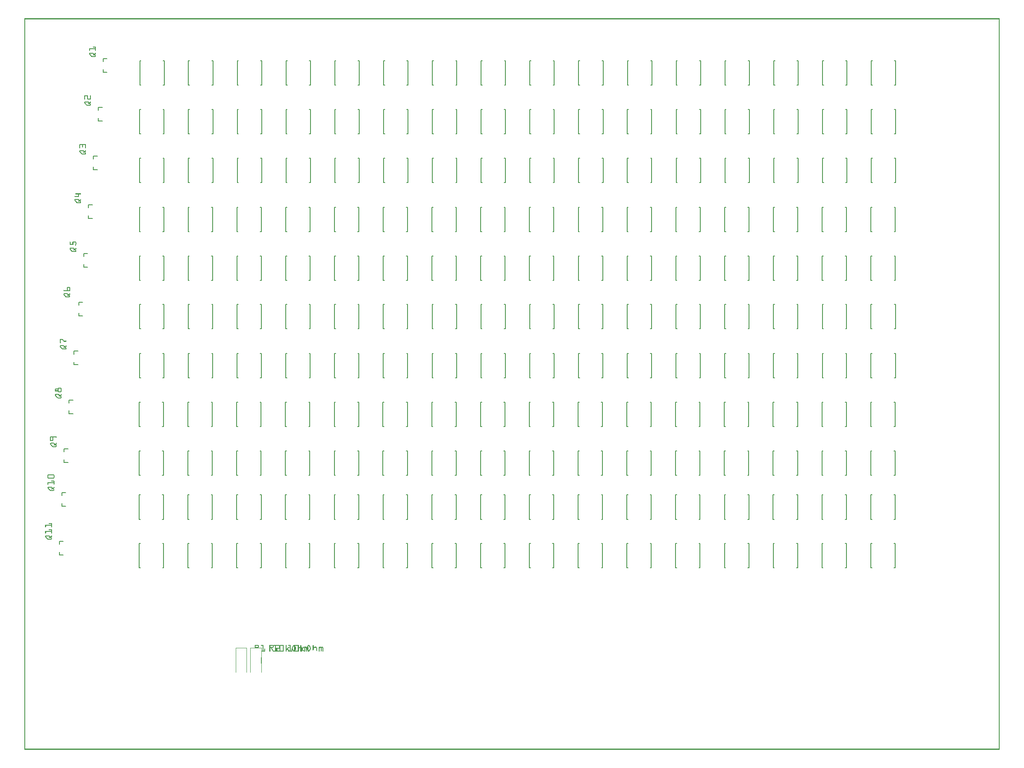
<source format=gto>
G04 MADE WITH FRITZING*
G04 WWW.FRITZING.ORG*
G04 DOUBLE SIDED*
G04 HOLES PLATED*
G04 CONTOUR ON CENTER OF CONTOUR VECTOR*
%ASAXBY*%
%FSLAX23Y23*%
%MOIN*%
%OFA0B0*%
%SFA1.0B1.0*%
%ADD10C,0.008000*%
%ADD11C,0.005556*%
%ADD12R,0.001000X0.001000*%
%LNSILK1*%
G90*
G70*
G54D10*
X281Y1597D02*
X281Y1573D01*
D02*
X281Y1573D02*
X313Y1573D01*
D02*
X281Y1660D02*
X281Y1684D01*
D02*
X281Y1684D02*
X313Y1684D01*
D02*
X301Y1991D02*
X301Y1967D01*
D02*
X301Y1967D02*
X332Y1967D01*
D02*
X301Y2054D02*
X301Y2077D01*
D02*
X301Y2077D02*
X332Y2077D01*
D02*
X320Y2345D02*
X320Y2321D01*
D02*
X320Y2321D02*
X352Y2321D01*
D02*
X320Y2408D02*
X320Y2432D01*
D02*
X320Y2432D02*
X352Y2432D01*
D02*
X360Y2739D02*
X360Y2715D01*
D02*
X360Y2715D02*
X391Y2715D01*
D02*
X360Y2802D02*
X360Y2825D01*
D02*
X360Y2825D02*
X391Y2825D01*
D02*
X399Y3132D02*
X399Y3109D01*
D02*
X399Y3109D02*
X431Y3109D01*
D02*
X399Y3195D02*
X399Y3219D01*
D02*
X399Y3219D02*
X431Y3219D01*
D02*
X439Y3526D02*
X439Y3503D01*
D02*
X439Y3503D02*
X470Y3503D01*
D02*
X439Y3589D02*
X439Y3613D01*
D02*
X439Y3613D02*
X470Y3613D01*
D02*
X478Y3920D02*
X478Y3896D01*
D02*
X478Y3896D02*
X509Y3896D01*
D02*
X478Y3983D02*
X478Y4006D01*
D02*
X478Y4006D02*
X509Y4006D01*
D02*
X517Y4314D02*
X517Y4290D01*
D02*
X517Y4290D02*
X549Y4290D01*
D02*
X517Y4377D02*
X517Y4400D01*
D02*
X517Y4400D02*
X549Y4400D01*
D02*
X557Y4707D02*
X557Y4684D01*
D02*
X557Y4684D02*
X588Y4684D01*
D02*
X557Y4770D02*
X557Y4794D01*
D02*
X557Y4794D02*
X588Y4794D01*
D02*
X596Y5101D02*
X596Y5077D01*
D02*
X596Y5077D02*
X628Y5077D01*
D02*
X596Y5164D02*
X596Y5188D01*
D02*
X596Y5188D02*
X628Y5188D01*
D02*
X635Y5495D02*
X635Y5471D01*
D02*
X635Y5471D02*
X667Y5471D01*
D02*
X635Y5558D02*
X635Y5581D01*
D02*
X635Y5581D02*
X667Y5581D01*
G54D11*
X1115Y1666D02*
X1123Y1666D01*
X1123Y1469D01*
X1115Y1469D01*
D02*
X935Y1469D02*
X926Y1469D01*
X926Y1666D01*
X935Y1666D01*
D02*
X4264Y1666D02*
X4273Y1666D01*
X4273Y1469D01*
X4264Y1469D01*
D02*
X4085Y1469D02*
X4076Y1469D01*
X4076Y1666D01*
X4085Y1666D01*
D02*
X4268Y5564D02*
X4277Y5564D01*
X4277Y5367D01*
X4268Y5367D01*
D02*
X4089Y5367D02*
X4080Y5367D01*
X4080Y5564D01*
X4089Y5564D01*
D02*
X1119Y5564D02*
X1128Y5564D01*
X1128Y5367D01*
X1119Y5367D01*
D02*
X939Y5367D02*
X931Y5367D01*
X931Y5564D01*
X939Y5564D01*
D02*
X4658Y1666D02*
X4667Y1666D01*
X4667Y1469D01*
X4658Y1469D01*
D02*
X4479Y1469D02*
X4470Y1469D01*
X4470Y1666D01*
X4479Y1666D01*
D02*
X4662Y5564D02*
X4671Y5564D01*
X4671Y5367D01*
X4662Y5367D01*
D02*
X4483Y5367D02*
X4474Y5367D01*
X4474Y5564D01*
X4483Y5564D01*
D02*
X1508Y1666D02*
X1517Y1666D01*
X1517Y1469D01*
X1508Y1469D01*
D02*
X1329Y1469D02*
X1320Y1469D01*
X1320Y1666D01*
X1329Y1666D01*
D02*
X1512Y5564D02*
X1521Y5564D01*
X1521Y5367D01*
X1512Y5367D01*
D02*
X1333Y5367D02*
X1324Y5367D01*
X1324Y5564D01*
X1333Y5564D01*
D02*
X1902Y1666D02*
X1911Y1666D01*
X1911Y1469D01*
X1902Y1469D01*
D02*
X1723Y1469D02*
X1714Y1469D01*
X1714Y1666D01*
X1723Y1666D01*
D02*
X5056Y5564D02*
X5065Y5564D01*
X5065Y5367D01*
X5056Y5367D01*
D02*
X4876Y5367D02*
X4868Y5367D01*
X4868Y5564D01*
X4876Y5564D01*
D02*
X5052Y1666D02*
X5060Y1666D01*
X5060Y1469D01*
X5052Y1469D01*
D02*
X4872Y1469D02*
X4864Y1469D01*
X4864Y1666D01*
X4872Y1666D01*
D02*
X1906Y5564D02*
X1915Y5564D01*
X1915Y5367D01*
X1906Y5367D01*
D02*
X1727Y5367D02*
X1718Y5367D01*
X1718Y5564D01*
X1727Y5564D01*
D02*
X5445Y1666D02*
X5454Y1666D01*
X5454Y1469D01*
X5445Y1469D01*
D02*
X5266Y1469D02*
X5257Y1469D01*
X5257Y1666D01*
X5266Y1666D01*
D02*
X5449Y5564D02*
X5458Y5564D01*
X5458Y5367D01*
X5449Y5367D01*
D02*
X5270Y5367D02*
X5261Y5367D01*
X5261Y5564D01*
X5270Y5564D01*
D02*
X2300Y5564D02*
X2309Y5564D01*
X2309Y5367D01*
X2300Y5367D01*
D02*
X2121Y5367D02*
X2112Y5367D01*
X2112Y5564D01*
X2121Y5564D01*
D02*
X2296Y1666D02*
X2304Y1666D01*
X2304Y1469D01*
X2296Y1469D01*
D02*
X2116Y1469D02*
X2108Y1469D01*
X2108Y1666D01*
X2116Y1666D01*
D02*
X2693Y5564D02*
X2702Y5564D01*
X2702Y5367D01*
X2693Y5367D01*
D02*
X2514Y5367D02*
X2505Y5367D01*
X2505Y5564D01*
X2514Y5564D01*
D02*
X2689Y1666D02*
X2698Y1666D01*
X2698Y1469D01*
X2689Y1469D01*
D02*
X2510Y1469D02*
X2501Y1469D01*
X2501Y1666D01*
X2510Y1666D01*
D02*
X5843Y5564D02*
X5852Y5564D01*
X5852Y5367D01*
X5843Y5367D01*
D02*
X5664Y5367D02*
X5655Y5367D01*
X5655Y5564D01*
X5664Y5564D01*
D02*
X5839Y1666D02*
X5848Y1666D01*
X5848Y1469D01*
X5839Y1469D01*
D02*
X5660Y1469D02*
X5651Y1469D01*
X5651Y1666D01*
X5660Y1666D01*
D02*
X6233Y1666D02*
X6241Y1666D01*
X6241Y1469D01*
X6233Y1469D01*
D02*
X6053Y1469D02*
X6045Y1469D01*
X6045Y1666D01*
X6053Y1666D01*
D02*
X6237Y5564D02*
X6246Y5564D01*
X6246Y5367D01*
X6237Y5367D01*
D02*
X6058Y5367D02*
X6049Y5367D01*
X6049Y5564D01*
X6058Y5564D01*
D02*
X3083Y1666D02*
X3092Y1666D01*
X3092Y1469D01*
X3083Y1469D01*
D02*
X2904Y1469D02*
X2895Y1469D01*
X2895Y1666D01*
X2904Y1666D01*
D02*
X3087Y5564D02*
X3096Y5564D01*
X3096Y5367D01*
X3087Y5367D01*
D02*
X2908Y5367D02*
X2899Y5367D01*
X2899Y5564D01*
X2908Y5564D01*
D02*
X3477Y1666D02*
X3486Y1666D01*
X3486Y1469D01*
X3477Y1469D01*
D02*
X3298Y1469D02*
X3289Y1469D01*
X3289Y1666D01*
X3298Y1666D01*
D02*
X6630Y5564D02*
X6639Y5564D01*
X6639Y5367D01*
X6630Y5367D01*
D02*
X6451Y5367D02*
X6442Y5367D01*
X6442Y5564D01*
X6451Y5564D01*
D02*
X3481Y5564D02*
X3490Y5564D01*
X3490Y5367D01*
X3481Y5367D01*
D02*
X3302Y5367D02*
X3293Y5367D01*
X3293Y5564D01*
X3302Y5564D01*
D02*
X6626Y1666D02*
X6635Y1666D01*
X6635Y1469D01*
X6626Y1469D01*
D02*
X6447Y1469D02*
X6438Y1469D01*
X6438Y1666D01*
X6447Y1666D01*
D02*
X3875Y5564D02*
X3883Y5564D01*
X3883Y5367D01*
X3875Y5367D01*
D02*
X3695Y5367D02*
X3687Y5367D01*
X3687Y5564D01*
X3695Y5564D01*
D02*
X7020Y1666D02*
X7029Y1666D01*
X7029Y1469D01*
X7020Y1469D01*
D02*
X6841Y1469D02*
X6832Y1469D01*
X6832Y1666D01*
X6841Y1666D01*
D02*
X7024Y5564D02*
X7033Y5564D01*
X7033Y5367D01*
X7024Y5367D01*
D02*
X6845Y5367D02*
X6836Y5367D01*
X6836Y5564D01*
X6845Y5564D01*
D02*
X3870Y1666D02*
X3879Y1666D01*
X3879Y1469D01*
X3870Y1469D01*
D02*
X3691Y1469D02*
X3682Y1469D01*
X3682Y1666D01*
X3691Y1666D01*
D02*
X1117Y3202D02*
X1126Y3202D01*
X1126Y3005D01*
X1117Y3005D01*
D02*
X938Y3005D02*
X929Y3005D01*
X929Y3202D01*
X938Y3202D01*
D02*
X1114Y2413D02*
X1123Y2413D01*
X1123Y2216D01*
X1114Y2216D01*
D02*
X935Y2216D02*
X926Y2216D01*
X926Y2413D01*
X935Y2413D01*
D02*
X1116Y3987D02*
X1125Y3987D01*
X1125Y3790D01*
X1116Y3790D01*
D02*
X936Y3790D02*
X928Y3790D01*
X928Y3987D01*
X936Y3987D01*
D02*
X1118Y4776D02*
X1127Y4776D01*
X1127Y4579D01*
X1118Y4579D01*
D02*
X939Y4579D02*
X930Y4579D01*
X930Y4776D01*
X939Y4776D01*
D02*
X4264Y2413D02*
X4272Y2413D01*
X4272Y2216D01*
X4264Y2216D01*
D02*
X4084Y2216D02*
X4076Y2216D01*
X4076Y2413D01*
X4084Y2413D01*
D02*
X4266Y3202D02*
X4275Y3202D01*
X4275Y3005D01*
X4266Y3005D01*
D02*
X4087Y3005D02*
X4078Y3005D01*
X4078Y3202D01*
X4087Y3202D01*
D02*
X4265Y3987D02*
X4274Y3987D01*
X4274Y3790D01*
X4265Y3790D01*
D02*
X4086Y3790D02*
X4077Y3790D01*
X4077Y3987D01*
X4086Y3987D01*
D02*
X4268Y4776D02*
X4277Y4776D01*
X4277Y4579D01*
X4268Y4579D01*
D02*
X4089Y4579D02*
X4080Y4579D01*
X4080Y4776D01*
X4089Y4776D01*
D02*
X4266Y3596D02*
X4275Y3596D01*
X4275Y3399D01*
X4266Y3399D01*
D02*
X4087Y3399D02*
X4078Y3399D01*
X4078Y3596D01*
X4087Y3596D01*
D02*
X4264Y2807D02*
X4272Y2807D01*
X4272Y2610D01*
X4264Y2610D01*
D02*
X4084Y2610D02*
X4076Y2610D01*
X4076Y2807D01*
X4084Y2807D01*
D02*
X4265Y4381D02*
X4274Y4381D01*
X4274Y4184D01*
X4265Y4184D01*
D02*
X4086Y4184D02*
X4077Y4184D01*
X4077Y4381D01*
X4086Y4381D01*
D02*
X4268Y5170D02*
X4277Y5170D01*
X4277Y4973D01*
X4268Y4973D01*
D02*
X4089Y4973D02*
X4080Y4973D01*
X4080Y5170D01*
X4089Y5170D01*
D02*
X1117Y3596D02*
X1126Y3596D01*
X1126Y3399D01*
X1117Y3399D01*
D02*
X938Y3399D02*
X929Y3399D01*
X929Y3596D01*
X938Y3596D01*
D02*
X1114Y2807D02*
X1123Y2807D01*
X1123Y2610D01*
X1114Y2610D01*
D02*
X935Y2610D02*
X926Y2610D01*
X926Y2807D01*
X935Y2807D01*
D02*
X1116Y4381D02*
X1125Y4381D01*
X1125Y4184D01*
X1116Y4184D01*
D02*
X936Y4184D02*
X928Y4184D01*
X928Y4381D01*
X936Y4381D01*
D02*
X1118Y5170D02*
X1127Y5170D01*
X1127Y4973D01*
X1118Y4973D01*
D02*
X939Y4973D02*
X930Y4973D01*
X930Y5170D01*
X939Y5170D01*
D02*
X4660Y3202D02*
X4669Y3202D01*
X4669Y3005D01*
X4660Y3005D01*
D02*
X4481Y3005D02*
X4472Y3005D01*
X4472Y3202D01*
X4481Y3202D01*
D02*
X4657Y2413D02*
X4666Y2413D01*
X4666Y2216D01*
X4657Y2216D01*
D02*
X4478Y2216D02*
X4469Y2216D01*
X4469Y2413D01*
X4478Y2413D01*
D02*
X4659Y3987D02*
X4668Y3987D01*
X4668Y3790D01*
X4659Y3790D01*
D02*
X4480Y3790D02*
X4471Y3790D01*
X4471Y3987D01*
X4480Y3987D01*
D02*
X4662Y4776D02*
X4671Y4776D01*
X4671Y4579D01*
X4662Y4579D01*
D02*
X4483Y4579D02*
X4474Y4579D01*
X4474Y4776D01*
X4483Y4776D01*
D02*
X4660Y3596D02*
X4669Y3596D01*
X4669Y3399D01*
X4660Y3399D01*
D02*
X4481Y3399D02*
X4472Y3399D01*
X4472Y3596D01*
X4481Y3596D01*
D02*
X4657Y2807D02*
X4666Y2807D01*
X4666Y2610D01*
X4657Y2610D01*
D02*
X4478Y2610D02*
X4469Y2610D01*
X4469Y2807D01*
X4478Y2807D01*
D02*
X4659Y4381D02*
X4668Y4381D01*
X4668Y4184D01*
X4659Y4184D01*
D02*
X4480Y4184D02*
X4471Y4184D01*
X4471Y4381D01*
X4480Y4381D01*
D02*
X4662Y5170D02*
X4671Y5170D01*
X4671Y4973D01*
X4662Y4973D01*
D02*
X4483Y4973D02*
X4474Y4973D01*
X4474Y5170D01*
X4483Y5170D01*
D02*
X1511Y3202D02*
X1519Y3202D01*
X1519Y3005D01*
X1511Y3005D01*
D02*
X1331Y3005D02*
X1323Y3005D01*
X1323Y3202D01*
X1331Y3202D01*
D02*
X1508Y2413D02*
X1517Y2413D01*
X1517Y2216D01*
X1508Y2216D01*
D02*
X1329Y2216D02*
X1320Y2216D01*
X1320Y2413D01*
X1329Y2413D01*
D02*
X1509Y3987D02*
X1518Y3987D01*
X1518Y3790D01*
X1509Y3790D01*
D02*
X1330Y3790D02*
X1321Y3790D01*
X1321Y3987D01*
X1330Y3987D01*
D02*
X1512Y4776D02*
X1521Y4776D01*
X1521Y4579D01*
X1512Y4579D01*
D02*
X1333Y4579D02*
X1324Y4579D01*
X1324Y4776D01*
X1333Y4776D01*
D02*
X1508Y2807D02*
X1517Y2807D01*
X1517Y2610D01*
X1508Y2610D01*
D02*
X1329Y2610D02*
X1320Y2610D01*
X1320Y2807D01*
X1329Y2807D01*
D02*
X1511Y3596D02*
X1519Y3596D01*
X1519Y3399D01*
X1511Y3399D01*
D02*
X1331Y3399D02*
X1323Y3399D01*
X1323Y3596D01*
X1331Y3596D01*
D02*
X1509Y4381D02*
X1518Y4381D01*
X1518Y4184D01*
X1509Y4184D01*
D02*
X1330Y4184D02*
X1321Y4184D01*
X1321Y4381D01*
X1330Y4381D01*
D02*
X1512Y5170D02*
X1521Y5170D01*
X1521Y4973D01*
X1512Y4973D01*
D02*
X1333Y4973D02*
X1324Y4973D01*
X1324Y5170D01*
X1333Y5170D01*
D02*
X1904Y3202D02*
X1913Y3202D01*
X1913Y3005D01*
X1904Y3005D01*
D02*
X1725Y3005D02*
X1716Y3005D01*
X1716Y3202D01*
X1725Y3202D01*
D02*
X1901Y2413D02*
X1910Y2413D01*
X1910Y2216D01*
X1901Y2216D01*
D02*
X1722Y2216D02*
X1713Y2216D01*
X1713Y2413D01*
X1722Y2413D01*
D02*
X1903Y3987D02*
X1912Y3987D01*
X1912Y3790D01*
X1903Y3790D01*
D02*
X1724Y3790D02*
X1715Y3790D01*
X1715Y3987D01*
X1724Y3987D01*
D02*
X1906Y4776D02*
X1915Y4776D01*
X1915Y4579D01*
X1906Y4579D01*
D02*
X1727Y4579D02*
X1718Y4579D01*
X1718Y4776D01*
X1727Y4776D01*
D02*
X5051Y2807D02*
X5060Y2807D01*
X5060Y2610D01*
X5051Y2610D01*
D02*
X4872Y2610D02*
X4863Y2610D01*
X4863Y2807D01*
X4872Y2807D01*
D02*
X5054Y3596D02*
X5063Y3596D01*
X5063Y3399D01*
X5054Y3399D01*
D02*
X4875Y3399D02*
X4866Y3399D01*
X4866Y3596D01*
X4875Y3596D01*
D02*
X5053Y4381D02*
X5062Y4381D01*
X5062Y4184D01*
X5053Y4184D01*
D02*
X4873Y4184D02*
X4865Y4184D01*
X4865Y4381D01*
X4873Y4381D01*
D02*
X5055Y5170D02*
X5064Y5170D01*
X5064Y4973D01*
X5055Y4973D01*
D02*
X4876Y4973D02*
X4867Y4973D01*
X4867Y5170D01*
X4876Y5170D01*
D02*
X5054Y3202D02*
X5063Y3202D01*
X5063Y3005D01*
X5054Y3005D01*
D02*
X4875Y3005D02*
X4866Y3005D01*
X4866Y3202D01*
X4875Y3202D01*
D02*
X5051Y2413D02*
X5060Y2413D01*
X5060Y2216D01*
X5051Y2216D01*
D02*
X4872Y2216D02*
X4863Y2216D01*
X4863Y2413D01*
X4872Y2413D01*
D02*
X5053Y3987D02*
X5062Y3987D01*
X5062Y3790D01*
X5053Y3790D01*
D02*
X4873Y3790D02*
X4865Y3790D01*
X4865Y3987D01*
X4873Y3987D01*
D02*
X5055Y4776D02*
X5064Y4776D01*
X5064Y4579D01*
X5055Y4579D01*
D02*
X4876Y4579D02*
X4867Y4579D01*
X4867Y4776D01*
X4876Y4776D01*
D02*
X1904Y3596D02*
X1913Y3596D01*
X1913Y3399D01*
X1904Y3399D01*
D02*
X1725Y3399D02*
X1716Y3399D01*
X1716Y3596D01*
X1725Y3596D01*
D02*
X1901Y2807D02*
X1910Y2807D01*
X1910Y2610D01*
X1901Y2610D01*
D02*
X1722Y2610D02*
X1713Y2610D01*
X1713Y2807D01*
X1722Y2807D01*
D02*
X1903Y4381D02*
X1912Y4381D01*
X1912Y4184D01*
X1903Y4184D01*
D02*
X1724Y4184D02*
X1715Y4184D01*
X1715Y4381D01*
X1724Y4381D01*
D02*
X1906Y5170D02*
X1915Y5170D01*
X1915Y4973D01*
X1906Y4973D01*
D02*
X1727Y4973D02*
X1718Y4973D01*
X1718Y5170D01*
X1727Y5170D01*
D02*
X5448Y3202D02*
X5456Y3202D01*
X5456Y3005D01*
X5448Y3005D01*
D02*
X5268Y3005D02*
X5260Y3005D01*
X5260Y3202D01*
X5268Y3202D01*
D02*
X5445Y2413D02*
X5454Y2413D01*
X5454Y2216D01*
X5445Y2216D01*
D02*
X5266Y2216D02*
X5257Y2216D01*
X5257Y2413D01*
X5266Y2413D01*
D02*
X5446Y3987D02*
X5455Y3987D01*
X5455Y3790D01*
X5446Y3790D01*
D02*
X5267Y3790D02*
X5258Y3790D01*
X5258Y3987D01*
X5267Y3987D01*
D02*
X5449Y4776D02*
X5458Y4776D01*
X5458Y4579D01*
X5449Y4579D01*
D02*
X5270Y4579D02*
X5261Y4579D01*
X5261Y4776D01*
X5270Y4776D01*
D02*
X5445Y2807D02*
X5454Y2807D01*
X5454Y2610D01*
X5445Y2610D01*
D02*
X5266Y2610D02*
X5257Y2610D01*
X5257Y2807D01*
X5266Y2807D01*
D02*
X5448Y3596D02*
X5456Y3596D01*
X5456Y3399D01*
X5448Y3399D01*
D02*
X5268Y3399D02*
X5260Y3399D01*
X5260Y3596D01*
X5268Y3596D01*
D02*
X5446Y4381D02*
X5455Y4381D01*
X5455Y4184D01*
X5446Y4184D01*
D02*
X5267Y4184D02*
X5258Y4184D01*
X5258Y4381D01*
X5267Y4381D01*
D02*
X5449Y5170D02*
X5458Y5170D01*
X5458Y4973D01*
X5449Y4973D01*
D02*
X5270Y4973D02*
X5261Y4973D01*
X5261Y5170D01*
X5270Y5170D01*
D02*
X2295Y2807D02*
X2304Y2807D01*
X2304Y2610D01*
X2295Y2610D01*
D02*
X2116Y2610D02*
X2107Y2610D01*
X2107Y2807D01*
X2116Y2807D01*
D02*
X2298Y3596D02*
X2307Y3596D01*
X2307Y3399D01*
X2298Y3399D01*
D02*
X2119Y3399D02*
X2110Y3399D01*
X2110Y3596D01*
X2119Y3596D01*
D02*
X2297Y4381D02*
X2306Y4381D01*
X2306Y4184D01*
X2297Y4184D01*
D02*
X2118Y4184D02*
X2109Y4184D01*
X2109Y4381D01*
X2118Y4381D01*
D02*
X2300Y5170D02*
X2308Y5170D01*
X2308Y4973D01*
X2300Y4973D01*
D02*
X2120Y4973D02*
X2112Y4973D01*
X2112Y5170D01*
X2120Y5170D01*
D02*
X2295Y2413D02*
X2304Y2413D01*
X2304Y2216D01*
X2295Y2216D01*
D02*
X2116Y2216D02*
X2107Y2216D01*
X2107Y2413D01*
X2116Y2413D01*
D02*
X2298Y3202D02*
X2307Y3202D01*
X2307Y3005D01*
X2298Y3005D01*
D02*
X2119Y3005D02*
X2110Y3005D01*
X2110Y3202D01*
X2119Y3202D01*
D02*
X2297Y3987D02*
X2306Y3987D01*
X2306Y3790D01*
X2297Y3790D01*
D02*
X2118Y3790D02*
X2109Y3790D01*
X2109Y3987D01*
X2118Y3987D01*
D02*
X2300Y4776D02*
X2308Y4776D01*
X2308Y4579D01*
X2300Y4579D01*
D02*
X2120Y4579D02*
X2112Y4579D01*
X2112Y4776D01*
X2120Y4776D01*
D02*
X2692Y3596D02*
X2700Y3596D01*
X2700Y3399D01*
X2692Y3399D01*
D02*
X2512Y3399D02*
X2504Y3399D01*
X2504Y3596D01*
X2512Y3596D01*
D02*
X2689Y2807D02*
X2698Y2807D01*
X2698Y2610D01*
X2689Y2610D01*
D02*
X2510Y2610D02*
X2501Y2610D01*
X2501Y2807D01*
X2510Y2807D01*
D02*
X2690Y4381D02*
X2699Y4381D01*
X2699Y4184D01*
X2690Y4184D01*
D02*
X2511Y4184D02*
X2502Y4184D01*
X2502Y4381D01*
X2511Y4381D01*
D02*
X2693Y5170D02*
X2702Y5170D01*
X2702Y4973D01*
X2693Y4973D01*
D02*
X2514Y4973D02*
X2505Y4973D01*
X2505Y5170D01*
X2514Y5170D01*
D02*
X2689Y2413D02*
X2698Y2413D01*
X2698Y2216D01*
X2689Y2216D01*
D02*
X2510Y2216D02*
X2501Y2216D01*
X2501Y2413D01*
X2510Y2413D01*
D02*
X2692Y3202D02*
X2700Y3202D01*
X2700Y3005D01*
X2692Y3005D01*
D02*
X2512Y3005D02*
X2504Y3005D01*
X2504Y3202D01*
X2512Y3202D01*
D02*
X2690Y3987D02*
X2699Y3987D01*
X2699Y3790D01*
X2690Y3790D01*
D02*
X2511Y3790D02*
X2502Y3790D01*
X2502Y3987D01*
X2511Y3987D01*
D02*
X2693Y4776D02*
X2702Y4776D01*
X2702Y4579D01*
X2693Y4579D01*
D02*
X2514Y4579D02*
X2505Y4579D01*
X2505Y4776D01*
X2514Y4776D01*
D02*
X5841Y3596D02*
X5850Y3596D01*
X5850Y3399D01*
X5841Y3399D01*
D02*
X5662Y3399D02*
X5653Y3399D01*
X5653Y3596D01*
X5662Y3596D01*
D02*
X5838Y2807D02*
X5847Y2807D01*
X5847Y2610D01*
X5838Y2610D01*
D02*
X5659Y2610D02*
X5650Y2610D01*
X5650Y2807D01*
X5659Y2807D01*
D02*
X5840Y4381D02*
X5849Y4381D01*
X5849Y4184D01*
X5840Y4184D01*
D02*
X5661Y4184D02*
X5652Y4184D01*
X5652Y4381D01*
X5661Y4381D01*
D02*
X5843Y5170D02*
X5852Y5170D01*
X5852Y4973D01*
X5843Y4973D01*
D02*
X5664Y4973D02*
X5655Y4973D01*
X5655Y5170D01*
X5664Y5170D01*
D02*
X5841Y3202D02*
X5850Y3202D01*
X5850Y3005D01*
X5841Y3005D01*
D02*
X5662Y3005D02*
X5653Y3005D01*
X5653Y3202D01*
X5662Y3202D01*
D02*
X5838Y2413D02*
X5847Y2413D01*
X5847Y2216D01*
X5838Y2216D01*
D02*
X5659Y2216D02*
X5650Y2216D01*
X5650Y2413D01*
X5659Y2413D01*
D02*
X5840Y3987D02*
X5849Y3987D01*
X5849Y3790D01*
X5840Y3790D01*
D02*
X5661Y3790D02*
X5652Y3790D01*
X5652Y3987D01*
X5661Y3987D01*
D02*
X5843Y4776D02*
X5852Y4776D01*
X5852Y4579D01*
X5843Y4579D01*
D02*
X5664Y4579D02*
X5655Y4579D01*
X5655Y4776D01*
X5664Y4776D01*
D02*
X6232Y2413D02*
X6241Y2413D01*
X6241Y2216D01*
X6232Y2216D01*
D02*
X6053Y2216D02*
X6044Y2216D01*
X6044Y2413D01*
X6053Y2413D01*
D02*
X6235Y3202D02*
X6244Y3202D01*
X6244Y3005D01*
X6235Y3005D01*
D02*
X6056Y3005D02*
X6047Y3005D01*
X6047Y3202D01*
X6056Y3202D01*
D02*
X6234Y3987D02*
X6243Y3987D01*
X6243Y3790D01*
X6234Y3790D01*
D02*
X6055Y3790D02*
X6046Y3790D01*
X6046Y3987D01*
X6055Y3987D01*
D02*
X6237Y4776D02*
X6245Y4776D01*
X6245Y4579D01*
X6237Y4579D01*
D02*
X6057Y4579D02*
X6049Y4579D01*
X6049Y4776D01*
X6057Y4776D01*
D02*
X6235Y3596D02*
X6244Y3596D01*
X6244Y3399D01*
X6235Y3399D01*
D02*
X6056Y3399D02*
X6047Y3399D01*
X6047Y3596D01*
X6056Y3596D01*
D02*
X6232Y2807D02*
X6241Y2807D01*
X6241Y2610D01*
X6232Y2610D01*
D02*
X6053Y2610D02*
X6044Y2610D01*
X6044Y2807D01*
X6053Y2807D01*
D02*
X6234Y4381D02*
X6243Y4381D01*
X6243Y4184D01*
X6234Y4184D01*
D02*
X6055Y4184D02*
X6046Y4184D01*
X6046Y4381D01*
X6055Y4381D01*
D02*
X6237Y5170D02*
X6245Y5170D01*
X6245Y4973D01*
X6237Y4973D01*
D02*
X6057Y4973D02*
X6049Y4973D01*
X6049Y5170D01*
X6057Y5170D01*
D02*
X3085Y3202D02*
X3094Y3202D01*
X3094Y3005D01*
X3085Y3005D01*
D02*
X2906Y3005D02*
X2897Y3005D01*
X2897Y3202D01*
X2906Y3202D01*
D02*
X3083Y2413D02*
X3091Y2413D01*
X3091Y2216D01*
X3083Y2216D01*
D02*
X2903Y2216D02*
X2894Y2216D01*
X2894Y2413D01*
X2903Y2413D01*
D02*
X3084Y3987D02*
X3093Y3987D01*
X3093Y3790D01*
X3084Y3790D01*
D02*
X2905Y3790D02*
X2896Y3790D01*
X2896Y3987D01*
X2905Y3987D01*
D02*
X3087Y4776D02*
X3096Y4776D01*
X3096Y4579D01*
X3087Y4579D01*
D02*
X2908Y4579D02*
X2899Y4579D01*
X2899Y4776D01*
X2908Y4776D01*
D02*
X3085Y3596D02*
X3094Y3596D01*
X3094Y3399D01*
X3085Y3399D01*
D02*
X2906Y3399D02*
X2897Y3399D01*
X2897Y3596D01*
X2906Y3596D01*
D02*
X3083Y2807D02*
X3091Y2807D01*
X3091Y2610D01*
X3083Y2610D01*
D02*
X2903Y2610D02*
X2894Y2610D01*
X2894Y2807D01*
X2903Y2807D01*
D02*
X3084Y4381D02*
X3093Y4381D01*
X3093Y4184D01*
X3084Y4184D01*
D02*
X2905Y4184D02*
X2896Y4184D01*
X2896Y4381D01*
X2905Y4381D01*
D02*
X3087Y5170D02*
X3096Y5170D01*
X3096Y4973D01*
X3087Y4973D01*
D02*
X2908Y4973D02*
X2899Y4973D01*
X2899Y5170D01*
X2908Y5170D01*
D02*
X3476Y2413D02*
X3485Y2413D01*
X3485Y2216D01*
X3476Y2216D01*
D02*
X3297Y2216D02*
X3288Y2216D01*
X3288Y2413D01*
X3297Y2413D01*
D02*
X3479Y3202D02*
X3488Y3202D01*
X3488Y3005D01*
X3479Y3005D01*
D02*
X3300Y3005D02*
X3291Y3005D01*
X3291Y3202D01*
X3300Y3202D01*
D02*
X3478Y3987D02*
X3487Y3987D01*
X3487Y3790D01*
X3478Y3790D01*
D02*
X3299Y3790D02*
X3290Y3790D01*
X3290Y3987D01*
X3299Y3987D01*
D02*
X3481Y4776D02*
X3490Y4776D01*
X3490Y4579D01*
X3481Y4579D01*
D02*
X3301Y4579D02*
X3293Y4579D01*
X3293Y4776D01*
X3301Y4776D01*
D02*
X6626Y2807D02*
X6635Y2807D01*
X6635Y2610D01*
X6626Y2610D01*
D02*
X6447Y2610D02*
X6438Y2610D01*
X6438Y2807D01*
X6447Y2807D01*
D02*
X6629Y3596D02*
X6637Y3596D01*
X6637Y3399D01*
X6629Y3399D01*
D02*
X6449Y3399D02*
X6441Y3399D01*
X6441Y3596D01*
X6449Y3596D01*
D02*
X6627Y4381D02*
X6636Y4381D01*
X6636Y4184D01*
X6627Y4184D01*
D02*
X6448Y4184D02*
X6439Y4184D01*
X6439Y4381D01*
X6448Y4381D01*
D02*
X6630Y5170D02*
X6639Y5170D01*
X6639Y4973D01*
X6630Y4973D01*
D02*
X6451Y4973D02*
X6442Y4973D01*
X6442Y5170D01*
X6451Y5170D01*
D02*
X3476Y2807D02*
X3485Y2807D01*
X3485Y2610D01*
X3476Y2610D01*
D02*
X3297Y2610D02*
X3288Y2610D01*
X3288Y2807D01*
X3297Y2807D01*
D02*
X3479Y3596D02*
X3488Y3596D01*
X3488Y3399D01*
X3479Y3399D01*
D02*
X3300Y3399D02*
X3291Y3399D01*
X3291Y3596D01*
X3300Y3596D01*
D02*
X3478Y4381D02*
X3487Y4381D01*
X3487Y4184D01*
X3478Y4184D01*
D02*
X3299Y4184D02*
X3290Y4184D01*
X3290Y4381D01*
X3299Y4381D01*
D02*
X3481Y5170D02*
X3490Y5170D01*
X3490Y4973D01*
X3481Y4973D01*
D02*
X3301Y4973D02*
X3293Y4973D01*
X3293Y5170D01*
X3301Y5170D01*
D02*
X6626Y2413D02*
X6635Y2413D01*
X6635Y2216D01*
X6626Y2216D01*
D02*
X6447Y2216D02*
X6438Y2216D01*
X6438Y2413D01*
X6447Y2413D01*
D02*
X6629Y3202D02*
X6637Y3202D01*
X6637Y3005D01*
X6629Y3005D01*
D02*
X6449Y3005D02*
X6441Y3005D01*
X6441Y3202D01*
X6449Y3202D01*
D02*
X6627Y3987D02*
X6636Y3987D01*
X6636Y3790D01*
X6627Y3790D01*
D02*
X6448Y3790D02*
X6439Y3790D01*
X6439Y3987D01*
X6448Y3987D01*
D02*
X6630Y4776D02*
X6639Y4776D01*
X6639Y4579D01*
X6630Y4579D01*
D02*
X6451Y4579D02*
X6442Y4579D01*
X6442Y4776D01*
X6451Y4776D01*
D02*
X3870Y2807D02*
X3879Y2807D01*
X3879Y2610D01*
X3870Y2610D01*
D02*
X3691Y2610D02*
X3682Y2610D01*
X3682Y2807D01*
X3691Y2807D01*
D02*
X3873Y3596D02*
X3882Y3596D01*
X3882Y3399D01*
X3873Y3399D01*
D02*
X3694Y3399D02*
X3685Y3399D01*
X3685Y3596D01*
X3694Y3596D01*
D02*
X3872Y4381D02*
X3880Y4381D01*
X3880Y4184D01*
X3872Y4184D01*
D02*
X3692Y4184D02*
X3684Y4184D01*
X3684Y4381D01*
X3692Y4381D01*
D02*
X3874Y5170D02*
X3883Y5170D01*
X3883Y4973D01*
X3874Y4973D01*
D02*
X3695Y4973D02*
X3686Y4973D01*
X3686Y5170D01*
X3695Y5170D01*
D02*
X7022Y3202D02*
X7031Y3202D01*
X7031Y3005D01*
X7022Y3005D01*
D02*
X6843Y3005D02*
X6834Y3005D01*
X6834Y3202D01*
X6843Y3202D01*
D02*
X7020Y2413D02*
X7028Y2413D01*
X7028Y2216D01*
X7020Y2216D01*
D02*
X6840Y2216D02*
X6831Y2216D01*
X6831Y2413D01*
X6840Y2413D01*
D02*
X7021Y3987D02*
X7030Y3987D01*
X7030Y3790D01*
X7021Y3790D01*
D02*
X6842Y3790D02*
X6833Y3790D01*
X6833Y3987D01*
X6842Y3987D01*
D02*
X7024Y4776D02*
X7033Y4776D01*
X7033Y4579D01*
X7024Y4579D01*
D02*
X6845Y4579D02*
X6836Y4579D01*
X6836Y4776D01*
X6845Y4776D01*
D02*
X7020Y2807D02*
X7028Y2807D01*
X7028Y2610D01*
X7020Y2610D01*
D02*
X6840Y2610D02*
X6831Y2610D01*
X6831Y2807D01*
X6840Y2807D01*
D02*
X7022Y3596D02*
X7031Y3596D01*
X7031Y3399D01*
X7022Y3399D01*
D02*
X6843Y3399D02*
X6834Y3399D01*
X6834Y3596D01*
X6843Y3596D01*
D02*
X7021Y4381D02*
X7030Y4381D01*
X7030Y4184D01*
X7021Y4184D01*
D02*
X6842Y4184D02*
X6833Y4184D01*
X6833Y4381D01*
X6842Y4381D01*
D02*
X7024Y5170D02*
X7033Y5170D01*
X7033Y4973D01*
X7024Y4973D01*
D02*
X6845Y4973D02*
X6836Y4973D01*
X6836Y5170D01*
X6845Y5170D01*
D02*
X3870Y2413D02*
X3879Y2413D01*
X3879Y2216D01*
X3870Y2216D01*
D02*
X3691Y2216D02*
X3682Y2216D01*
X3682Y2413D01*
X3691Y2413D01*
D02*
X3873Y3202D02*
X3882Y3202D01*
X3882Y3005D01*
X3873Y3005D01*
D02*
X3694Y3005D02*
X3685Y3005D01*
X3685Y3202D01*
X3694Y3202D01*
D02*
X3872Y3987D02*
X3880Y3987D01*
X3880Y3790D01*
X3872Y3790D01*
D02*
X3692Y3790D02*
X3684Y3790D01*
X3684Y3987D01*
X3692Y3987D01*
D02*
X3874Y4776D02*
X3883Y4776D01*
X3883Y4579D01*
X3874Y4579D01*
D02*
X3695Y4579D02*
X3686Y4579D01*
X3686Y4776D01*
X3695Y4776D01*
D02*
X1114Y2059D02*
X1123Y2059D01*
X1123Y1862D01*
X1114Y1862D01*
D02*
X935Y1862D02*
X926Y1862D01*
X926Y2059D01*
X935Y2059D01*
D02*
X4264Y2059D02*
X4273Y2059D01*
X4273Y1862D01*
X4264Y1862D01*
D02*
X4085Y1862D02*
X4076Y1862D01*
X4076Y2059D01*
X4085Y2059D01*
D02*
X4658Y2059D02*
X4666Y2059D01*
X4666Y1862D01*
X4658Y1862D01*
D02*
X4478Y1862D02*
X4470Y1862D01*
X4470Y2059D01*
X4478Y2059D01*
D02*
X1508Y2059D02*
X1517Y2059D01*
X1517Y1862D01*
X1508Y1862D01*
D02*
X1329Y1862D02*
X1320Y1862D01*
X1320Y2059D01*
X1329Y2059D01*
D02*
X1902Y2059D02*
X1911Y2059D01*
X1911Y1862D01*
X1902Y1862D01*
D02*
X1723Y1862D02*
X1714Y1862D01*
X1714Y2059D01*
X1723Y2059D01*
D02*
X5051Y2059D02*
X5060Y2059D01*
X5060Y1862D01*
X5051Y1862D01*
D02*
X4872Y1862D02*
X4863Y1862D01*
X4863Y2059D01*
X4872Y2059D01*
D02*
X5445Y2059D02*
X5454Y2059D01*
X5454Y1862D01*
X5445Y1862D01*
D02*
X5266Y1862D02*
X5257Y1862D01*
X5257Y2059D01*
X5266Y2059D01*
D02*
X2295Y2059D02*
X2304Y2059D01*
X2304Y1862D01*
X2295Y1862D01*
D02*
X2116Y1862D02*
X2107Y1862D01*
X2107Y2059D01*
X2116Y2059D01*
D02*
X2689Y2059D02*
X2698Y2059D01*
X2698Y1862D01*
X2689Y1862D01*
D02*
X2510Y1862D02*
X2501Y1862D01*
X2501Y2059D01*
X2510Y2059D01*
D02*
X5839Y2059D02*
X5848Y2059D01*
X5848Y1862D01*
X5839Y1862D01*
D02*
X5660Y1862D02*
X5651Y1862D01*
X5651Y2059D01*
X5660Y2059D01*
D02*
X6232Y2059D02*
X6241Y2059D01*
X6241Y1862D01*
X6232Y1862D01*
D02*
X6053Y1862D02*
X6044Y1862D01*
X6044Y2059D01*
X6053Y2059D01*
D02*
X3083Y2059D02*
X3092Y2059D01*
X3092Y1862D01*
X3083Y1862D01*
D02*
X2904Y1862D02*
X2895Y1862D01*
X2895Y2059D01*
X2904Y2059D01*
D02*
X3477Y2059D02*
X3485Y2059D01*
X3485Y1862D01*
X3477Y1862D01*
D02*
X3297Y1862D02*
X3289Y1862D01*
X3289Y2059D01*
X3297Y2059D01*
D02*
X6626Y2059D02*
X6635Y2059D01*
X6635Y1862D01*
X6626Y1862D01*
D02*
X6447Y1862D02*
X6438Y1862D01*
X6438Y2059D01*
X6447Y2059D01*
D02*
X7020Y2059D02*
X7029Y2059D01*
X7029Y1862D01*
X7020Y1862D01*
D02*
X6841Y1862D02*
X6832Y1862D01*
X6832Y2059D01*
X6841Y2059D01*
D02*
X3870Y2059D02*
X3879Y2059D01*
X3879Y1862D01*
X3870Y1862D01*
D02*
X3691Y1862D02*
X3682Y1862D01*
X3682Y2059D01*
X3691Y2059D01*
D02*
G54D12*
X0Y5906D02*
X7873Y5906D01*
X0Y5905D02*
X7873Y5905D01*
X0Y5904D02*
X7873Y5904D01*
X0Y5903D02*
X7873Y5903D01*
X0Y5902D02*
X7873Y5902D01*
X0Y5901D02*
X7873Y5901D01*
X0Y5900D02*
X7873Y5900D01*
X0Y5899D02*
X7873Y5899D01*
X0Y5898D02*
X7Y5898D01*
X7866Y5898D02*
X7873Y5898D01*
X0Y5897D02*
X7Y5897D01*
X7866Y5897D02*
X7873Y5897D01*
X0Y5896D02*
X7Y5896D01*
X7866Y5896D02*
X7873Y5896D01*
X0Y5895D02*
X7Y5895D01*
X7866Y5895D02*
X7873Y5895D01*
X0Y5894D02*
X7Y5894D01*
X7866Y5894D02*
X7873Y5894D01*
X0Y5893D02*
X7Y5893D01*
X7866Y5893D02*
X7873Y5893D01*
X0Y5892D02*
X7Y5892D01*
X7866Y5892D02*
X7873Y5892D01*
X0Y5891D02*
X7Y5891D01*
X7866Y5891D02*
X7873Y5891D01*
X0Y5890D02*
X7Y5890D01*
X7866Y5890D02*
X7873Y5890D01*
X0Y5889D02*
X7Y5889D01*
X7866Y5889D02*
X7873Y5889D01*
X0Y5888D02*
X7Y5888D01*
X7866Y5888D02*
X7873Y5888D01*
X0Y5887D02*
X7Y5887D01*
X7866Y5887D02*
X7873Y5887D01*
X0Y5886D02*
X7Y5886D01*
X7866Y5886D02*
X7873Y5886D01*
X0Y5885D02*
X7Y5885D01*
X7866Y5885D02*
X7873Y5885D01*
X0Y5884D02*
X7Y5884D01*
X7866Y5884D02*
X7873Y5884D01*
X0Y5883D02*
X7Y5883D01*
X7866Y5883D02*
X7873Y5883D01*
X0Y5882D02*
X7Y5882D01*
X7866Y5882D02*
X7873Y5882D01*
X0Y5881D02*
X7Y5881D01*
X7866Y5881D02*
X7873Y5881D01*
X0Y5880D02*
X7Y5880D01*
X7866Y5880D02*
X7873Y5880D01*
X0Y5879D02*
X7Y5879D01*
X7866Y5879D02*
X7873Y5879D01*
X0Y5878D02*
X7Y5878D01*
X7866Y5878D02*
X7873Y5878D01*
X0Y5877D02*
X7Y5877D01*
X7866Y5877D02*
X7873Y5877D01*
X0Y5876D02*
X7Y5876D01*
X7866Y5876D02*
X7873Y5876D01*
X0Y5875D02*
X7Y5875D01*
X7866Y5875D02*
X7873Y5875D01*
X0Y5874D02*
X7Y5874D01*
X7866Y5874D02*
X7873Y5874D01*
X0Y5873D02*
X7Y5873D01*
X7866Y5873D02*
X7873Y5873D01*
X0Y5872D02*
X7Y5872D01*
X7866Y5872D02*
X7873Y5872D01*
X0Y5871D02*
X7Y5871D01*
X7866Y5871D02*
X7873Y5871D01*
X0Y5870D02*
X7Y5870D01*
X7866Y5870D02*
X7873Y5870D01*
X0Y5869D02*
X7Y5869D01*
X7866Y5869D02*
X7873Y5869D01*
X0Y5868D02*
X7Y5868D01*
X7866Y5868D02*
X7873Y5868D01*
X0Y5867D02*
X7Y5867D01*
X7866Y5867D02*
X7873Y5867D01*
X0Y5866D02*
X7Y5866D01*
X7866Y5866D02*
X7873Y5866D01*
X0Y5865D02*
X7Y5865D01*
X7866Y5865D02*
X7873Y5865D01*
X0Y5864D02*
X7Y5864D01*
X7866Y5864D02*
X7873Y5864D01*
X0Y5863D02*
X7Y5863D01*
X7866Y5863D02*
X7873Y5863D01*
X0Y5862D02*
X7Y5862D01*
X7866Y5862D02*
X7873Y5862D01*
X0Y5861D02*
X7Y5861D01*
X7866Y5861D02*
X7873Y5861D01*
X0Y5860D02*
X7Y5860D01*
X7866Y5860D02*
X7873Y5860D01*
X0Y5859D02*
X7Y5859D01*
X7866Y5859D02*
X7873Y5859D01*
X0Y5858D02*
X7Y5858D01*
X7866Y5858D02*
X7873Y5858D01*
X0Y5857D02*
X7Y5857D01*
X7866Y5857D02*
X7873Y5857D01*
X0Y5856D02*
X7Y5856D01*
X7866Y5856D02*
X7873Y5856D01*
X0Y5855D02*
X7Y5855D01*
X7866Y5855D02*
X7873Y5855D01*
X0Y5854D02*
X7Y5854D01*
X7866Y5854D02*
X7873Y5854D01*
X0Y5853D02*
X7Y5853D01*
X7866Y5853D02*
X7873Y5853D01*
X0Y5852D02*
X7Y5852D01*
X7866Y5852D02*
X7873Y5852D01*
X0Y5851D02*
X7Y5851D01*
X7866Y5851D02*
X7873Y5851D01*
X0Y5850D02*
X7Y5850D01*
X7866Y5850D02*
X7873Y5850D01*
X0Y5849D02*
X7Y5849D01*
X7866Y5849D02*
X7873Y5849D01*
X0Y5848D02*
X7Y5848D01*
X7866Y5848D02*
X7873Y5848D01*
X0Y5847D02*
X7Y5847D01*
X7866Y5847D02*
X7873Y5847D01*
X0Y5846D02*
X7Y5846D01*
X7866Y5846D02*
X7873Y5846D01*
X0Y5845D02*
X7Y5845D01*
X7866Y5845D02*
X7873Y5845D01*
X0Y5844D02*
X7Y5844D01*
X7866Y5844D02*
X7873Y5844D01*
X0Y5843D02*
X7Y5843D01*
X7866Y5843D02*
X7873Y5843D01*
X0Y5842D02*
X7Y5842D01*
X7866Y5842D02*
X7873Y5842D01*
X0Y5841D02*
X7Y5841D01*
X7866Y5841D02*
X7873Y5841D01*
X0Y5840D02*
X7Y5840D01*
X7866Y5840D02*
X7873Y5840D01*
X0Y5839D02*
X7Y5839D01*
X7866Y5839D02*
X7873Y5839D01*
X0Y5838D02*
X7Y5838D01*
X7866Y5838D02*
X7873Y5838D01*
X0Y5837D02*
X7Y5837D01*
X7866Y5837D02*
X7873Y5837D01*
X0Y5836D02*
X7Y5836D01*
X7866Y5836D02*
X7873Y5836D01*
X0Y5835D02*
X7Y5835D01*
X7866Y5835D02*
X7873Y5835D01*
X0Y5834D02*
X7Y5834D01*
X7866Y5834D02*
X7873Y5834D01*
X0Y5833D02*
X7Y5833D01*
X7866Y5833D02*
X7873Y5833D01*
X0Y5832D02*
X7Y5832D01*
X7866Y5832D02*
X7873Y5832D01*
X0Y5831D02*
X7Y5831D01*
X7866Y5831D02*
X7873Y5831D01*
X0Y5830D02*
X7Y5830D01*
X7866Y5830D02*
X7873Y5830D01*
X0Y5829D02*
X7Y5829D01*
X7866Y5829D02*
X7873Y5829D01*
X0Y5828D02*
X7Y5828D01*
X7866Y5828D02*
X7873Y5828D01*
X0Y5827D02*
X7Y5827D01*
X7866Y5827D02*
X7873Y5827D01*
X0Y5826D02*
X7Y5826D01*
X7866Y5826D02*
X7873Y5826D01*
X0Y5825D02*
X7Y5825D01*
X7866Y5825D02*
X7873Y5825D01*
X0Y5824D02*
X7Y5824D01*
X7866Y5824D02*
X7873Y5824D01*
X0Y5823D02*
X7Y5823D01*
X7866Y5823D02*
X7873Y5823D01*
X0Y5822D02*
X7Y5822D01*
X7866Y5822D02*
X7873Y5822D01*
X0Y5821D02*
X7Y5821D01*
X7866Y5821D02*
X7873Y5821D01*
X0Y5820D02*
X7Y5820D01*
X7866Y5820D02*
X7873Y5820D01*
X0Y5819D02*
X7Y5819D01*
X7866Y5819D02*
X7873Y5819D01*
X0Y5818D02*
X7Y5818D01*
X7866Y5818D02*
X7873Y5818D01*
X0Y5817D02*
X7Y5817D01*
X7866Y5817D02*
X7873Y5817D01*
X0Y5816D02*
X7Y5816D01*
X7866Y5816D02*
X7873Y5816D01*
X0Y5815D02*
X7Y5815D01*
X7866Y5815D02*
X7873Y5815D01*
X0Y5814D02*
X7Y5814D01*
X7866Y5814D02*
X7873Y5814D01*
X0Y5813D02*
X7Y5813D01*
X7866Y5813D02*
X7873Y5813D01*
X0Y5812D02*
X7Y5812D01*
X7866Y5812D02*
X7873Y5812D01*
X0Y5811D02*
X7Y5811D01*
X7866Y5811D02*
X7873Y5811D01*
X0Y5810D02*
X7Y5810D01*
X7866Y5810D02*
X7873Y5810D01*
X0Y5809D02*
X7Y5809D01*
X7866Y5809D02*
X7873Y5809D01*
X0Y5808D02*
X7Y5808D01*
X7866Y5808D02*
X7873Y5808D01*
X0Y5807D02*
X7Y5807D01*
X7866Y5807D02*
X7873Y5807D01*
X0Y5806D02*
X7Y5806D01*
X7866Y5806D02*
X7873Y5806D01*
X0Y5805D02*
X7Y5805D01*
X7866Y5805D02*
X7873Y5805D01*
X0Y5804D02*
X7Y5804D01*
X7866Y5804D02*
X7873Y5804D01*
X0Y5803D02*
X7Y5803D01*
X7866Y5803D02*
X7873Y5803D01*
X0Y5802D02*
X7Y5802D01*
X7866Y5802D02*
X7873Y5802D01*
X0Y5801D02*
X7Y5801D01*
X7866Y5801D02*
X7873Y5801D01*
X0Y5800D02*
X7Y5800D01*
X7866Y5800D02*
X7873Y5800D01*
X0Y5799D02*
X7Y5799D01*
X7866Y5799D02*
X7873Y5799D01*
X0Y5798D02*
X7Y5798D01*
X7866Y5798D02*
X7873Y5798D01*
X0Y5797D02*
X7Y5797D01*
X7866Y5797D02*
X7873Y5797D01*
X0Y5796D02*
X7Y5796D01*
X7866Y5796D02*
X7873Y5796D01*
X0Y5795D02*
X7Y5795D01*
X7866Y5795D02*
X7873Y5795D01*
X0Y5794D02*
X7Y5794D01*
X7866Y5794D02*
X7873Y5794D01*
X0Y5793D02*
X7Y5793D01*
X7866Y5793D02*
X7873Y5793D01*
X0Y5792D02*
X7Y5792D01*
X7866Y5792D02*
X7873Y5792D01*
X0Y5791D02*
X7Y5791D01*
X7866Y5791D02*
X7873Y5791D01*
X0Y5790D02*
X7Y5790D01*
X7866Y5790D02*
X7873Y5790D01*
X0Y5789D02*
X7Y5789D01*
X7866Y5789D02*
X7873Y5789D01*
X0Y5788D02*
X7Y5788D01*
X7866Y5788D02*
X7873Y5788D01*
X0Y5787D02*
X7Y5787D01*
X7866Y5787D02*
X7873Y5787D01*
X0Y5786D02*
X7Y5786D01*
X7866Y5786D02*
X7873Y5786D01*
X0Y5785D02*
X7Y5785D01*
X7866Y5785D02*
X7873Y5785D01*
X0Y5784D02*
X7Y5784D01*
X7866Y5784D02*
X7873Y5784D01*
X0Y5783D02*
X7Y5783D01*
X7866Y5783D02*
X7873Y5783D01*
X0Y5782D02*
X7Y5782D01*
X7866Y5782D02*
X7873Y5782D01*
X0Y5781D02*
X7Y5781D01*
X7866Y5781D02*
X7873Y5781D01*
X0Y5780D02*
X7Y5780D01*
X7866Y5780D02*
X7873Y5780D01*
X0Y5779D02*
X7Y5779D01*
X7866Y5779D02*
X7873Y5779D01*
X0Y5778D02*
X7Y5778D01*
X7866Y5778D02*
X7873Y5778D01*
X0Y5777D02*
X7Y5777D01*
X7866Y5777D02*
X7873Y5777D01*
X0Y5776D02*
X7Y5776D01*
X7866Y5776D02*
X7873Y5776D01*
X0Y5775D02*
X7Y5775D01*
X7866Y5775D02*
X7873Y5775D01*
X0Y5774D02*
X7Y5774D01*
X7866Y5774D02*
X7873Y5774D01*
X0Y5773D02*
X7Y5773D01*
X7866Y5773D02*
X7873Y5773D01*
X0Y5772D02*
X7Y5772D01*
X7866Y5772D02*
X7873Y5772D01*
X0Y5771D02*
X7Y5771D01*
X7866Y5771D02*
X7873Y5771D01*
X0Y5770D02*
X7Y5770D01*
X7866Y5770D02*
X7873Y5770D01*
X0Y5769D02*
X7Y5769D01*
X7866Y5769D02*
X7873Y5769D01*
X0Y5768D02*
X7Y5768D01*
X7866Y5768D02*
X7873Y5768D01*
X0Y5767D02*
X7Y5767D01*
X7866Y5767D02*
X7873Y5767D01*
X0Y5766D02*
X7Y5766D01*
X7866Y5766D02*
X7873Y5766D01*
X0Y5765D02*
X7Y5765D01*
X7866Y5765D02*
X7873Y5765D01*
X0Y5764D02*
X7Y5764D01*
X7866Y5764D02*
X7873Y5764D01*
X0Y5763D02*
X7Y5763D01*
X7866Y5763D02*
X7873Y5763D01*
X0Y5762D02*
X7Y5762D01*
X7866Y5762D02*
X7873Y5762D01*
X0Y5761D02*
X7Y5761D01*
X7866Y5761D02*
X7873Y5761D01*
X0Y5760D02*
X7Y5760D01*
X7866Y5760D02*
X7873Y5760D01*
X0Y5759D02*
X7Y5759D01*
X7866Y5759D02*
X7873Y5759D01*
X0Y5758D02*
X7Y5758D01*
X7866Y5758D02*
X7873Y5758D01*
X0Y5757D02*
X7Y5757D01*
X7866Y5757D02*
X7873Y5757D01*
X0Y5756D02*
X7Y5756D01*
X7866Y5756D02*
X7873Y5756D01*
X0Y5755D02*
X7Y5755D01*
X7866Y5755D02*
X7873Y5755D01*
X0Y5754D02*
X7Y5754D01*
X7866Y5754D02*
X7873Y5754D01*
X0Y5753D02*
X7Y5753D01*
X7866Y5753D02*
X7873Y5753D01*
X0Y5752D02*
X7Y5752D01*
X7866Y5752D02*
X7873Y5752D01*
X0Y5751D02*
X7Y5751D01*
X7866Y5751D02*
X7873Y5751D01*
X0Y5750D02*
X7Y5750D01*
X7866Y5750D02*
X7873Y5750D01*
X0Y5749D02*
X7Y5749D01*
X7866Y5749D02*
X7873Y5749D01*
X0Y5748D02*
X7Y5748D01*
X7866Y5748D02*
X7873Y5748D01*
X0Y5747D02*
X7Y5747D01*
X7866Y5747D02*
X7873Y5747D01*
X0Y5746D02*
X7Y5746D01*
X7866Y5746D02*
X7873Y5746D01*
X0Y5745D02*
X7Y5745D01*
X7866Y5745D02*
X7873Y5745D01*
X0Y5744D02*
X7Y5744D01*
X7866Y5744D02*
X7873Y5744D01*
X0Y5743D02*
X7Y5743D01*
X7866Y5743D02*
X7873Y5743D01*
X0Y5742D02*
X7Y5742D01*
X7866Y5742D02*
X7873Y5742D01*
X0Y5741D02*
X7Y5741D01*
X7866Y5741D02*
X7873Y5741D01*
X0Y5740D02*
X7Y5740D01*
X7866Y5740D02*
X7873Y5740D01*
X0Y5739D02*
X7Y5739D01*
X7866Y5739D02*
X7873Y5739D01*
X0Y5738D02*
X7Y5738D01*
X7866Y5738D02*
X7873Y5738D01*
X0Y5737D02*
X7Y5737D01*
X7866Y5737D02*
X7873Y5737D01*
X0Y5736D02*
X7Y5736D01*
X7866Y5736D02*
X7873Y5736D01*
X0Y5735D02*
X7Y5735D01*
X7866Y5735D02*
X7873Y5735D01*
X0Y5734D02*
X7Y5734D01*
X7866Y5734D02*
X7873Y5734D01*
X0Y5733D02*
X7Y5733D01*
X7866Y5733D02*
X7873Y5733D01*
X0Y5732D02*
X7Y5732D01*
X7866Y5732D02*
X7873Y5732D01*
X0Y5731D02*
X7Y5731D01*
X7866Y5731D02*
X7873Y5731D01*
X0Y5730D02*
X7Y5730D01*
X7866Y5730D02*
X7873Y5730D01*
X0Y5729D02*
X7Y5729D01*
X7866Y5729D02*
X7873Y5729D01*
X0Y5728D02*
X7Y5728D01*
X7866Y5728D02*
X7873Y5728D01*
X0Y5727D02*
X7Y5727D01*
X7866Y5727D02*
X7873Y5727D01*
X0Y5726D02*
X7Y5726D01*
X7866Y5726D02*
X7873Y5726D01*
X0Y5725D02*
X7Y5725D01*
X7866Y5725D02*
X7873Y5725D01*
X0Y5724D02*
X7Y5724D01*
X7866Y5724D02*
X7873Y5724D01*
X0Y5723D02*
X7Y5723D01*
X7866Y5723D02*
X7873Y5723D01*
X0Y5722D02*
X7Y5722D01*
X7866Y5722D02*
X7873Y5722D01*
X0Y5721D02*
X7Y5721D01*
X7866Y5721D02*
X7873Y5721D01*
X0Y5720D02*
X7Y5720D01*
X7866Y5720D02*
X7873Y5720D01*
X0Y5719D02*
X7Y5719D01*
X7866Y5719D02*
X7873Y5719D01*
X0Y5718D02*
X7Y5718D01*
X7866Y5718D02*
X7873Y5718D01*
X0Y5717D02*
X7Y5717D01*
X7866Y5717D02*
X7873Y5717D01*
X0Y5716D02*
X7Y5716D01*
X7866Y5716D02*
X7873Y5716D01*
X0Y5715D02*
X7Y5715D01*
X7866Y5715D02*
X7873Y5715D01*
X0Y5714D02*
X7Y5714D01*
X7866Y5714D02*
X7873Y5714D01*
X0Y5713D02*
X7Y5713D01*
X7866Y5713D02*
X7873Y5713D01*
X0Y5712D02*
X7Y5712D01*
X7866Y5712D02*
X7873Y5712D01*
X0Y5711D02*
X7Y5711D01*
X7866Y5711D02*
X7873Y5711D01*
X0Y5710D02*
X7Y5710D01*
X7866Y5710D02*
X7873Y5710D01*
X0Y5709D02*
X7Y5709D01*
X7866Y5709D02*
X7873Y5709D01*
X0Y5708D02*
X7Y5708D01*
X7866Y5708D02*
X7873Y5708D01*
X0Y5707D02*
X7Y5707D01*
X7866Y5707D02*
X7873Y5707D01*
X0Y5706D02*
X7Y5706D01*
X7866Y5706D02*
X7873Y5706D01*
X0Y5705D02*
X7Y5705D01*
X7866Y5705D02*
X7873Y5705D01*
X0Y5704D02*
X7Y5704D01*
X7866Y5704D02*
X7873Y5704D01*
X0Y5703D02*
X7Y5703D01*
X7866Y5703D02*
X7873Y5703D01*
X0Y5702D02*
X7Y5702D01*
X7866Y5702D02*
X7873Y5702D01*
X0Y5701D02*
X7Y5701D01*
X7866Y5701D02*
X7873Y5701D01*
X0Y5700D02*
X7Y5700D01*
X7866Y5700D02*
X7873Y5700D01*
X0Y5699D02*
X7Y5699D01*
X7866Y5699D02*
X7873Y5699D01*
X0Y5698D02*
X7Y5698D01*
X7866Y5698D02*
X7873Y5698D01*
X0Y5697D02*
X7Y5697D01*
X7866Y5697D02*
X7873Y5697D01*
X0Y5696D02*
X7Y5696D01*
X7866Y5696D02*
X7873Y5696D01*
X0Y5695D02*
X7Y5695D01*
X7866Y5695D02*
X7873Y5695D01*
X0Y5694D02*
X7Y5694D01*
X7866Y5694D02*
X7873Y5694D01*
X0Y5693D02*
X7Y5693D01*
X7866Y5693D02*
X7873Y5693D01*
X0Y5692D02*
X7Y5692D01*
X7866Y5692D02*
X7873Y5692D01*
X0Y5691D02*
X7Y5691D01*
X7866Y5691D02*
X7873Y5691D01*
X0Y5690D02*
X7Y5690D01*
X7866Y5690D02*
X7873Y5690D01*
X0Y5689D02*
X7Y5689D01*
X7866Y5689D02*
X7873Y5689D01*
X0Y5688D02*
X7Y5688D01*
X7866Y5688D02*
X7873Y5688D01*
X0Y5687D02*
X7Y5687D01*
X7866Y5687D02*
X7873Y5687D01*
X0Y5686D02*
X7Y5686D01*
X7866Y5686D02*
X7873Y5686D01*
X0Y5685D02*
X7Y5685D01*
X7866Y5685D02*
X7873Y5685D01*
X0Y5684D02*
X7Y5684D01*
X7866Y5684D02*
X7873Y5684D01*
X0Y5683D02*
X7Y5683D01*
X7866Y5683D02*
X7873Y5683D01*
X0Y5682D02*
X7Y5682D01*
X7866Y5682D02*
X7873Y5682D01*
X0Y5681D02*
X7Y5681D01*
X7866Y5681D02*
X7873Y5681D01*
X0Y5680D02*
X7Y5680D01*
X7866Y5680D02*
X7873Y5680D01*
X0Y5679D02*
X7Y5679D01*
X7866Y5679D02*
X7873Y5679D01*
X0Y5678D02*
X7Y5678D01*
X553Y5678D02*
X574Y5678D01*
X7866Y5678D02*
X7873Y5678D01*
X0Y5677D02*
X7Y5677D01*
X552Y5677D02*
X575Y5677D01*
X7866Y5677D02*
X7873Y5677D01*
X0Y5676D02*
X7Y5676D01*
X552Y5676D02*
X575Y5676D01*
X7866Y5676D02*
X7873Y5676D01*
X0Y5675D02*
X7Y5675D01*
X552Y5675D02*
X575Y5675D01*
X7866Y5675D02*
X7873Y5675D01*
X0Y5674D02*
X7Y5674D01*
X552Y5674D02*
X575Y5674D01*
X7866Y5674D02*
X7873Y5674D01*
X0Y5673D02*
X7Y5673D01*
X552Y5673D02*
X575Y5673D01*
X7866Y5673D02*
X7873Y5673D01*
X0Y5672D02*
X7Y5672D01*
X554Y5672D02*
X575Y5672D01*
X7866Y5672D02*
X7873Y5672D01*
X0Y5671D02*
X7Y5671D01*
X569Y5671D02*
X575Y5671D01*
X7866Y5671D02*
X7873Y5671D01*
X0Y5670D02*
X7Y5670D01*
X569Y5670D02*
X575Y5670D01*
X7866Y5670D02*
X7873Y5670D01*
X0Y5669D02*
X7Y5669D01*
X569Y5669D02*
X575Y5669D01*
X7866Y5669D02*
X7873Y5669D01*
X0Y5668D02*
X7Y5668D01*
X569Y5668D02*
X575Y5668D01*
X7866Y5668D02*
X7873Y5668D01*
X0Y5667D02*
X7Y5667D01*
X569Y5667D02*
X575Y5667D01*
X7866Y5667D02*
X7873Y5667D01*
X0Y5666D02*
X7Y5666D01*
X569Y5666D02*
X575Y5666D01*
X7866Y5666D02*
X7873Y5666D01*
X0Y5665D02*
X7Y5665D01*
X569Y5665D02*
X575Y5665D01*
X7866Y5665D02*
X7873Y5665D01*
X0Y5664D02*
X7Y5664D01*
X522Y5664D02*
X575Y5664D01*
X7866Y5664D02*
X7873Y5664D01*
X0Y5663D02*
X7Y5663D01*
X522Y5663D02*
X575Y5663D01*
X7866Y5663D02*
X7873Y5663D01*
X0Y5662D02*
X7Y5662D01*
X522Y5662D02*
X575Y5662D01*
X7866Y5662D02*
X7873Y5662D01*
X0Y5661D02*
X7Y5661D01*
X522Y5661D02*
X575Y5661D01*
X7866Y5661D02*
X7873Y5661D01*
X0Y5660D02*
X7Y5660D01*
X522Y5660D02*
X575Y5660D01*
X7866Y5660D02*
X7873Y5660D01*
X0Y5659D02*
X7Y5659D01*
X522Y5659D02*
X575Y5659D01*
X7866Y5659D02*
X7873Y5659D01*
X0Y5658D02*
X7Y5658D01*
X522Y5658D02*
X575Y5658D01*
X7866Y5658D02*
X7873Y5658D01*
X0Y5657D02*
X7Y5657D01*
X522Y5657D02*
X528Y5657D01*
X569Y5657D02*
X575Y5657D01*
X7866Y5657D02*
X7873Y5657D01*
X0Y5656D02*
X7Y5656D01*
X522Y5656D02*
X528Y5656D01*
X569Y5656D02*
X575Y5656D01*
X7866Y5656D02*
X7873Y5656D01*
X0Y5655D02*
X7Y5655D01*
X522Y5655D02*
X528Y5655D01*
X569Y5655D02*
X575Y5655D01*
X7866Y5655D02*
X7873Y5655D01*
X0Y5654D02*
X7Y5654D01*
X522Y5654D02*
X528Y5654D01*
X569Y5654D02*
X575Y5654D01*
X7866Y5654D02*
X7873Y5654D01*
X0Y5653D02*
X7Y5653D01*
X522Y5653D02*
X528Y5653D01*
X569Y5653D02*
X575Y5653D01*
X7866Y5653D02*
X7873Y5653D01*
X0Y5652D02*
X7Y5652D01*
X522Y5652D02*
X528Y5652D01*
X569Y5652D02*
X575Y5652D01*
X7866Y5652D02*
X7873Y5652D01*
X0Y5651D02*
X7Y5651D01*
X522Y5651D02*
X528Y5651D01*
X569Y5651D02*
X575Y5651D01*
X7866Y5651D02*
X7873Y5651D01*
X0Y5650D02*
X7Y5650D01*
X522Y5650D02*
X528Y5650D01*
X569Y5650D02*
X575Y5650D01*
X7866Y5650D02*
X7873Y5650D01*
X0Y5649D02*
X7Y5649D01*
X522Y5649D02*
X528Y5649D01*
X569Y5649D02*
X575Y5649D01*
X7866Y5649D02*
X7873Y5649D01*
X0Y5648D02*
X7Y5648D01*
X522Y5648D02*
X528Y5648D01*
X569Y5648D02*
X575Y5648D01*
X7866Y5648D02*
X7873Y5648D01*
X0Y5647D02*
X7Y5647D01*
X522Y5647D02*
X528Y5647D01*
X569Y5647D02*
X575Y5647D01*
X7866Y5647D02*
X7873Y5647D01*
X0Y5646D02*
X7Y5646D01*
X523Y5646D02*
X528Y5646D01*
X570Y5646D02*
X575Y5646D01*
X7866Y5646D02*
X7873Y5646D01*
X0Y5645D02*
X7Y5645D01*
X523Y5645D02*
X527Y5645D01*
X570Y5645D02*
X574Y5645D01*
X7866Y5645D02*
X7873Y5645D01*
X0Y5644D02*
X7Y5644D01*
X7866Y5644D02*
X7873Y5644D01*
X0Y5643D02*
X7Y5643D01*
X7866Y5643D02*
X7873Y5643D01*
X0Y5642D02*
X7Y5642D01*
X7866Y5642D02*
X7873Y5642D01*
X0Y5641D02*
X7Y5641D01*
X7866Y5641D02*
X7873Y5641D01*
X0Y5640D02*
X7Y5640D01*
X7866Y5640D02*
X7873Y5640D01*
X0Y5639D02*
X7Y5639D01*
X7866Y5639D02*
X7873Y5639D01*
X0Y5638D02*
X7Y5638D01*
X7866Y5638D02*
X7873Y5638D01*
X0Y5637D02*
X7Y5637D01*
X7866Y5637D02*
X7873Y5637D01*
X0Y5636D02*
X7Y5636D01*
X7866Y5636D02*
X7873Y5636D01*
X0Y5635D02*
X7Y5635D01*
X7866Y5635D02*
X7873Y5635D01*
X0Y5634D02*
X7Y5634D01*
X7866Y5634D02*
X7873Y5634D01*
X0Y5633D02*
X7Y5633D01*
X7866Y5633D02*
X7873Y5633D01*
X0Y5632D02*
X7Y5632D01*
X7866Y5632D02*
X7873Y5632D01*
X0Y5631D02*
X7Y5631D01*
X7866Y5631D02*
X7873Y5631D01*
X0Y5630D02*
X7Y5630D01*
X7866Y5630D02*
X7873Y5630D01*
X0Y5629D02*
X7Y5629D01*
X7866Y5629D02*
X7873Y5629D01*
X0Y5628D02*
X7Y5628D01*
X527Y5628D02*
X553Y5628D01*
X571Y5628D02*
X574Y5628D01*
X7866Y5628D02*
X7873Y5628D01*
X0Y5627D02*
X7Y5627D01*
X526Y5627D02*
X556Y5627D01*
X570Y5627D02*
X575Y5627D01*
X7866Y5627D02*
X7873Y5627D01*
X0Y5626D02*
X7Y5626D01*
X524Y5626D02*
X557Y5626D01*
X569Y5626D02*
X575Y5626D01*
X7866Y5626D02*
X7873Y5626D01*
X0Y5625D02*
X7Y5625D01*
X524Y5625D02*
X559Y5625D01*
X569Y5625D02*
X575Y5625D01*
X7866Y5625D02*
X7873Y5625D01*
X0Y5624D02*
X7Y5624D01*
X523Y5624D02*
X560Y5624D01*
X569Y5624D02*
X575Y5624D01*
X7866Y5624D02*
X7873Y5624D01*
X0Y5623D02*
X7Y5623D01*
X523Y5623D02*
X561Y5623D01*
X569Y5623D02*
X575Y5623D01*
X7866Y5623D02*
X7873Y5623D01*
X0Y5622D02*
X7Y5622D01*
X522Y5622D02*
X561Y5622D01*
X569Y5622D02*
X575Y5622D01*
X7866Y5622D02*
X7873Y5622D01*
X0Y5621D02*
X7Y5621D01*
X522Y5621D02*
X529Y5621D01*
X553Y5621D02*
X562Y5621D01*
X569Y5621D02*
X575Y5621D01*
X7866Y5621D02*
X7873Y5621D01*
X0Y5620D02*
X7Y5620D01*
X522Y5620D02*
X528Y5620D01*
X555Y5620D02*
X563Y5620D01*
X568Y5620D02*
X575Y5620D01*
X7866Y5620D02*
X7873Y5620D01*
X0Y5619D02*
X7Y5619D01*
X522Y5619D02*
X529Y5619D01*
X556Y5619D02*
X575Y5619D01*
X7866Y5619D02*
X7873Y5619D01*
X0Y5618D02*
X7Y5618D01*
X522Y5618D02*
X529Y5618D01*
X557Y5618D02*
X575Y5618D01*
X7866Y5618D02*
X7873Y5618D01*
X0Y5617D02*
X7Y5617D01*
X523Y5617D02*
X530Y5617D01*
X557Y5617D02*
X575Y5617D01*
X7866Y5617D02*
X7873Y5617D01*
X0Y5616D02*
X7Y5616D01*
X523Y5616D02*
X531Y5616D01*
X557Y5616D02*
X575Y5616D01*
X7866Y5616D02*
X7873Y5616D01*
X0Y5615D02*
X7Y5615D01*
X524Y5615D02*
X532Y5615D01*
X555Y5615D02*
X573Y5615D01*
X7866Y5615D02*
X7873Y5615D01*
X0Y5614D02*
X7Y5614D01*
X525Y5614D02*
X533Y5614D01*
X553Y5614D02*
X570Y5614D01*
X7866Y5614D02*
X7873Y5614D01*
X0Y5613D02*
X7Y5613D01*
X525Y5613D02*
X534Y5613D01*
X552Y5613D02*
X569Y5613D01*
X7866Y5613D02*
X7873Y5613D01*
X0Y5612D02*
X7Y5612D01*
X526Y5612D02*
X535Y5612D01*
X552Y5612D02*
X570Y5612D01*
X7866Y5612D02*
X7873Y5612D01*
X0Y5611D02*
X7Y5611D01*
X527Y5611D02*
X535Y5611D01*
X552Y5611D02*
X571Y5611D01*
X7866Y5611D02*
X7873Y5611D01*
X0Y5610D02*
X7Y5610D01*
X528Y5610D02*
X536Y5610D01*
X552Y5610D02*
X560Y5610D01*
X563Y5610D02*
X572Y5610D01*
X7866Y5610D02*
X7873Y5610D01*
X0Y5609D02*
X7Y5609D01*
X529Y5609D02*
X537Y5609D01*
X553Y5609D02*
X558Y5609D01*
X564Y5609D02*
X572Y5609D01*
X7866Y5609D02*
X7873Y5609D01*
X0Y5608D02*
X7Y5608D01*
X530Y5608D02*
X538Y5608D01*
X554Y5608D02*
X555Y5608D01*
X565Y5608D02*
X573Y5608D01*
X7866Y5608D02*
X7873Y5608D01*
X0Y5607D02*
X7Y5607D01*
X531Y5607D02*
X539Y5607D01*
X566Y5607D02*
X574Y5607D01*
X7866Y5607D02*
X7873Y5607D01*
X0Y5606D02*
X7Y5606D01*
X531Y5606D02*
X540Y5606D01*
X567Y5606D02*
X574Y5606D01*
X7866Y5606D02*
X7873Y5606D01*
X0Y5605D02*
X7Y5605D01*
X532Y5605D02*
X540Y5605D01*
X568Y5605D02*
X575Y5605D01*
X7866Y5605D02*
X7873Y5605D01*
X0Y5604D02*
X7Y5604D01*
X533Y5604D02*
X541Y5604D01*
X568Y5604D02*
X575Y5604D01*
X7866Y5604D02*
X7873Y5604D01*
X0Y5603D02*
X7Y5603D01*
X534Y5603D02*
X542Y5603D01*
X569Y5603D02*
X575Y5603D01*
X7866Y5603D02*
X7873Y5603D01*
X0Y5602D02*
X7Y5602D01*
X535Y5602D02*
X544Y5602D01*
X569Y5602D02*
X575Y5602D01*
X7866Y5602D02*
X7873Y5602D01*
X0Y5601D02*
X7Y5601D01*
X536Y5601D02*
X575Y5601D01*
X7866Y5601D02*
X7873Y5601D01*
X0Y5600D02*
X7Y5600D01*
X536Y5600D02*
X575Y5600D01*
X7866Y5600D02*
X7873Y5600D01*
X0Y5599D02*
X7Y5599D01*
X537Y5599D02*
X574Y5599D01*
X7866Y5599D02*
X7873Y5599D01*
X0Y5598D02*
X7Y5598D01*
X538Y5598D02*
X574Y5598D01*
X7866Y5598D02*
X7873Y5598D01*
X0Y5597D02*
X7Y5597D01*
X539Y5597D02*
X573Y5597D01*
X7866Y5597D02*
X7873Y5597D01*
X0Y5596D02*
X7Y5596D01*
X541Y5596D02*
X572Y5596D01*
X7866Y5596D02*
X7873Y5596D01*
X0Y5595D02*
X7Y5595D01*
X543Y5595D02*
X570Y5595D01*
X7866Y5595D02*
X7873Y5595D01*
X0Y5594D02*
X7Y5594D01*
X7866Y5594D02*
X7873Y5594D01*
X0Y5593D02*
X7Y5593D01*
X7866Y5593D02*
X7873Y5593D01*
X0Y5592D02*
X7Y5592D01*
X7866Y5592D02*
X7873Y5592D01*
X0Y5591D02*
X7Y5591D01*
X7866Y5591D02*
X7873Y5591D01*
X0Y5590D02*
X7Y5590D01*
X7866Y5590D02*
X7873Y5590D01*
X0Y5589D02*
X7Y5589D01*
X7866Y5589D02*
X7873Y5589D01*
X0Y5588D02*
X7Y5588D01*
X7866Y5588D02*
X7873Y5588D01*
X0Y5587D02*
X7Y5587D01*
X7866Y5587D02*
X7873Y5587D01*
X0Y5586D02*
X7Y5586D01*
X7866Y5586D02*
X7873Y5586D01*
X0Y5585D02*
X7Y5585D01*
X7866Y5585D02*
X7873Y5585D01*
X0Y5584D02*
X7Y5584D01*
X7866Y5584D02*
X7873Y5584D01*
X0Y5583D02*
X7Y5583D01*
X7866Y5583D02*
X7873Y5583D01*
X0Y5582D02*
X7Y5582D01*
X7866Y5582D02*
X7873Y5582D01*
X0Y5581D02*
X7Y5581D01*
X7866Y5581D02*
X7873Y5581D01*
X0Y5580D02*
X7Y5580D01*
X7866Y5580D02*
X7873Y5580D01*
X0Y5579D02*
X7Y5579D01*
X7866Y5579D02*
X7873Y5579D01*
X0Y5578D02*
X7Y5578D01*
X7866Y5578D02*
X7873Y5578D01*
X0Y5577D02*
X7Y5577D01*
X7866Y5577D02*
X7873Y5577D01*
X0Y5576D02*
X7Y5576D01*
X7866Y5576D02*
X7873Y5576D01*
X0Y5575D02*
X7Y5575D01*
X7866Y5575D02*
X7873Y5575D01*
X0Y5574D02*
X7Y5574D01*
X7866Y5574D02*
X7873Y5574D01*
X0Y5573D02*
X7Y5573D01*
X7866Y5573D02*
X7873Y5573D01*
X0Y5572D02*
X7Y5572D01*
X7866Y5572D02*
X7873Y5572D01*
X0Y5571D02*
X7Y5571D01*
X7866Y5571D02*
X7873Y5571D01*
X0Y5570D02*
X7Y5570D01*
X7866Y5570D02*
X7873Y5570D01*
X0Y5569D02*
X7Y5569D01*
X7866Y5569D02*
X7873Y5569D01*
X0Y5568D02*
X7Y5568D01*
X7866Y5568D02*
X7873Y5568D01*
X0Y5567D02*
X7Y5567D01*
X7866Y5567D02*
X7873Y5567D01*
X0Y5566D02*
X7Y5566D01*
X7866Y5566D02*
X7873Y5566D01*
X0Y5565D02*
X7Y5565D01*
X7866Y5565D02*
X7873Y5565D01*
X0Y5564D02*
X7Y5564D01*
X7866Y5564D02*
X7873Y5564D01*
X0Y5563D02*
X7Y5563D01*
X7866Y5563D02*
X7873Y5563D01*
X0Y5562D02*
X7Y5562D01*
X7866Y5562D02*
X7873Y5562D01*
X0Y5561D02*
X7Y5561D01*
X7866Y5561D02*
X7873Y5561D01*
X0Y5560D02*
X7Y5560D01*
X7866Y5560D02*
X7873Y5560D01*
X0Y5559D02*
X7Y5559D01*
X7866Y5559D02*
X7873Y5559D01*
X0Y5558D02*
X7Y5558D01*
X7866Y5558D02*
X7873Y5558D01*
X0Y5557D02*
X7Y5557D01*
X7866Y5557D02*
X7873Y5557D01*
X0Y5556D02*
X7Y5556D01*
X7866Y5556D02*
X7873Y5556D01*
X0Y5555D02*
X7Y5555D01*
X7866Y5555D02*
X7873Y5555D01*
X0Y5554D02*
X7Y5554D01*
X7866Y5554D02*
X7873Y5554D01*
X0Y5553D02*
X7Y5553D01*
X7866Y5553D02*
X7873Y5553D01*
X0Y5552D02*
X7Y5552D01*
X7866Y5552D02*
X7873Y5552D01*
X0Y5551D02*
X7Y5551D01*
X7866Y5551D02*
X7873Y5551D01*
X0Y5550D02*
X7Y5550D01*
X7866Y5550D02*
X7873Y5550D01*
X0Y5549D02*
X7Y5549D01*
X7866Y5549D02*
X7873Y5549D01*
X0Y5548D02*
X7Y5548D01*
X7866Y5548D02*
X7873Y5548D01*
X0Y5547D02*
X7Y5547D01*
X7866Y5547D02*
X7873Y5547D01*
X0Y5546D02*
X7Y5546D01*
X7866Y5546D02*
X7873Y5546D01*
X0Y5545D02*
X7Y5545D01*
X7866Y5545D02*
X7873Y5545D01*
X0Y5544D02*
X7Y5544D01*
X7866Y5544D02*
X7873Y5544D01*
X0Y5543D02*
X7Y5543D01*
X7866Y5543D02*
X7873Y5543D01*
X0Y5542D02*
X7Y5542D01*
X7866Y5542D02*
X7873Y5542D01*
X0Y5541D02*
X7Y5541D01*
X7866Y5541D02*
X7873Y5541D01*
X0Y5540D02*
X7Y5540D01*
X7866Y5540D02*
X7873Y5540D01*
X0Y5539D02*
X7Y5539D01*
X7866Y5539D02*
X7873Y5539D01*
X0Y5538D02*
X7Y5538D01*
X7866Y5538D02*
X7873Y5538D01*
X0Y5537D02*
X7Y5537D01*
X7866Y5537D02*
X7873Y5537D01*
X0Y5536D02*
X7Y5536D01*
X7866Y5536D02*
X7873Y5536D01*
X0Y5535D02*
X7Y5535D01*
X7866Y5535D02*
X7873Y5535D01*
X0Y5534D02*
X7Y5534D01*
X7866Y5534D02*
X7873Y5534D01*
X0Y5533D02*
X7Y5533D01*
X7866Y5533D02*
X7873Y5533D01*
X0Y5532D02*
X7Y5532D01*
X7866Y5532D02*
X7873Y5532D01*
X0Y5531D02*
X7Y5531D01*
X7866Y5531D02*
X7873Y5531D01*
X0Y5530D02*
X7Y5530D01*
X7866Y5530D02*
X7873Y5530D01*
X0Y5529D02*
X7Y5529D01*
X7866Y5529D02*
X7873Y5529D01*
X0Y5528D02*
X7Y5528D01*
X7866Y5528D02*
X7873Y5528D01*
X0Y5527D02*
X7Y5527D01*
X7866Y5527D02*
X7873Y5527D01*
X0Y5526D02*
X7Y5526D01*
X7866Y5526D02*
X7873Y5526D01*
X0Y5525D02*
X7Y5525D01*
X7866Y5525D02*
X7873Y5525D01*
X0Y5524D02*
X7Y5524D01*
X7866Y5524D02*
X7873Y5524D01*
X0Y5523D02*
X7Y5523D01*
X7866Y5523D02*
X7873Y5523D01*
X0Y5522D02*
X7Y5522D01*
X7866Y5522D02*
X7873Y5522D01*
X0Y5521D02*
X7Y5521D01*
X7866Y5521D02*
X7873Y5521D01*
X0Y5520D02*
X7Y5520D01*
X7866Y5520D02*
X7873Y5520D01*
X0Y5519D02*
X7Y5519D01*
X7866Y5519D02*
X7873Y5519D01*
X0Y5518D02*
X7Y5518D01*
X7866Y5518D02*
X7873Y5518D01*
X0Y5517D02*
X7Y5517D01*
X7866Y5517D02*
X7873Y5517D01*
X0Y5516D02*
X7Y5516D01*
X7866Y5516D02*
X7873Y5516D01*
X0Y5515D02*
X7Y5515D01*
X7866Y5515D02*
X7873Y5515D01*
X0Y5514D02*
X7Y5514D01*
X7866Y5514D02*
X7873Y5514D01*
X0Y5513D02*
X7Y5513D01*
X7866Y5513D02*
X7873Y5513D01*
X0Y5512D02*
X7Y5512D01*
X7866Y5512D02*
X7873Y5512D01*
X0Y5511D02*
X7Y5511D01*
X7866Y5511D02*
X7873Y5511D01*
X0Y5510D02*
X7Y5510D01*
X7866Y5510D02*
X7873Y5510D01*
X0Y5509D02*
X7Y5509D01*
X7866Y5509D02*
X7873Y5509D01*
X0Y5508D02*
X7Y5508D01*
X7866Y5508D02*
X7873Y5508D01*
X0Y5507D02*
X7Y5507D01*
X7866Y5507D02*
X7873Y5507D01*
X0Y5506D02*
X7Y5506D01*
X7866Y5506D02*
X7873Y5506D01*
X0Y5505D02*
X7Y5505D01*
X7866Y5505D02*
X7873Y5505D01*
X0Y5504D02*
X7Y5504D01*
X7866Y5504D02*
X7873Y5504D01*
X0Y5503D02*
X7Y5503D01*
X7866Y5503D02*
X7873Y5503D01*
X0Y5502D02*
X7Y5502D01*
X7866Y5502D02*
X7873Y5502D01*
X0Y5501D02*
X7Y5501D01*
X7866Y5501D02*
X7873Y5501D01*
X0Y5500D02*
X7Y5500D01*
X7866Y5500D02*
X7873Y5500D01*
X0Y5499D02*
X7Y5499D01*
X7866Y5499D02*
X7873Y5499D01*
X0Y5498D02*
X7Y5498D01*
X7866Y5498D02*
X7873Y5498D01*
X0Y5497D02*
X7Y5497D01*
X7866Y5497D02*
X7873Y5497D01*
X0Y5496D02*
X7Y5496D01*
X7866Y5496D02*
X7873Y5496D01*
X0Y5495D02*
X7Y5495D01*
X7866Y5495D02*
X7873Y5495D01*
X0Y5494D02*
X7Y5494D01*
X7866Y5494D02*
X7873Y5494D01*
X0Y5493D02*
X7Y5493D01*
X7866Y5493D02*
X7873Y5493D01*
X0Y5492D02*
X7Y5492D01*
X7866Y5492D02*
X7873Y5492D01*
X0Y5491D02*
X7Y5491D01*
X7866Y5491D02*
X7873Y5491D01*
X0Y5490D02*
X7Y5490D01*
X7866Y5490D02*
X7873Y5490D01*
X0Y5489D02*
X7Y5489D01*
X7866Y5489D02*
X7873Y5489D01*
X0Y5488D02*
X7Y5488D01*
X7866Y5488D02*
X7873Y5488D01*
X0Y5487D02*
X7Y5487D01*
X7866Y5487D02*
X7873Y5487D01*
X0Y5486D02*
X7Y5486D01*
X7866Y5486D02*
X7873Y5486D01*
X0Y5485D02*
X7Y5485D01*
X7866Y5485D02*
X7873Y5485D01*
X0Y5484D02*
X7Y5484D01*
X7866Y5484D02*
X7873Y5484D01*
X0Y5483D02*
X7Y5483D01*
X7866Y5483D02*
X7873Y5483D01*
X0Y5482D02*
X7Y5482D01*
X7866Y5482D02*
X7873Y5482D01*
X0Y5481D02*
X7Y5481D01*
X7866Y5481D02*
X7873Y5481D01*
X0Y5480D02*
X7Y5480D01*
X7866Y5480D02*
X7873Y5480D01*
X0Y5479D02*
X7Y5479D01*
X7866Y5479D02*
X7873Y5479D01*
X0Y5478D02*
X7Y5478D01*
X7866Y5478D02*
X7873Y5478D01*
X0Y5477D02*
X7Y5477D01*
X7866Y5477D02*
X7873Y5477D01*
X0Y5476D02*
X7Y5476D01*
X7866Y5476D02*
X7873Y5476D01*
X0Y5475D02*
X7Y5475D01*
X7866Y5475D02*
X7873Y5475D01*
X0Y5474D02*
X7Y5474D01*
X7866Y5474D02*
X7873Y5474D01*
X0Y5473D02*
X7Y5473D01*
X7866Y5473D02*
X7873Y5473D01*
X0Y5472D02*
X7Y5472D01*
X7866Y5472D02*
X7873Y5472D01*
X0Y5471D02*
X7Y5471D01*
X7866Y5471D02*
X7873Y5471D01*
X0Y5470D02*
X7Y5470D01*
X7866Y5470D02*
X7873Y5470D01*
X0Y5469D02*
X7Y5469D01*
X7866Y5469D02*
X7873Y5469D01*
X0Y5468D02*
X7Y5468D01*
X7866Y5468D02*
X7873Y5468D01*
X0Y5467D02*
X7Y5467D01*
X7866Y5467D02*
X7873Y5467D01*
X0Y5466D02*
X7Y5466D01*
X7866Y5466D02*
X7873Y5466D01*
X0Y5465D02*
X7Y5465D01*
X7866Y5465D02*
X7873Y5465D01*
X0Y5464D02*
X7Y5464D01*
X7866Y5464D02*
X7873Y5464D01*
X0Y5463D02*
X7Y5463D01*
X7866Y5463D02*
X7873Y5463D01*
X0Y5462D02*
X7Y5462D01*
X7866Y5462D02*
X7873Y5462D01*
X0Y5461D02*
X7Y5461D01*
X7866Y5461D02*
X7873Y5461D01*
X0Y5460D02*
X7Y5460D01*
X7866Y5460D02*
X7873Y5460D01*
X0Y5459D02*
X7Y5459D01*
X7866Y5459D02*
X7873Y5459D01*
X0Y5458D02*
X7Y5458D01*
X7866Y5458D02*
X7873Y5458D01*
X0Y5457D02*
X7Y5457D01*
X7866Y5457D02*
X7873Y5457D01*
X0Y5456D02*
X7Y5456D01*
X7866Y5456D02*
X7873Y5456D01*
X0Y5455D02*
X7Y5455D01*
X7866Y5455D02*
X7873Y5455D01*
X0Y5454D02*
X7Y5454D01*
X7866Y5454D02*
X7873Y5454D01*
X0Y5453D02*
X7Y5453D01*
X7866Y5453D02*
X7873Y5453D01*
X0Y5452D02*
X7Y5452D01*
X7866Y5452D02*
X7873Y5452D01*
X0Y5451D02*
X7Y5451D01*
X7866Y5451D02*
X7873Y5451D01*
X0Y5450D02*
X7Y5450D01*
X7866Y5450D02*
X7873Y5450D01*
X0Y5449D02*
X7Y5449D01*
X7866Y5449D02*
X7873Y5449D01*
X0Y5448D02*
X7Y5448D01*
X7866Y5448D02*
X7873Y5448D01*
X0Y5447D02*
X7Y5447D01*
X7866Y5447D02*
X7873Y5447D01*
X0Y5446D02*
X7Y5446D01*
X7866Y5446D02*
X7873Y5446D01*
X0Y5445D02*
X7Y5445D01*
X7866Y5445D02*
X7873Y5445D01*
X0Y5444D02*
X7Y5444D01*
X7866Y5444D02*
X7873Y5444D01*
X0Y5443D02*
X7Y5443D01*
X7866Y5443D02*
X7873Y5443D01*
X0Y5442D02*
X7Y5442D01*
X7866Y5442D02*
X7873Y5442D01*
X0Y5441D02*
X7Y5441D01*
X7866Y5441D02*
X7873Y5441D01*
X0Y5440D02*
X7Y5440D01*
X7866Y5440D02*
X7873Y5440D01*
X0Y5439D02*
X7Y5439D01*
X7866Y5439D02*
X7873Y5439D01*
X0Y5438D02*
X7Y5438D01*
X7866Y5438D02*
X7873Y5438D01*
X0Y5437D02*
X7Y5437D01*
X7866Y5437D02*
X7873Y5437D01*
X0Y5436D02*
X7Y5436D01*
X7866Y5436D02*
X7873Y5436D01*
X0Y5435D02*
X7Y5435D01*
X7866Y5435D02*
X7873Y5435D01*
X0Y5434D02*
X7Y5434D01*
X7866Y5434D02*
X7873Y5434D01*
X0Y5433D02*
X7Y5433D01*
X7866Y5433D02*
X7873Y5433D01*
X0Y5432D02*
X7Y5432D01*
X7866Y5432D02*
X7873Y5432D01*
X0Y5431D02*
X7Y5431D01*
X7866Y5431D02*
X7873Y5431D01*
X0Y5430D02*
X7Y5430D01*
X7866Y5430D02*
X7873Y5430D01*
X0Y5429D02*
X7Y5429D01*
X7866Y5429D02*
X7873Y5429D01*
X0Y5428D02*
X7Y5428D01*
X7866Y5428D02*
X7873Y5428D01*
X0Y5427D02*
X7Y5427D01*
X7866Y5427D02*
X7873Y5427D01*
X0Y5426D02*
X7Y5426D01*
X7866Y5426D02*
X7873Y5426D01*
X0Y5425D02*
X7Y5425D01*
X7866Y5425D02*
X7873Y5425D01*
X0Y5424D02*
X7Y5424D01*
X7866Y5424D02*
X7873Y5424D01*
X0Y5423D02*
X7Y5423D01*
X7866Y5423D02*
X7873Y5423D01*
X0Y5422D02*
X7Y5422D01*
X7866Y5422D02*
X7873Y5422D01*
X0Y5421D02*
X7Y5421D01*
X7866Y5421D02*
X7873Y5421D01*
X0Y5420D02*
X7Y5420D01*
X7866Y5420D02*
X7873Y5420D01*
X0Y5419D02*
X7Y5419D01*
X7866Y5419D02*
X7873Y5419D01*
X0Y5418D02*
X7Y5418D01*
X7866Y5418D02*
X7873Y5418D01*
X0Y5417D02*
X7Y5417D01*
X7866Y5417D02*
X7873Y5417D01*
X0Y5416D02*
X7Y5416D01*
X7866Y5416D02*
X7873Y5416D01*
X0Y5415D02*
X7Y5415D01*
X7866Y5415D02*
X7873Y5415D01*
X0Y5414D02*
X7Y5414D01*
X7866Y5414D02*
X7873Y5414D01*
X0Y5413D02*
X7Y5413D01*
X7866Y5413D02*
X7873Y5413D01*
X0Y5412D02*
X7Y5412D01*
X7866Y5412D02*
X7873Y5412D01*
X0Y5411D02*
X7Y5411D01*
X7866Y5411D02*
X7873Y5411D01*
X0Y5410D02*
X7Y5410D01*
X7866Y5410D02*
X7873Y5410D01*
X0Y5409D02*
X7Y5409D01*
X7866Y5409D02*
X7873Y5409D01*
X0Y5408D02*
X7Y5408D01*
X7866Y5408D02*
X7873Y5408D01*
X0Y5407D02*
X7Y5407D01*
X7866Y5407D02*
X7873Y5407D01*
X0Y5406D02*
X7Y5406D01*
X7866Y5406D02*
X7873Y5406D01*
X0Y5405D02*
X7Y5405D01*
X7866Y5405D02*
X7873Y5405D01*
X0Y5404D02*
X7Y5404D01*
X7866Y5404D02*
X7873Y5404D01*
X0Y5403D02*
X7Y5403D01*
X7866Y5403D02*
X7873Y5403D01*
X0Y5402D02*
X7Y5402D01*
X7866Y5402D02*
X7873Y5402D01*
X0Y5401D02*
X7Y5401D01*
X7866Y5401D02*
X7873Y5401D01*
X0Y5400D02*
X7Y5400D01*
X7866Y5400D02*
X7873Y5400D01*
X0Y5399D02*
X7Y5399D01*
X7866Y5399D02*
X7873Y5399D01*
X0Y5398D02*
X7Y5398D01*
X7866Y5398D02*
X7873Y5398D01*
X0Y5397D02*
X7Y5397D01*
X7866Y5397D02*
X7873Y5397D01*
X0Y5396D02*
X7Y5396D01*
X7866Y5396D02*
X7873Y5396D01*
X0Y5395D02*
X7Y5395D01*
X7866Y5395D02*
X7873Y5395D01*
X0Y5394D02*
X7Y5394D01*
X7866Y5394D02*
X7873Y5394D01*
X0Y5393D02*
X7Y5393D01*
X7866Y5393D02*
X7873Y5393D01*
X0Y5392D02*
X7Y5392D01*
X7866Y5392D02*
X7873Y5392D01*
X0Y5391D02*
X7Y5391D01*
X7866Y5391D02*
X7873Y5391D01*
X0Y5390D02*
X7Y5390D01*
X7866Y5390D02*
X7873Y5390D01*
X0Y5389D02*
X7Y5389D01*
X7866Y5389D02*
X7873Y5389D01*
X0Y5388D02*
X7Y5388D01*
X7866Y5388D02*
X7873Y5388D01*
X0Y5387D02*
X7Y5387D01*
X7866Y5387D02*
X7873Y5387D01*
X0Y5386D02*
X7Y5386D01*
X7866Y5386D02*
X7873Y5386D01*
X0Y5385D02*
X7Y5385D01*
X7866Y5385D02*
X7873Y5385D01*
X0Y5384D02*
X7Y5384D01*
X7866Y5384D02*
X7873Y5384D01*
X0Y5383D02*
X7Y5383D01*
X7866Y5383D02*
X7873Y5383D01*
X0Y5382D02*
X7Y5382D01*
X7866Y5382D02*
X7873Y5382D01*
X0Y5381D02*
X7Y5381D01*
X7866Y5381D02*
X7873Y5381D01*
X0Y5380D02*
X7Y5380D01*
X7866Y5380D02*
X7873Y5380D01*
X0Y5379D02*
X7Y5379D01*
X7866Y5379D02*
X7873Y5379D01*
X0Y5378D02*
X7Y5378D01*
X7866Y5378D02*
X7873Y5378D01*
X0Y5377D02*
X7Y5377D01*
X7866Y5377D02*
X7873Y5377D01*
X0Y5376D02*
X7Y5376D01*
X7866Y5376D02*
X7873Y5376D01*
X0Y5375D02*
X7Y5375D01*
X7866Y5375D02*
X7873Y5375D01*
X0Y5374D02*
X7Y5374D01*
X7866Y5374D02*
X7873Y5374D01*
X0Y5373D02*
X7Y5373D01*
X7866Y5373D02*
X7873Y5373D01*
X0Y5372D02*
X7Y5372D01*
X7866Y5372D02*
X7873Y5372D01*
X0Y5371D02*
X7Y5371D01*
X7866Y5371D02*
X7873Y5371D01*
X0Y5370D02*
X7Y5370D01*
X7866Y5370D02*
X7873Y5370D01*
X0Y5369D02*
X7Y5369D01*
X7866Y5369D02*
X7873Y5369D01*
X0Y5368D02*
X7Y5368D01*
X7866Y5368D02*
X7873Y5368D01*
X0Y5367D02*
X7Y5367D01*
X7866Y5367D02*
X7873Y5367D01*
X0Y5366D02*
X7Y5366D01*
X7866Y5366D02*
X7873Y5366D01*
X0Y5365D02*
X7Y5365D01*
X7866Y5365D02*
X7873Y5365D01*
X0Y5364D02*
X7Y5364D01*
X7866Y5364D02*
X7873Y5364D01*
X0Y5363D02*
X7Y5363D01*
X7866Y5363D02*
X7873Y5363D01*
X0Y5362D02*
X7Y5362D01*
X7866Y5362D02*
X7873Y5362D01*
X0Y5361D02*
X7Y5361D01*
X7866Y5361D02*
X7873Y5361D01*
X0Y5360D02*
X7Y5360D01*
X7866Y5360D02*
X7873Y5360D01*
X0Y5359D02*
X7Y5359D01*
X7866Y5359D02*
X7873Y5359D01*
X0Y5358D02*
X7Y5358D01*
X7866Y5358D02*
X7873Y5358D01*
X0Y5357D02*
X7Y5357D01*
X7866Y5357D02*
X7873Y5357D01*
X0Y5356D02*
X7Y5356D01*
X7866Y5356D02*
X7873Y5356D01*
X0Y5355D02*
X7Y5355D01*
X7866Y5355D02*
X7873Y5355D01*
X0Y5354D02*
X7Y5354D01*
X7866Y5354D02*
X7873Y5354D01*
X0Y5353D02*
X7Y5353D01*
X7866Y5353D02*
X7873Y5353D01*
X0Y5352D02*
X7Y5352D01*
X7866Y5352D02*
X7873Y5352D01*
X0Y5351D02*
X7Y5351D01*
X7866Y5351D02*
X7873Y5351D01*
X0Y5350D02*
X7Y5350D01*
X7866Y5350D02*
X7873Y5350D01*
X0Y5349D02*
X7Y5349D01*
X7866Y5349D02*
X7873Y5349D01*
X0Y5348D02*
X7Y5348D01*
X7866Y5348D02*
X7873Y5348D01*
X0Y5347D02*
X7Y5347D01*
X7866Y5347D02*
X7873Y5347D01*
X0Y5346D02*
X7Y5346D01*
X7866Y5346D02*
X7873Y5346D01*
X0Y5345D02*
X7Y5345D01*
X7866Y5345D02*
X7873Y5345D01*
X0Y5344D02*
X7Y5344D01*
X7866Y5344D02*
X7873Y5344D01*
X0Y5343D02*
X7Y5343D01*
X7866Y5343D02*
X7873Y5343D01*
X0Y5342D02*
X7Y5342D01*
X7866Y5342D02*
X7873Y5342D01*
X0Y5341D02*
X7Y5341D01*
X7866Y5341D02*
X7873Y5341D01*
X0Y5340D02*
X7Y5340D01*
X7866Y5340D02*
X7873Y5340D01*
X0Y5339D02*
X7Y5339D01*
X7866Y5339D02*
X7873Y5339D01*
X0Y5338D02*
X7Y5338D01*
X7866Y5338D02*
X7873Y5338D01*
X0Y5337D02*
X7Y5337D01*
X7866Y5337D02*
X7873Y5337D01*
X0Y5336D02*
X7Y5336D01*
X7866Y5336D02*
X7873Y5336D01*
X0Y5335D02*
X7Y5335D01*
X7866Y5335D02*
X7873Y5335D01*
X0Y5334D02*
X7Y5334D01*
X7866Y5334D02*
X7873Y5334D01*
X0Y5333D02*
X7Y5333D01*
X7866Y5333D02*
X7873Y5333D01*
X0Y5332D02*
X7Y5332D01*
X7866Y5332D02*
X7873Y5332D01*
X0Y5331D02*
X7Y5331D01*
X7866Y5331D02*
X7873Y5331D01*
X0Y5330D02*
X7Y5330D01*
X7866Y5330D02*
X7873Y5330D01*
X0Y5329D02*
X7Y5329D01*
X7866Y5329D02*
X7873Y5329D01*
X0Y5328D02*
X7Y5328D01*
X7866Y5328D02*
X7873Y5328D01*
X0Y5327D02*
X7Y5327D01*
X7866Y5327D02*
X7873Y5327D01*
X0Y5326D02*
X7Y5326D01*
X7866Y5326D02*
X7873Y5326D01*
X0Y5325D02*
X7Y5325D01*
X7866Y5325D02*
X7873Y5325D01*
X0Y5324D02*
X7Y5324D01*
X7866Y5324D02*
X7873Y5324D01*
X0Y5323D02*
X7Y5323D01*
X7866Y5323D02*
X7873Y5323D01*
X0Y5322D02*
X7Y5322D01*
X7866Y5322D02*
X7873Y5322D01*
X0Y5321D02*
X7Y5321D01*
X7866Y5321D02*
X7873Y5321D01*
X0Y5320D02*
X7Y5320D01*
X7866Y5320D02*
X7873Y5320D01*
X0Y5319D02*
X7Y5319D01*
X7866Y5319D02*
X7873Y5319D01*
X0Y5318D02*
X7Y5318D01*
X7866Y5318D02*
X7873Y5318D01*
X0Y5317D02*
X7Y5317D01*
X7866Y5317D02*
X7873Y5317D01*
X0Y5316D02*
X7Y5316D01*
X7866Y5316D02*
X7873Y5316D01*
X0Y5315D02*
X7Y5315D01*
X7866Y5315D02*
X7873Y5315D01*
X0Y5314D02*
X7Y5314D01*
X7866Y5314D02*
X7873Y5314D01*
X0Y5313D02*
X7Y5313D01*
X7866Y5313D02*
X7873Y5313D01*
X0Y5312D02*
X7Y5312D01*
X7866Y5312D02*
X7873Y5312D01*
X0Y5311D02*
X7Y5311D01*
X7866Y5311D02*
X7873Y5311D01*
X0Y5310D02*
X7Y5310D01*
X7866Y5310D02*
X7873Y5310D01*
X0Y5309D02*
X7Y5309D01*
X7866Y5309D02*
X7873Y5309D01*
X0Y5308D02*
X7Y5308D01*
X7866Y5308D02*
X7873Y5308D01*
X0Y5307D02*
X7Y5307D01*
X7866Y5307D02*
X7873Y5307D01*
X0Y5306D02*
X7Y5306D01*
X7866Y5306D02*
X7873Y5306D01*
X0Y5305D02*
X7Y5305D01*
X7866Y5305D02*
X7873Y5305D01*
X0Y5304D02*
X7Y5304D01*
X7866Y5304D02*
X7873Y5304D01*
X0Y5303D02*
X7Y5303D01*
X7866Y5303D02*
X7873Y5303D01*
X0Y5302D02*
X7Y5302D01*
X7866Y5302D02*
X7873Y5302D01*
X0Y5301D02*
X7Y5301D01*
X7866Y5301D02*
X7873Y5301D01*
X0Y5300D02*
X7Y5300D01*
X7866Y5300D02*
X7873Y5300D01*
X0Y5299D02*
X7Y5299D01*
X7866Y5299D02*
X7873Y5299D01*
X0Y5298D02*
X7Y5298D01*
X7866Y5298D02*
X7873Y5298D01*
X0Y5297D02*
X7Y5297D01*
X7866Y5297D02*
X7873Y5297D01*
X0Y5296D02*
X7Y5296D01*
X7866Y5296D02*
X7873Y5296D01*
X0Y5295D02*
X7Y5295D01*
X7866Y5295D02*
X7873Y5295D01*
X0Y5294D02*
X7Y5294D01*
X7866Y5294D02*
X7873Y5294D01*
X0Y5293D02*
X7Y5293D01*
X7866Y5293D02*
X7873Y5293D01*
X0Y5292D02*
X7Y5292D01*
X7866Y5292D02*
X7873Y5292D01*
X0Y5291D02*
X7Y5291D01*
X7866Y5291D02*
X7873Y5291D01*
X0Y5290D02*
X7Y5290D01*
X7866Y5290D02*
X7873Y5290D01*
X0Y5289D02*
X7Y5289D01*
X7866Y5289D02*
X7873Y5289D01*
X0Y5288D02*
X7Y5288D01*
X7866Y5288D02*
X7873Y5288D01*
X0Y5287D02*
X7Y5287D01*
X7866Y5287D02*
X7873Y5287D01*
X0Y5286D02*
X7Y5286D01*
X7866Y5286D02*
X7873Y5286D01*
X0Y5285D02*
X7Y5285D01*
X489Y5285D02*
X506Y5285D01*
X7866Y5285D02*
X7873Y5285D01*
X0Y5284D02*
X7Y5284D01*
X486Y5284D02*
X509Y5284D01*
X531Y5284D02*
X535Y5284D01*
X7866Y5284D02*
X7873Y5284D01*
X0Y5283D02*
X7Y5283D01*
X485Y5283D02*
X510Y5283D01*
X530Y5283D02*
X535Y5283D01*
X7866Y5283D02*
X7873Y5283D01*
X0Y5282D02*
X7Y5282D01*
X484Y5282D02*
X511Y5282D01*
X530Y5282D02*
X536Y5282D01*
X7866Y5282D02*
X7873Y5282D01*
X0Y5281D02*
X7Y5281D01*
X483Y5281D02*
X512Y5281D01*
X530Y5281D02*
X536Y5281D01*
X7866Y5281D02*
X7873Y5281D01*
X0Y5280D02*
X7Y5280D01*
X483Y5280D02*
X512Y5280D01*
X530Y5280D02*
X536Y5280D01*
X7866Y5280D02*
X7873Y5280D01*
X0Y5279D02*
X7Y5279D01*
X483Y5279D02*
X512Y5279D01*
X530Y5279D02*
X536Y5279D01*
X7866Y5279D02*
X7873Y5279D01*
X0Y5278D02*
X7Y5278D01*
X483Y5278D02*
X489Y5278D01*
X506Y5278D02*
X512Y5278D01*
X530Y5278D02*
X536Y5278D01*
X7866Y5278D02*
X7873Y5278D01*
X0Y5277D02*
X7Y5277D01*
X483Y5277D02*
X489Y5277D01*
X506Y5277D02*
X512Y5277D01*
X530Y5277D02*
X536Y5277D01*
X7866Y5277D02*
X7873Y5277D01*
X0Y5276D02*
X7Y5276D01*
X483Y5276D02*
X489Y5276D01*
X506Y5276D02*
X512Y5276D01*
X530Y5276D02*
X536Y5276D01*
X7866Y5276D02*
X7873Y5276D01*
X0Y5275D02*
X7Y5275D01*
X483Y5275D02*
X489Y5275D01*
X506Y5275D02*
X512Y5275D01*
X530Y5275D02*
X536Y5275D01*
X7866Y5275D02*
X7873Y5275D01*
X0Y5274D02*
X7Y5274D01*
X483Y5274D02*
X489Y5274D01*
X506Y5274D02*
X512Y5274D01*
X530Y5274D02*
X536Y5274D01*
X7866Y5274D02*
X7873Y5274D01*
X0Y5273D02*
X7Y5273D01*
X483Y5273D02*
X489Y5273D01*
X506Y5273D02*
X512Y5273D01*
X530Y5273D02*
X536Y5273D01*
X7866Y5273D02*
X7873Y5273D01*
X0Y5272D02*
X7Y5272D01*
X483Y5272D02*
X489Y5272D01*
X506Y5272D02*
X512Y5272D01*
X530Y5272D02*
X536Y5272D01*
X7866Y5272D02*
X7873Y5272D01*
X0Y5271D02*
X7Y5271D01*
X483Y5271D02*
X489Y5271D01*
X506Y5271D02*
X512Y5271D01*
X530Y5271D02*
X536Y5271D01*
X7866Y5271D02*
X7873Y5271D01*
X0Y5270D02*
X7Y5270D01*
X483Y5270D02*
X489Y5270D01*
X506Y5270D02*
X512Y5270D01*
X530Y5270D02*
X536Y5270D01*
X7866Y5270D02*
X7873Y5270D01*
X0Y5269D02*
X7Y5269D01*
X483Y5269D02*
X489Y5269D01*
X506Y5269D02*
X512Y5269D01*
X530Y5269D02*
X536Y5269D01*
X7866Y5269D02*
X7873Y5269D01*
X0Y5268D02*
X7Y5268D01*
X483Y5268D02*
X489Y5268D01*
X506Y5268D02*
X512Y5268D01*
X530Y5268D02*
X536Y5268D01*
X7866Y5268D02*
X7873Y5268D01*
X0Y5267D02*
X7Y5267D01*
X483Y5267D02*
X489Y5267D01*
X506Y5267D02*
X512Y5267D01*
X530Y5267D02*
X536Y5267D01*
X7866Y5267D02*
X7873Y5267D01*
X0Y5266D02*
X7Y5266D01*
X483Y5266D02*
X489Y5266D01*
X506Y5266D02*
X512Y5266D01*
X530Y5266D02*
X536Y5266D01*
X7866Y5266D02*
X7873Y5266D01*
X0Y5265D02*
X7Y5265D01*
X483Y5265D02*
X489Y5265D01*
X506Y5265D02*
X512Y5265D01*
X530Y5265D02*
X536Y5265D01*
X7866Y5265D02*
X7873Y5265D01*
X0Y5264D02*
X7Y5264D01*
X483Y5264D02*
X489Y5264D01*
X506Y5264D02*
X512Y5264D01*
X530Y5264D02*
X536Y5264D01*
X7866Y5264D02*
X7873Y5264D01*
X0Y5263D02*
X7Y5263D01*
X483Y5263D02*
X489Y5263D01*
X506Y5263D02*
X512Y5263D01*
X530Y5263D02*
X536Y5263D01*
X7866Y5263D02*
X7873Y5263D01*
X0Y5262D02*
X7Y5262D01*
X483Y5262D02*
X489Y5262D01*
X506Y5262D02*
X512Y5262D01*
X530Y5262D02*
X536Y5262D01*
X7866Y5262D02*
X7873Y5262D01*
X0Y5261D02*
X7Y5261D01*
X483Y5261D02*
X489Y5261D01*
X506Y5261D02*
X512Y5261D01*
X530Y5261D02*
X536Y5261D01*
X7866Y5261D02*
X7873Y5261D01*
X0Y5260D02*
X7Y5260D01*
X483Y5260D02*
X489Y5260D01*
X506Y5260D02*
X512Y5260D01*
X530Y5260D02*
X536Y5260D01*
X7866Y5260D02*
X7873Y5260D01*
X0Y5259D02*
X7Y5259D01*
X483Y5259D02*
X489Y5259D01*
X506Y5259D02*
X512Y5259D01*
X530Y5259D02*
X536Y5259D01*
X7866Y5259D02*
X7873Y5259D01*
X0Y5258D02*
X7Y5258D01*
X483Y5258D02*
X489Y5258D01*
X506Y5258D02*
X512Y5258D01*
X530Y5258D02*
X536Y5258D01*
X7866Y5258D02*
X7873Y5258D01*
X0Y5257D02*
X7Y5257D01*
X483Y5257D02*
X489Y5257D01*
X506Y5257D02*
X536Y5257D01*
X7866Y5257D02*
X7873Y5257D01*
X0Y5256D02*
X7Y5256D01*
X483Y5256D02*
X489Y5256D01*
X506Y5256D02*
X536Y5256D01*
X7866Y5256D02*
X7873Y5256D01*
X0Y5255D02*
X7Y5255D01*
X483Y5255D02*
X489Y5255D01*
X507Y5255D02*
X536Y5255D01*
X7866Y5255D02*
X7873Y5255D01*
X0Y5254D02*
X7Y5254D01*
X483Y5254D02*
X489Y5254D01*
X507Y5254D02*
X536Y5254D01*
X7866Y5254D02*
X7873Y5254D01*
X0Y5253D02*
X7Y5253D01*
X483Y5253D02*
X489Y5253D01*
X508Y5253D02*
X536Y5253D01*
X7866Y5253D02*
X7873Y5253D01*
X0Y5252D02*
X7Y5252D01*
X483Y5252D02*
X488Y5252D01*
X509Y5252D02*
X536Y5252D01*
X7866Y5252D02*
X7873Y5252D01*
X0Y5251D02*
X7Y5251D01*
X484Y5251D02*
X487Y5251D01*
X511Y5251D02*
X536Y5251D01*
X7866Y5251D02*
X7873Y5251D01*
X0Y5250D02*
X7Y5250D01*
X7866Y5250D02*
X7873Y5250D01*
X0Y5249D02*
X7Y5249D01*
X7866Y5249D02*
X7873Y5249D01*
X0Y5248D02*
X7Y5248D01*
X7866Y5248D02*
X7873Y5248D01*
X0Y5247D02*
X7Y5247D01*
X7866Y5247D02*
X7873Y5247D01*
X0Y5246D02*
X7Y5246D01*
X7866Y5246D02*
X7873Y5246D01*
X0Y5245D02*
X7Y5245D01*
X7866Y5245D02*
X7873Y5245D01*
X0Y5244D02*
X7Y5244D01*
X7866Y5244D02*
X7873Y5244D01*
X0Y5243D02*
X7Y5243D01*
X7866Y5243D02*
X7873Y5243D01*
X0Y5242D02*
X7Y5242D01*
X7866Y5242D02*
X7873Y5242D01*
X0Y5241D02*
X7Y5241D01*
X7866Y5241D02*
X7873Y5241D01*
X0Y5240D02*
X7Y5240D01*
X7866Y5240D02*
X7873Y5240D01*
X0Y5239D02*
X7Y5239D01*
X7866Y5239D02*
X7873Y5239D01*
X0Y5238D02*
X7Y5238D01*
X7866Y5238D02*
X7873Y5238D01*
X0Y5237D02*
X7Y5237D01*
X7866Y5237D02*
X7873Y5237D01*
X0Y5236D02*
X7Y5236D01*
X7866Y5236D02*
X7873Y5236D01*
X0Y5235D02*
X7Y5235D01*
X491Y5235D02*
X510Y5235D01*
X7866Y5235D02*
X7873Y5235D01*
X0Y5234D02*
X7Y5234D01*
X487Y5234D02*
X515Y5234D01*
X531Y5234D02*
X535Y5234D01*
X7866Y5234D02*
X7873Y5234D01*
X0Y5233D02*
X7Y5233D01*
X486Y5233D02*
X517Y5233D01*
X530Y5233D02*
X535Y5233D01*
X7866Y5233D02*
X7873Y5233D01*
X0Y5232D02*
X7Y5232D01*
X485Y5232D02*
X518Y5232D01*
X530Y5232D02*
X536Y5232D01*
X7866Y5232D02*
X7873Y5232D01*
X0Y5231D02*
X7Y5231D01*
X484Y5231D02*
X520Y5231D01*
X530Y5231D02*
X536Y5231D01*
X7866Y5231D02*
X7873Y5231D01*
X0Y5230D02*
X7Y5230D01*
X484Y5230D02*
X521Y5230D01*
X530Y5230D02*
X536Y5230D01*
X7866Y5230D02*
X7873Y5230D01*
X0Y5229D02*
X7Y5229D01*
X483Y5229D02*
X522Y5229D01*
X530Y5229D02*
X536Y5229D01*
X7866Y5229D02*
X7873Y5229D01*
X0Y5228D02*
X7Y5228D01*
X483Y5228D02*
X490Y5228D01*
X511Y5228D02*
X522Y5228D01*
X530Y5228D02*
X536Y5228D01*
X7866Y5228D02*
X7873Y5228D01*
X0Y5227D02*
X7Y5227D01*
X483Y5227D02*
X489Y5227D01*
X514Y5227D02*
X523Y5227D01*
X530Y5227D02*
X536Y5227D01*
X7866Y5227D02*
X7873Y5227D01*
X0Y5226D02*
X7Y5226D01*
X483Y5226D02*
X489Y5226D01*
X516Y5226D02*
X524Y5226D01*
X527Y5226D02*
X536Y5226D01*
X7866Y5226D02*
X7873Y5226D01*
X0Y5225D02*
X7Y5225D01*
X483Y5225D02*
X490Y5225D01*
X517Y5225D02*
X536Y5225D01*
X7866Y5225D02*
X7873Y5225D01*
X0Y5224D02*
X7Y5224D01*
X483Y5224D02*
X490Y5224D01*
X517Y5224D02*
X536Y5224D01*
X7866Y5224D02*
X7873Y5224D01*
X0Y5223D02*
X7Y5223D01*
X483Y5223D02*
X491Y5223D01*
X518Y5223D02*
X536Y5223D01*
X7866Y5223D02*
X7873Y5223D01*
X0Y5222D02*
X7Y5222D01*
X484Y5222D02*
X492Y5222D01*
X517Y5222D02*
X535Y5222D01*
X7866Y5222D02*
X7873Y5222D01*
X0Y5221D02*
X7Y5221D01*
X485Y5221D02*
X493Y5221D01*
X515Y5221D02*
X533Y5221D01*
X7866Y5221D02*
X7873Y5221D01*
X0Y5220D02*
X7Y5220D01*
X486Y5220D02*
X494Y5220D01*
X513Y5220D02*
X530Y5220D01*
X7866Y5220D02*
X7873Y5220D01*
X0Y5219D02*
X7Y5219D01*
X486Y5219D02*
X495Y5219D01*
X512Y5219D02*
X530Y5219D01*
X7866Y5219D02*
X7873Y5219D01*
X0Y5218D02*
X7Y5218D01*
X487Y5218D02*
X495Y5218D01*
X512Y5218D02*
X531Y5218D01*
X7866Y5218D02*
X7873Y5218D01*
X0Y5217D02*
X7Y5217D01*
X488Y5217D02*
X496Y5217D01*
X512Y5217D02*
X532Y5217D01*
X7866Y5217D02*
X7873Y5217D01*
X0Y5216D02*
X7Y5216D01*
X489Y5216D02*
X497Y5216D01*
X513Y5216D02*
X520Y5216D01*
X524Y5216D02*
X532Y5216D01*
X7866Y5216D02*
X7873Y5216D01*
X0Y5215D02*
X7Y5215D01*
X490Y5215D02*
X498Y5215D01*
X514Y5215D02*
X517Y5215D01*
X525Y5215D02*
X533Y5215D01*
X7866Y5215D02*
X7873Y5215D01*
X0Y5214D02*
X7Y5214D01*
X491Y5214D02*
X499Y5214D01*
X526Y5214D02*
X534Y5214D01*
X7866Y5214D02*
X7873Y5214D01*
X0Y5213D02*
X7Y5213D01*
X491Y5213D02*
X500Y5213D01*
X527Y5213D02*
X535Y5213D01*
X7866Y5213D02*
X7873Y5213D01*
X0Y5212D02*
X7Y5212D01*
X492Y5212D02*
X500Y5212D01*
X528Y5212D02*
X535Y5212D01*
X7866Y5212D02*
X7873Y5212D01*
X0Y5211D02*
X7Y5211D01*
X493Y5211D02*
X501Y5211D01*
X529Y5211D02*
X536Y5211D01*
X7866Y5211D02*
X7873Y5211D01*
X0Y5210D02*
X7Y5210D01*
X494Y5210D02*
X502Y5210D01*
X529Y5210D02*
X536Y5210D01*
X7866Y5210D02*
X7873Y5210D01*
X0Y5209D02*
X7Y5209D01*
X495Y5209D02*
X503Y5209D01*
X530Y5209D02*
X536Y5209D01*
X7866Y5209D02*
X7873Y5209D01*
X0Y5208D02*
X7Y5208D01*
X496Y5208D02*
X505Y5208D01*
X529Y5208D02*
X536Y5208D01*
X7866Y5208D02*
X7873Y5208D01*
X0Y5207D02*
X7Y5207D01*
X497Y5207D02*
X536Y5207D01*
X7866Y5207D02*
X7873Y5207D01*
X0Y5206D02*
X7Y5206D01*
X497Y5206D02*
X535Y5206D01*
X7866Y5206D02*
X7873Y5206D01*
X0Y5205D02*
X7Y5205D01*
X498Y5205D02*
X535Y5205D01*
X7866Y5205D02*
X7873Y5205D01*
X0Y5204D02*
X7Y5204D01*
X499Y5204D02*
X534Y5204D01*
X7866Y5204D02*
X7873Y5204D01*
X0Y5203D02*
X7Y5203D01*
X501Y5203D02*
X533Y5203D01*
X7866Y5203D02*
X7873Y5203D01*
X0Y5202D02*
X7Y5202D01*
X502Y5202D02*
X532Y5202D01*
X7866Y5202D02*
X7873Y5202D01*
X0Y5201D02*
X7Y5201D01*
X505Y5201D02*
X530Y5201D01*
X7866Y5201D02*
X7873Y5201D01*
X0Y5200D02*
X7Y5200D01*
X7866Y5200D02*
X7873Y5200D01*
X0Y5199D02*
X7Y5199D01*
X7866Y5199D02*
X7873Y5199D01*
X0Y5198D02*
X7Y5198D01*
X7866Y5198D02*
X7873Y5198D01*
X0Y5197D02*
X7Y5197D01*
X7866Y5197D02*
X7873Y5197D01*
X0Y5196D02*
X7Y5196D01*
X7866Y5196D02*
X7873Y5196D01*
X0Y5195D02*
X7Y5195D01*
X7866Y5195D02*
X7873Y5195D01*
X0Y5194D02*
X7Y5194D01*
X7866Y5194D02*
X7873Y5194D01*
X0Y5193D02*
X7Y5193D01*
X7866Y5193D02*
X7873Y5193D01*
X0Y5192D02*
X7Y5192D01*
X7866Y5192D02*
X7873Y5192D01*
X0Y5191D02*
X7Y5191D01*
X7866Y5191D02*
X7873Y5191D01*
X0Y5190D02*
X7Y5190D01*
X7866Y5190D02*
X7873Y5190D01*
X0Y5189D02*
X7Y5189D01*
X7866Y5189D02*
X7873Y5189D01*
X0Y5188D02*
X7Y5188D01*
X7866Y5188D02*
X7873Y5188D01*
X0Y5187D02*
X7Y5187D01*
X7866Y5187D02*
X7873Y5187D01*
X0Y5186D02*
X7Y5186D01*
X7866Y5186D02*
X7873Y5186D01*
X0Y5185D02*
X7Y5185D01*
X7866Y5185D02*
X7873Y5185D01*
X0Y5184D02*
X7Y5184D01*
X7866Y5184D02*
X7873Y5184D01*
X0Y5183D02*
X7Y5183D01*
X7866Y5183D02*
X7873Y5183D01*
X0Y5182D02*
X7Y5182D01*
X7866Y5182D02*
X7873Y5182D01*
X0Y5181D02*
X7Y5181D01*
X7866Y5181D02*
X7873Y5181D01*
X0Y5180D02*
X7Y5180D01*
X7866Y5180D02*
X7873Y5180D01*
X0Y5179D02*
X7Y5179D01*
X7866Y5179D02*
X7873Y5179D01*
X0Y5178D02*
X7Y5178D01*
X7866Y5178D02*
X7873Y5178D01*
X0Y5177D02*
X7Y5177D01*
X7866Y5177D02*
X7873Y5177D01*
X0Y5176D02*
X7Y5176D01*
X7866Y5176D02*
X7873Y5176D01*
X0Y5175D02*
X7Y5175D01*
X7866Y5175D02*
X7873Y5175D01*
X0Y5174D02*
X7Y5174D01*
X7866Y5174D02*
X7873Y5174D01*
X0Y5173D02*
X7Y5173D01*
X7866Y5173D02*
X7873Y5173D01*
X0Y5172D02*
X7Y5172D01*
X7866Y5172D02*
X7873Y5172D01*
X0Y5171D02*
X7Y5171D01*
X7866Y5171D02*
X7873Y5171D01*
X0Y5170D02*
X7Y5170D01*
X7866Y5170D02*
X7873Y5170D01*
X0Y5169D02*
X7Y5169D01*
X7866Y5169D02*
X7873Y5169D01*
X0Y5168D02*
X7Y5168D01*
X7866Y5168D02*
X7873Y5168D01*
X0Y5167D02*
X7Y5167D01*
X7866Y5167D02*
X7873Y5167D01*
X0Y5166D02*
X7Y5166D01*
X7866Y5166D02*
X7873Y5166D01*
X0Y5165D02*
X7Y5165D01*
X7866Y5165D02*
X7873Y5165D01*
X0Y5164D02*
X7Y5164D01*
X7866Y5164D02*
X7873Y5164D01*
X0Y5163D02*
X7Y5163D01*
X7866Y5163D02*
X7873Y5163D01*
X0Y5162D02*
X7Y5162D01*
X7866Y5162D02*
X7873Y5162D01*
X0Y5161D02*
X7Y5161D01*
X7866Y5161D02*
X7873Y5161D01*
X0Y5160D02*
X7Y5160D01*
X7866Y5160D02*
X7873Y5160D01*
X0Y5159D02*
X7Y5159D01*
X7866Y5159D02*
X7873Y5159D01*
X0Y5158D02*
X7Y5158D01*
X7866Y5158D02*
X7873Y5158D01*
X0Y5157D02*
X7Y5157D01*
X7866Y5157D02*
X7873Y5157D01*
X0Y5156D02*
X7Y5156D01*
X7866Y5156D02*
X7873Y5156D01*
X0Y5155D02*
X7Y5155D01*
X7866Y5155D02*
X7873Y5155D01*
X0Y5154D02*
X7Y5154D01*
X7866Y5154D02*
X7873Y5154D01*
X0Y5153D02*
X7Y5153D01*
X7866Y5153D02*
X7873Y5153D01*
X0Y5152D02*
X7Y5152D01*
X7866Y5152D02*
X7873Y5152D01*
X0Y5151D02*
X7Y5151D01*
X7866Y5151D02*
X7873Y5151D01*
X0Y5150D02*
X7Y5150D01*
X7866Y5150D02*
X7873Y5150D01*
X0Y5149D02*
X7Y5149D01*
X7866Y5149D02*
X7873Y5149D01*
X0Y5148D02*
X7Y5148D01*
X7866Y5148D02*
X7873Y5148D01*
X0Y5147D02*
X7Y5147D01*
X7866Y5147D02*
X7873Y5147D01*
X0Y5146D02*
X7Y5146D01*
X7866Y5146D02*
X7873Y5146D01*
X0Y5145D02*
X7Y5145D01*
X7866Y5145D02*
X7873Y5145D01*
X0Y5144D02*
X7Y5144D01*
X7866Y5144D02*
X7873Y5144D01*
X0Y5143D02*
X7Y5143D01*
X7866Y5143D02*
X7873Y5143D01*
X0Y5142D02*
X7Y5142D01*
X7866Y5142D02*
X7873Y5142D01*
X0Y5141D02*
X7Y5141D01*
X7866Y5141D02*
X7873Y5141D01*
X0Y5140D02*
X7Y5140D01*
X7866Y5140D02*
X7873Y5140D01*
X0Y5139D02*
X7Y5139D01*
X7866Y5139D02*
X7873Y5139D01*
X0Y5138D02*
X7Y5138D01*
X7866Y5138D02*
X7873Y5138D01*
X0Y5137D02*
X7Y5137D01*
X7866Y5137D02*
X7873Y5137D01*
X0Y5136D02*
X7Y5136D01*
X7866Y5136D02*
X7873Y5136D01*
X0Y5135D02*
X7Y5135D01*
X7866Y5135D02*
X7873Y5135D01*
X0Y5134D02*
X7Y5134D01*
X7866Y5134D02*
X7873Y5134D01*
X0Y5133D02*
X7Y5133D01*
X7866Y5133D02*
X7873Y5133D01*
X0Y5132D02*
X7Y5132D01*
X7866Y5132D02*
X7873Y5132D01*
X0Y5131D02*
X7Y5131D01*
X7866Y5131D02*
X7873Y5131D01*
X0Y5130D02*
X7Y5130D01*
X7866Y5130D02*
X7873Y5130D01*
X0Y5129D02*
X7Y5129D01*
X7866Y5129D02*
X7873Y5129D01*
X0Y5128D02*
X7Y5128D01*
X7866Y5128D02*
X7873Y5128D01*
X0Y5127D02*
X7Y5127D01*
X7866Y5127D02*
X7873Y5127D01*
X0Y5126D02*
X7Y5126D01*
X7866Y5126D02*
X7873Y5126D01*
X0Y5125D02*
X7Y5125D01*
X7866Y5125D02*
X7873Y5125D01*
X0Y5124D02*
X7Y5124D01*
X7866Y5124D02*
X7873Y5124D01*
X0Y5123D02*
X7Y5123D01*
X7866Y5123D02*
X7873Y5123D01*
X0Y5122D02*
X7Y5122D01*
X7866Y5122D02*
X7873Y5122D01*
X0Y5121D02*
X7Y5121D01*
X7866Y5121D02*
X7873Y5121D01*
X0Y5120D02*
X7Y5120D01*
X7866Y5120D02*
X7873Y5120D01*
X0Y5119D02*
X7Y5119D01*
X7866Y5119D02*
X7873Y5119D01*
X0Y5118D02*
X7Y5118D01*
X7866Y5118D02*
X7873Y5118D01*
X0Y5117D02*
X7Y5117D01*
X7866Y5117D02*
X7873Y5117D01*
X0Y5116D02*
X7Y5116D01*
X7866Y5116D02*
X7873Y5116D01*
X0Y5115D02*
X7Y5115D01*
X7866Y5115D02*
X7873Y5115D01*
X0Y5114D02*
X7Y5114D01*
X7866Y5114D02*
X7873Y5114D01*
X0Y5113D02*
X7Y5113D01*
X7866Y5113D02*
X7873Y5113D01*
X0Y5112D02*
X7Y5112D01*
X7866Y5112D02*
X7873Y5112D01*
X0Y5111D02*
X7Y5111D01*
X7866Y5111D02*
X7873Y5111D01*
X0Y5110D02*
X7Y5110D01*
X7866Y5110D02*
X7873Y5110D01*
X0Y5109D02*
X7Y5109D01*
X7866Y5109D02*
X7873Y5109D01*
X0Y5108D02*
X7Y5108D01*
X7866Y5108D02*
X7873Y5108D01*
X0Y5107D02*
X7Y5107D01*
X7866Y5107D02*
X7873Y5107D01*
X0Y5106D02*
X7Y5106D01*
X7866Y5106D02*
X7873Y5106D01*
X0Y5105D02*
X7Y5105D01*
X7866Y5105D02*
X7873Y5105D01*
X0Y5104D02*
X7Y5104D01*
X7866Y5104D02*
X7873Y5104D01*
X0Y5103D02*
X7Y5103D01*
X7866Y5103D02*
X7873Y5103D01*
X0Y5102D02*
X7Y5102D01*
X7866Y5102D02*
X7873Y5102D01*
X0Y5101D02*
X7Y5101D01*
X7866Y5101D02*
X7873Y5101D01*
X0Y5100D02*
X7Y5100D01*
X7866Y5100D02*
X7873Y5100D01*
X0Y5099D02*
X7Y5099D01*
X7866Y5099D02*
X7873Y5099D01*
X0Y5098D02*
X7Y5098D01*
X7866Y5098D02*
X7873Y5098D01*
X0Y5097D02*
X7Y5097D01*
X7866Y5097D02*
X7873Y5097D01*
X0Y5096D02*
X7Y5096D01*
X7866Y5096D02*
X7873Y5096D01*
X0Y5095D02*
X7Y5095D01*
X7866Y5095D02*
X7873Y5095D01*
X0Y5094D02*
X7Y5094D01*
X7866Y5094D02*
X7873Y5094D01*
X0Y5093D02*
X7Y5093D01*
X7866Y5093D02*
X7873Y5093D01*
X0Y5092D02*
X7Y5092D01*
X7866Y5092D02*
X7873Y5092D01*
X0Y5091D02*
X7Y5091D01*
X7866Y5091D02*
X7873Y5091D01*
X0Y5090D02*
X7Y5090D01*
X7866Y5090D02*
X7873Y5090D01*
X0Y5089D02*
X7Y5089D01*
X7866Y5089D02*
X7873Y5089D01*
X0Y5088D02*
X7Y5088D01*
X7866Y5088D02*
X7873Y5088D01*
X0Y5087D02*
X7Y5087D01*
X7866Y5087D02*
X7873Y5087D01*
X0Y5086D02*
X7Y5086D01*
X7866Y5086D02*
X7873Y5086D01*
X0Y5085D02*
X7Y5085D01*
X7866Y5085D02*
X7873Y5085D01*
X0Y5084D02*
X7Y5084D01*
X7866Y5084D02*
X7873Y5084D01*
X0Y5083D02*
X7Y5083D01*
X7866Y5083D02*
X7873Y5083D01*
X0Y5082D02*
X7Y5082D01*
X7866Y5082D02*
X7873Y5082D01*
X0Y5081D02*
X7Y5081D01*
X7866Y5081D02*
X7873Y5081D01*
X0Y5080D02*
X7Y5080D01*
X7866Y5080D02*
X7873Y5080D01*
X0Y5079D02*
X7Y5079D01*
X7866Y5079D02*
X7873Y5079D01*
X0Y5078D02*
X7Y5078D01*
X7866Y5078D02*
X7873Y5078D01*
X0Y5077D02*
X7Y5077D01*
X7866Y5077D02*
X7873Y5077D01*
X0Y5076D02*
X7Y5076D01*
X7866Y5076D02*
X7873Y5076D01*
X0Y5075D02*
X7Y5075D01*
X7866Y5075D02*
X7873Y5075D01*
X0Y5074D02*
X7Y5074D01*
X7866Y5074D02*
X7873Y5074D01*
X0Y5073D02*
X7Y5073D01*
X7866Y5073D02*
X7873Y5073D01*
X0Y5072D02*
X7Y5072D01*
X7866Y5072D02*
X7873Y5072D01*
X0Y5071D02*
X7Y5071D01*
X7866Y5071D02*
X7873Y5071D01*
X0Y5070D02*
X7Y5070D01*
X7866Y5070D02*
X7873Y5070D01*
X0Y5069D02*
X7Y5069D01*
X7866Y5069D02*
X7873Y5069D01*
X0Y5068D02*
X7Y5068D01*
X7866Y5068D02*
X7873Y5068D01*
X0Y5067D02*
X7Y5067D01*
X7866Y5067D02*
X7873Y5067D01*
X0Y5066D02*
X7Y5066D01*
X7866Y5066D02*
X7873Y5066D01*
X0Y5065D02*
X7Y5065D01*
X7866Y5065D02*
X7873Y5065D01*
X0Y5064D02*
X7Y5064D01*
X7866Y5064D02*
X7873Y5064D01*
X0Y5063D02*
X7Y5063D01*
X7866Y5063D02*
X7873Y5063D01*
X0Y5062D02*
X7Y5062D01*
X7866Y5062D02*
X7873Y5062D01*
X0Y5061D02*
X7Y5061D01*
X7866Y5061D02*
X7873Y5061D01*
X0Y5060D02*
X7Y5060D01*
X7866Y5060D02*
X7873Y5060D01*
X0Y5059D02*
X7Y5059D01*
X7866Y5059D02*
X7873Y5059D01*
X0Y5058D02*
X7Y5058D01*
X7866Y5058D02*
X7873Y5058D01*
X0Y5057D02*
X7Y5057D01*
X7866Y5057D02*
X7873Y5057D01*
X0Y5056D02*
X7Y5056D01*
X7866Y5056D02*
X7873Y5056D01*
X0Y5055D02*
X7Y5055D01*
X7866Y5055D02*
X7873Y5055D01*
X0Y5054D02*
X7Y5054D01*
X7866Y5054D02*
X7873Y5054D01*
X0Y5053D02*
X7Y5053D01*
X7866Y5053D02*
X7873Y5053D01*
X0Y5052D02*
X7Y5052D01*
X7866Y5052D02*
X7873Y5052D01*
X0Y5051D02*
X7Y5051D01*
X7866Y5051D02*
X7873Y5051D01*
X0Y5050D02*
X7Y5050D01*
X7866Y5050D02*
X7873Y5050D01*
X0Y5049D02*
X7Y5049D01*
X7866Y5049D02*
X7873Y5049D01*
X0Y5048D02*
X7Y5048D01*
X7866Y5048D02*
X7873Y5048D01*
X0Y5047D02*
X7Y5047D01*
X7866Y5047D02*
X7873Y5047D01*
X0Y5046D02*
X7Y5046D01*
X7866Y5046D02*
X7873Y5046D01*
X0Y5045D02*
X7Y5045D01*
X7866Y5045D02*
X7873Y5045D01*
X0Y5044D02*
X7Y5044D01*
X7866Y5044D02*
X7873Y5044D01*
X0Y5043D02*
X7Y5043D01*
X7866Y5043D02*
X7873Y5043D01*
X0Y5042D02*
X7Y5042D01*
X7866Y5042D02*
X7873Y5042D01*
X0Y5041D02*
X7Y5041D01*
X7866Y5041D02*
X7873Y5041D01*
X0Y5040D02*
X7Y5040D01*
X7866Y5040D02*
X7873Y5040D01*
X0Y5039D02*
X7Y5039D01*
X7866Y5039D02*
X7873Y5039D01*
X0Y5038D02*
X7Y5038D01*
X7866Y5038D02*
X7873Y5038D01*
X0Y5037D02*
X7Y5037D01*
X7866Y5037D02*
X7873Y5037D01*
X0Y5036D02*
X7Y5036D01*
X7866Y5036D02*
X7873Y5036D01*
X0Y5035D02*
X7Y5035D01*
X7866Y5035D02*
X7873Y5035D01*
X0Y5034D02*
X7Y5034D01*
X7866Y5034D02*
X7873Y5034D01*
X0Y5033D02*
X7Y5033D01*
X7866Y5033D02*
X7873Y5033D01*
X0Y5032D02*
X7Y5032D01*
X7866Y5032D02*
X7873Y5032D01*
X0Y5031D02*
X7Y5031D01*
X7866Y5031D02*
X7873Y5031D01*
X0Y5030D02*
X7Y5030D01*
X7866Y5030D02*
X7873Y5030D01*
X0Y5029D02*
X7Y5029D01*
X7866Y5029D02*
X7873Y5029D01*
X0Y5028D02*
X7Y5028D01*
X7866Y5028D02*
X7873Y5028D01*
X0Y5027D02*
X7Y5027D01*
X7866Y5027D02*
X7873Y5027D01*
X0Y5026D02*
X7Y5026D01*
X7866Y5026D02*
X7873Y5026D01*
X0Y5025D02*
X7Y5025D01*
X7866Y5025D02*
X7873Y5025D01*
X0Y5024D02*
X7Y5024D01*
X7866Y5024D02*
X7873Y5024D01*
X0Y5023D02*
X7Y5023D01*
X7866Y5023D02*
X7873Y5023D01*
X0Y5022D02*
X7Y5022D01*
X7866Y5022D02*
X7873Y5022D01*
X0Y5021D02*
X7Y5021D01*
X7866Y5021D02*
X7873Y5021D01*
X0Y5020D02*
X7Y5020D01*
X7866Y5020D02*
X7873Y5020D01*
X0Y5019D02*
X7Y5019D01*
X7866Y5019D02*
X7873Y5019D01*
X0Y5018D02*
X7Y5018D01*
X7866Y5018D02*
X7873Y5018D01*
X0Y5017D02*
X7Y5017D01*
X7866Y5017D02*
X7873Y5017D01*
X0Y5016D02*
X7Y5016D01*
X7866Y5016D02*
X7873Y5016D01*
X0Y5015D02*
X7Y5015D01*
X7866Y5015D02*
X7873Y5015D01*
X0Y5014D02*
X7Y5014D01*
X7866Y5014D02*
X7873Y5014D01*
X0Y5013D02*
X7Y5013D01*
X7866Y5013D02*
X7873Y5013D01*
X0Y5012D02*
X7Y5012D01*
X7866Y5012D02*
X7873Y5012D01*
X0Y5011D02*
X7Y5011D01*
X7866Y5011D02*
X7873Y5011D01*
X0Y5010D02*
X7Y5010D01*
X7866Y5010D02*
X7873Y5010D01*
X0Y5009D02*
X7Y5009D01*
X7866Y5009D02*
X7873Y5009D01*
X0Y5008D02*
X7Y5008D01*
X7866Y5008D02*
X7873Y5008D01*
X0Y5007D02*
X7Y5007D01*
X7866Y5007D02*
X7873Y5007D01*
X0Y5006D02*
X7Y5006D01*
X7866Y5006D02*
X7873Y5006D01*
X0Y5005D02*
X7Y5005D01*
X7866Y5005D02*
X7873Y5005D01*
X0Y5004D02*
X7Y5004D01*
X7866Y5004D02*
X7873Y5004D01*
X0Y5003D02*
X7Y5003D01*
X7866Y5003D02*
X7873Y5003D01*
X0Y5002D02*
X7Y5002D01*
X7866Y5002D02*
X7873Y5002D01*
X0Y5001D02*
X7Y5001D01*
X7866Y5001D02*
X7873Y5001D01*
X0Y5000D02*
X7Y5000D01*
X7866Y5000D02*
X7873Y5000D01*
X0Y4999D02*
X7Y4999D01*
X7866Y4999D02*
X7873Y4999D01*
X0Y4998D02*
X7Y4998D01*
X7866Y4998D02*
X7873Y4998D01*
X0Y4997D02*
X7Y4997D01*
X7866Y4997D02*
X7873Y4997D01*
X0Y4996D02*
X7Y4996D01*
X7866Y4996D02*
X7873Y4996D01*
X0Y4995D02*
X7Y4995D01*
X7866Y4995D02*
X7873Y4995D01*
X0Y4994D02*
X7Y4994D01*
X7866Y4994D02*
X7873Y4994D01*
X0Y4993D02*
X7Y4993D01*
X7866Y4993D02*
X7873Y4993D01*
X0Y4992D02*
X7Y4992D01*
X7866Y4992D02*
X7873Y4992D01*
X0Y4991D02*
X7Y4991D01*
X7866Y4991D02*
X7873Y4991D01*
X0Y4990D02*
X7Y4990D01*
X7866Y4990D02*
X7873Y4990D01*
X0Y4989D02*
X7Y4989D01*
X7866Y4989D02*
X7873Y4989D01*
X0Y4988D02*
X7Y4988D01*
X7866Y4988D02*
X7873Y4988D01*
X0Y4987D02*
X7Y4987D01*
X7866Y4987D02*
X7873Y4987D01*
X0Y4986D02*
X7Y4986D01*
X7866Y4986D02*
X7873Y4986D01*
X0Y4985D02*
X7Y4985D01*
X7866Y4985D02*
X7873Y4985D01*
X0Y4984D02*
X7Y4984D01*
X7866Y4984D02*
X7873Y4984D01*
X0Y4983D02*
X7Y4983D01*
X7866Y4983D02*
X7873Y4983D01*
X0Y4982D02*
X7Y4982D01*
X7866Y4982D02*
X7873Y4982D01*
X0Y4981D02*
X7Y4981D01*
X7866Y4981D02*
X7873Y4981D01*
X0Y4980D02*
X7Y4980D01*
X7866Y4980D02*
X7873Y4980D01*
X0Y4979D02*
X7Y4979D01*
X7866Y4979D02*
X7873Y4979D01*
X0Y4978D02*
X7Y4978D01*
X7866Y4978D02*
X7873Y4978D01*
X0Y4977D02*
X7Y4977D01*
X7866Y4977D02*
X7873Y4977D01*
X0Y4976D02*
X7Y4976D01*
X7866Y4976D02*
X7873Y4976D01*
X0Y4975D02*
X7Y4975D01*
X7866Y4975D02*
X7873Y4975D01*
X0Y4974D02*
X7Y4974D01*
X7866Y4974D02*
X7873Y4974D01*
X0Y4973D02*
X7Y4973D01*
X7866Y4973D02*
X7873Y4973D01*
X0Y4972D02*
X7Y4972D01*
X7866Y4972D02*
X7873Y4972D01*
X0Y4971D02*
X7Y4971D01*
X7866Y4971D02*
X7873Y4971D01*
X0Y4970D02*
X7Y4970D01*
X7866Y4970D02*
X7873Y4970D01*
X0Y4969D02*
X7Y4969D01*
X7866Y4969D02*
X7873Y4969D01*
X0Y4968D02*
X7Y4968D01*
X7866Y4968D02*
X7873Y4968D01*
X0Y4967D02*
X7Y4967D01*
X7866Y4967D02*
X7873Y4967D01*
X0Y4966D02*
X7Y4966D01*
X7866Y4966D02*
X7873Y4966D01*
X0Y4965D02*
X7Y4965D01*
X7866Y4965D02*
X7873Y4965D01*
X0Y4964D02*
X7Y4964D01*
X7866Y4964D02*
X7873Y4964D01*
X0Y4963D02*
X7Y4963D01*
X7866Y4963D02*
X7873Y4963D01*
X0Y4962D02*
X7Y4962D01*
X7866Y4962D02*
X7873Y4962D01*
X0Y4961D02*
X7Y4961D01*
X7866Y4961D02*
X7873Y4961D01*
X0Y4960D02*
X7Y4960D01*
X7866Y4960D02*
X7873Y4960D01*
X0Y4959D02*
X7Y4959D01*
X7866Y4959D02*
X7873Y4959D01*
X0Y4958D02*
X7Y4958D01*
X7866Y4958D02*
X7873Y4958D01*
X0Y4957D02*
X7Y4957D01*
X7866Y4957D02*
X7873Y4957D01*
X0Y4956D02*
X7Y4956D01*
X7866Y4956D02*
X7873Y4956D01*
X0Y4955D02*
X7Y4955D01*
X7866Y4955D02*
X7873Y4955D01*
X0Y4954D02*
X7Y4954D01*
X7866Y4954D02*
X7873Y4954D01*
X0Y4953D02*
X7Y4953D01*
X7866Y4953D02*
X7873Y4953D01*
X0Y4952D02*
X7Y4952D01*
X7866Y4952D02*
X7873Y4952D01*
X0Y4951D02*
X7Y4951D01*
X7866Y4951D02*
X7873Y4951D01*
X0Y4950D02*
X7Y4950D01*
X7866Y4950D02*
X7873Y4950D01*
X0Y4949D02*
X7Y4949D01*
X7866Y4949D02*
X7873Y4949D01*
X0Y4948D02*
X7Y4948D01*
X7866Y4948D02*
X7873Y4948D01*
X0Y4947D02*
X7Y4947D01*
X7866Y4947D02*
X7873Y4947D01*
X0Y4946D02*
X7Y4946D01*
X7866Y4946D02*
X7873Y4946D01*
X0Y4945D02*
X7Y4945D01*
X7866Y4945D02*
X7873Y4945D01*
X0Y4944D02*
X7Y4944D01*
X7866Y4944D02*
X7873Y4944D01*
X0Y4943D02*
X7Y4943D01*
X7866Y4943D02*
X7873Y4943D01*
X0Y4942D02*
X7Y4942D01*
X7866Y4942D02*
X7873Y4942D01*
X0Y4941D02*
X7Y4941D01*
X7866Y4941D02*
X7873Y4941D01*
X0Y4940D02*
X7Y4940D01*
X7866Y4940D02*
X7873Y4940D01*
X0Y4939D02*
X7Y4939D01*
X7866Y4939D02*
X7873Y4939D01*
X0Y4938D02*
X7Y4938D01*
X7866Y4938D02*
X7873Y4938D01*
X0Y4937D02*
X7Y4937D01*
X7866Y4937D02*
X7873Y4937D01*
X0Y4936D02*
X7Y4936D01*
X7866Y4936D02*
X7873Y4936D01*
X0Y4935D02*
X7Y4935D01*
X7866Y4935D02*
X7873Y4935D01*
X0Y4934D02*
X7Y4934D01*
X7866Y4934D02*
X7873Y4934D01*
X0Y4933D02*
X7Y4933D01*
X7866Y4933D02*
X7873Y4933D01*
X0Y4932D02*
X7Y4932D01*
X7866Y4932D02*
X7873Y4932D01*
X0Y4931D02*
X7Y4931D01*
X7866Y4931D02*
X7873Y4931D01*
X0Y4930D02*
X7Y4930D01*
X7866Y4930D02*
X7873Y4930D01*
X0Y4929D02*
X7Y4929D01*
X7866Y4929D02*
X7873Y4929D01*
X0Y4928D02*
X7Y4928D01*
X7866Y4928D02*
X7873Y4928D01*
X0Y4927D02*
X7Y4927D01*
X7866Y4927D02*
X7873Y4927D01*
X0Y4926D02*
X7Y4926D01*
X7866Y4926D02*
X7873Y4926D01*
X0Y4925D02*
X7Y4925D01*
X7866Y4925D02*
X7873Y4925D01*
X0Y4924D02*
X7Y4924D01*
X7866Y4924D02*
X7873Y4924D01*
X0Y4923D02*
X7Y4923D01*
X7866Y4923D02*
X7873Y4923D01*
X0Y4922D02*
X7Y4922D01*
X7866Y4922D02*
X7873Y4922D01*
X0Y4921D02*
X7Y4921D01*
X7866Y4921D02*
X7873Y4921D01*
X0Y4920D02*
X7Y4920D01*
X7866Y4920D02*
X7873Y4920D01*
X0Y4919D02*
X7Y4919D01*
X7866Y4919D02*
X7873Y4919D01*
X0Y4918D02*
X7Y4918D01*
X7866Y4918D02*
X7873Y4918D01*
X0Y4917D02*
X7Y4917D01*
X7866Y4917D02*
X7873Y4917D01*
X0Y4916D02*
X7Y4916D01*
X7866Y4916D02*
X7873Y4916D01*
X0Y4915D02*
X7Y4915D01*
X7866Y4915D02*
X7873Y4915D01*
X0Y4914D02*
X7Y4914D01*
X7866Y4914D02*
X7873Y4914D01*
X0Y4913D02*
X7Y4913D01*
X7866Y4913D02*
X7873Y4913D01*
X0Y4912D02*
X7Y4912D01*
X7866Y4912D02*
X7873Y4912D01*
X0Y4911D02*
X7Y4911D01*
X7866Y4911D02*
X7873Y4911D01*
X0Y4910D02*
X7Y4910D01*
X7866Y4910D02*
X7873Y4910D01*
X0Y4909D02*
X7Y4909D01*
X7866Y4909D02*
X7873Y4909D01*
X0Y4908D02*
X7Y4908D01*
X7866Y4908D02*
X7873Y4908D01*
X0Y4907D02*
X7Y4907D01*
X7866Y4907D02*
X7873Y4907D01*
X0Y4906D02*
X7Y4906D01*
X7866Y4906D02*
X7873Y4906D01*
X0Y4905D02*
X7Y4905D01*
X7866Y4905D02*
X7873Y4905D01*
X0Y4904D02*
X7Y4904D01*
X7866Y4904D02*
X7873Y4904D01*
X0Y4903D02*
X7Y4903D01*
X7866Y4903D02*
X7873Y4903D01*
X0Y4902D02*
X7Y4902D01*
X7866Y4902D02*
X7873Y4902D01*
X0Y4901D02*
X7Y4901D01*
X7866Y4901D02*
X7873Y4901D01*
X0Y4900D02*
X7Y4900D01*
X7866Y4900D02*
X7873Y4900D01*
X0Y4899D02*
X7Y4899D01*
X7866Y4899D02*
X7873Y4899D01*
X0Y4898D02*
X7Y4898D01*
X7866Y4898D02*
X7873Y4898D01*
X0Y4897D02*
X7Y4897D01*
X7866Y4897D02*
X7873Y4897D01*
X0Y4896D02*
X7Y4896D01*
X7866Y4896D02*
X7873Y4896D01*
X0Y4895D02*
X7Y4895D01*
X7866Y4895D02*
X7873Y4895D01*
X0Y4894D02*
X7Y4894D01*
X7866Y4894D02*
X7873Y4894D01*
X0Y4893D02*
X7Y4893D01*
X7866Y4893D02*
X7873Y4893D01*
X0Y4892D02*
X7Y4892D01*
X7866Y4892D02*
X7873Y4892D01*
X0Y4891D02*
X7Y4891D01*
X448Y4891D02*
X465Y4891D01*
X475Y4891D02*
X492Y4891D01*
X7866Y4891D02*
X7873Y4891D01*
X0Y4890D02*
X7Y4890D01*
X446Y4890D02*
X467Y4890D01*
X472Y4890D02*
X494Y4890D01*
X7866Y4890D02*
X7873Y4890D01*
X0Y4889D02*
X7Y4889D01*
X445Y4889D02*
X469Y4889D01*
X471Y4889D02*
X495Y4889D01*
X7866Y4889D02*
X7873Y4889D01*
X0Y4888D02*
X7Y4888D01*
X444Y4888D02*
X495Y4888D01*
X7866Y4888D02*
X7873Y4888D01*
X0Y4887D02*
X7Y4887D01*
X444Y4887D02*
X496Y4887D01*
X7866Y4887D02*
X7873Y4887D01*
X0Y4886D02*
X7Y4886D01*
X444Y4886D02*
X496Y4886D01*
X7866Y4886D02*
X7873Y4886D01*
X0Y4885D02*
X7Y4885D01*
X443Y4885D02*
X496Y4885D01*
X7866Y4885D02*
X7873Y4885D01*
X0Y4884D02*
X7Y4884D01*
X443Y4884D02*
X449Y4884D01*
X465Y4884D02*
X475Y4884D01*
X490Y4884D02*
X496Y4884D01*
X7866Y4884D02*
X7873Y4884D01*
X0Y4883D02*
X7Y4883D01*
X443Y4883D02*
X449Y4883D01*
X466Y4883D02*
X474Y4883D01*
X490Y4883D02*
X496Y4883D01*
X7866Y4883D02*
X7873Y4883D01*
X0Y4882D02*
X7Y4882D01*
X443Y4882D02*
X449Y4882D01*
X467Y4882D02*
X473Y4882D01*
X490Y4882D02*
X496Y4882D01*
X7866Y4882D02*
X7873Y4882D01*
X0Y4881D02*
X7Y4881D01*
X443Y4881D02*
X449Y4881D01*
X467Y4881D02*
X473Y4881D01*
X490Y4881D02*
X496Y4881D01*
X7866Y4881D02*
X7873Y4881D01*
X0Y4880D02*
X7Y4880D01*
X443Y4880D02*
X449Y4880D01*
X467Y4880D02*
X473Y4880D01*
X490Y4880D02*
X496Y4880D01*
X7866Y4880D02*
X7873Y4880D01*
X0Y4879D02*
X7Y4879D01*
X443Y4879D02*
X449Y4879D01*
X467Y4879D02*
X473Y4879D01*
X490Y4879D02*
X496Y4879D01*
X7866Y4879D02*
X7873Y4879D01*
X0Y4878D02*
X7Y4878D01*
X443Y4878D02*
X449Y4878D01*
X467Y4878D02*
X473Y4878D01*
X490Y4878D02*
X496Y4878D01*
X7866Y4878D02*
X7873Y4878D01*
X0Y4877D02*
X7Y4877D01*
X443Y4877D02*
X449Y4877D01*
X467Y4877D02*
X473Y4877D01*
X490Y4877D02*
X496Y4877D01*
X7866Y4877D02*
X7873Y4877D01*
X0Y4876D02*
X7Y4876D01*
X443Y4876D02*
X449Y4876D01*
X467Y4876D02*
X473Y4876D01*
X490Y4876D02*
X496Y4876D01*
X7866Y4876D02*
X7873Y4876D01*
X0Y4875D02*
X7Y4875D01*
X443Y4875D02*
X449Y4875D01*
X467Y4875D02*
X473Y4875D01*
X490Y4875D02*
X496Y4875D01*
X7866Y4875D02*
X7873Y4875D01*
X0Y4874D02*
X7Y4874D01*
X443Y4874D02*
X449Y4874D01*
X467Y4874D02*
X473Y4874D01*
X490Y4874D02*
X496Y4874D01*
X7866Y4874D02*
X7873Y4874D01*
X0Y4873D02*
X7Y4873D01*
X443Y4873D02*
X449Y4873D01*
X467Y4873D02*
X473Y4873D01*
X490Y4873D02*
X496Y4873D01*
X7866Y4873D02*
X7873Y4873D01*
X0Y4872D02*
X7Y4872D01*
X443Y4872D02*
X449Y4872D01*
X467Y4872D02*
X473Y4872D01*
X490Y4872D02*
X496Y4872D01*
X7866Y4872D02*
X7873Y4872D01*
X0Y4871D02*
X7Y4871D01*
X443Y4871D02*
X449Y4871D01*
X467Y4871D02*
X473Y4871D01*
X490Y4871D02*
X496Y4871D01*
X7866Y4871D02*
X7873Y4871D01*
X0Y4870D02*
X7Y4870D01*
X443Y4870D02*
X449Y4870D01*
X467Y4870D02*
X473Y4870D01*
X490Y4870D02*
X496Y4870D01*
X7866Y4870D02*
X7873Y4870D01*
X0Y4869D02*
X7Y4869D01*
X443Y4869D02*
X449Y4869D01*
X467Y4869D02*
X473Y4869D01*
X490Y4869D02*
X496Y4869D01*
X7866Y4869D02*
X7873Y4869D01*
X0Y4868D02*
X7Y4868D01*
X443Y4868D02*
X449Y4868D01*
X467Y4868D02*
X473Y4868D01*
X490Y4868D02*
X496Y4868D01*
X7866Y4868D02*
X7873Y4868D01*
X0Y4867D02*
X7Y4867D01*
X443Y4867D02*
X449Y4867D01*
X467Y4867D02*
X473Y4867D01*
X490Y4867D02*
X496Y4867D01*
X7866Y4867D02*
X7873Y4867D01*
X0Y4866D02*
X7Y4866D01*
X443Y4866D02*
X449Y4866D01*
X467Y4866D02*
X473Y4866D01*
X490Y4866D02*
X496Y4866D01*
X7866Y4866D02*
X7873Y4866D01*
X0Y4865D02*
X7Y4865D01*
X443Y4865D02*
X449Y4865D01*
X468Y4865D02*
X472Y4865D01*
X490Y4865D02*
X496Y4865D01*
X7866Y4865D02*
X7873Y4865D01*
X0Y4864D02*
X7Y4864D01*
X443Y4864D02*
X449Y4864D01*
X469Y4864D02*
X471Y4864D01*
X490Y4864D02*
X496Y4864D01*
X7866Y4864D02*
X7873Y4864D01*
X0Y4863D02*
X7Y4863D01*
X443Y4863D02*
X449Y4863D01*
X490Y4863D02*
X496Y4863D01*
X7866Y4863D02*
X7873Y4863D01*
X0Y4862D02*
X7Y4862D01*
X443Y4862D02*
X449Y4862D01*
X490Y4862D02*
X496Y4862D01*
X7866Y4862D02*
X7873Y4862D01*
X0Y4861D02*
X7Y4861D01*
X443Y4861D02*
X449Y4861D01*
X490Y4861D02*
X496Y4861D01*
X7866Y4861D02*
X7873Y4861D01*
X0Y4860D02*
X7Y4860D01*
X443Y4860D02*
X449Y4860D01*
X491Y4860D02*
X496Y4860D01*
X7866Y4860D02*
X7873Y4860D01*
X0Y4859D02*
X7Y4859D01*
X444Y4859D02*
X449Y4859D01*
X491Y4859D02*
X496Y4859D01*
X7866Y4859D02*
X7873Y4859D01*
X0Y4858D02*
X7Y4858D01*
X444Y4858D02*
X448Y4858D01*
X491Y4858D02*
X496Y4858D01*
X7866Y4858D02*
X7873Y4858D01*
X0Y4857D02*
X7Y4857D01*
X446Y4857D02*
X447Y4857D01*
X493Y4857D02*
X494Y4857D01*
X7866Y4857D02*
X7873Y4857D01*
X0Y4856D02*
X7Y4856D01*
X7866Y4856D02*
X7873Y4856D01*
X0Y4855D02*
X7Y4855D01*
X7866Y4855D02*
X7873Y4855D01*
X0Y4854D02*
X7Y4854D01*
X7866Y4854D02*
X7873Y4854D01*
X0Y4853D02*
X7Y4853D01*
X7866Y4853D02*
X7873Y4853D01*
X0Y4852D02*
X7Y4852D01*
X7866Y4852D02*
X7873Y4852D01*
X0Y4851D02*
X7Y4851D01*
X7866Y4851D02*
X7873Y4851D01*
X0Y4850D02*
X7Y4850D01*
X7866Y4850D02*
X7873Y4850D01*
X0Y4849D02*
X7Y4849D01*
X7866Y4849D02*
X7873Y4849D01*
X0Y4848D02*
X7Y4848D01*
X7866Y4848D02*
X7873Y4848D01*
X0Y4847D02*
X7Y4847D01*
X7866Y4847D02*
X7873Y4847D01*
X0Y4846D02*
X7Y4846D01*
X7866Y4846D02*
X7873Y4846D01*
X0Y4845D02*
X7Y4845D01*
X7866Y4845D02*
X7873Y4845D01*
X0Y4844D02*
X7Y4844D01*
X7866Y4844D02*
X7873Y4844D01*
X0Y4843D02*
X7Y4843D01*
X7866Y4843D02*
X7873Y4843D01*
X0Y4842D02*
X7Y4842D01*
X7866Y4842D02*
X7873Y4842D01*
X0Y4841D02*
X7Y4841D01*
X449Y4841D02*
X474Y4841D01*
X493Y4841D02*
X494Y4841D01*
X7866Y4841D02*
X7873Y4841D01*
X0Y4840D02*
X7Y4840D01*
X447Y4840D02*
X476Y4840D01*
X491Y4840D02*
X496Y4840D01*
X7866Y4840D02*
X7873Y4840D01*
X0Y4839D02*
X7Y4839D01*
X446Y4839D02*
X478Y4839D01*
X491Y4839D02*
X496Y4839D01*
X7866Y4839D02*
X7873Y4839D01*
X0Y4838D02*
X7Y4838D01*
X445Y4838D02*
X479Y4838D01*
X491Y4838D02*
X496Y4838D01*
X7866Y4838D02*
X7873Y4838D01*
X0Y4837D02*
X7Y4837D01*
X444Y4837D02*
X481Y4837D01*
X490Y4837D02*
X496Y4837D01*
X7866Y4837D02*
X7873Y4837D01*
X0Y4836D02*
X7Y4836D01*
X444Y4836D02*
X482Y4836D01*
X490Y4836D02*
X496Y4836D01*
X7866Y4836D02*
X7873Y4836D01*
X0Y4835D02*
X7Y4835D01*
X444Y4835D02*
X482Y4835D01*
X490Y4835D02*
X496Y4835D01*
X7866Y4835D02*
X7873Y4835D01*
X0Y4834D02*
X7Y4834D01*
X443Y4834D02*
X450Y4834D01*
X474Y4834D02*
X483Y4834D01*
X490Y4834D02*
X496Y4834D01*
X7866Y4834D02*
X7873Y4834D01*
X0Y4833D02*
X7Y4833D01*
X443Y4833D02*
X450Y4833D01*
X475Y4833D02*
X484Y4833D01*
X490Y4833D02*
X496Y4833D01*
X7866Y4833D02*
X7873Y4833D01*
X0Y4832D02*
X7Y4832D01*
X443Y4832D02*
X450Y4832D01*
X477Y4832D02*
X485Y4832D01*
X487Y4832D02*
X496Y4832D01*
X7866Y4832D02*
X7873Y4832D01*
X0Y4831D02*
X7Y4831D01*
X444Y4831D02*
X450Y4831D01*
X478Y4831D02*
X496Y4831D01*
X7866Y4831D02*
X7873Y4831D01*
X0Y4830D02*
X7Y4830D01*
X444Y4830D02*
X451Y4830D01*
X478Y4830D02*
X496Y4830D01*
X7866Y4830D02*
X7873Y4830D01*
X0Y4829D02*
X7Y4829D01*
X444Y4829D02*
X452Y4829D01*
X479Y4829D02*
X496Y4829D01*
X7866Y4829D02*
X7873Y4829D01*
X0Y4828D02*
X7Y4828D01*
X445Y4828D02*
X453Y4828D01*
X477Y4828D02*
X495Y4828D01*
X7866Y4828D02*
X7873Y4828D01*
X0Y4827D02*
X7Y4827D01*
X446Y4827D02*
X454Y4827D01*
X475Y4827D02*
X493Y4827D01*
X7866Y4827D02*
X7873Y4827D01*
X0Y4826D02*
X7Y4826D01*
X446Y4826D02*
X455Y4826D01*
X473Y4826D02*
X490Y4826D01*
X7866Y4826D02*
X7873Y4826D01*
X0Y4825D02*
X7Y4825D01*
X447Y4825D02*
X456Y4825D01*
X473Y4825D02*
X491Y4825D01*
X7866Y4825D02*
X7873Y4825D01*
X0Y4824D02*
X7Y4824D01*
X448Y4824D02*
X456Y4824D01*
X473Y4824D02*
X492Y4824D01*
X7866Y4824D02*
X7873Y4824D01*
X0Y4823D02*
X7Y4823D01*
X449Y4823D02*
X457Y4823D01*
X473Y4823D02*
X482Y4823D01*
X484Y4823D02*
X492Y4823D01*
X7866Y4823D02*
X7873Y4823D01*
X0Y4822D02*
X7Y4822D01*
X450Y4822D02*
X458Y4822D01*
X474Y4822D02*
X480Y4822D01*
X485Y4822D02*
X493Y4822D01*
X7866Y4822D02*
X7873Y4822D01*
X0Y4821D02*
X7Y4821D01*
X451Y4821D02*
X459Y4821D01*
X475Y4821D02*
X477Y4821D01*
X486Y4821D02*
X494Y4821D01*
X7866Y4821D02*
X7873Y4821D01*
X0Y4820D02*
X7Y4820D01*
X452Y4820D02*
X460Y4820D01*
X487Y4820D02*
X495Y4820D01*
X7866Y4820D02*
X7873Y4820D01*
X0Y4819D02*
X7Y4819D01*
X452Y4819D02*
X461Y4819D01*
X488Y4819D02*
X496Y4819D01*
X7866Y4819D02*
X7873Y4819D01*
X0Y4818D02*
X7Y4818D01*
X453Y4818D02*
X461Y4818D01*
X489Y4818D02*
X496Y4818D01*
X7866Y4818D02*
X7873Y4818D01*
X0Y4817D02*
X7Y4817D01*
X454Y4817D02*
X462Y4817D01*
X489Y4817D02*
X496Y4817D01*
X7866Y4817D02*
X7873Y4817D01*
X0Y4816D02*
X7Y4816D01*
X455Y4816D02*
X463Y4816D01*
X490Y4816D02*
X496Y4816D01*
X7866Y4816D02*
X7873Y4816D01*
X0Y4815D02*
X7Y4815D01*
X456Y4815D02*
X464Y4815D01*
X490Y4815D02*
X496Y4815D01*
X7866Y4815D02*
X7873Y4815D01*
X0Y4814D02*
X7Y4814D01*
X457Y4814D02*
X467Y4814D01*
X490Y4814D02*
X496Y4814D01*
X7866Y4814D02*
X7873Y4814D01*
X0Y4813D02*
X7Y4813D01*
X457Y4813D02*
X496Y4813D01*
X7866Y4813D02*
X7873Y4813D01*
X0Y4812D02*
X7Y4812D01*
X458Y4812D02*
X496Y4812D01*
X7866Y4812D02*
X7873Y4812D01*
X0Y4811D02*
X7Y4811D01*
X459Y4811D02*
X495Y4811D01*
X7866Y4811D02*
X7873Y4811D01*
X0Y4810D02*
X7Y4810D01*
X460Y4810D02*
X495Y4810D01*
X7866Y4810D02*
X7873Y4810D01*
X0Y4809D02*
X7Y4809D01*
X462Y4809D02*
X494Y4809D01*
X7866Y4809D02*
X7873Y4809D01*
X0Y4808D02*
X7Y4808D01*
X463Y4808D02*
X492Y4808D01*
X7866Y4808D02*
X7873Y4808D01*
X0Y4807D02*
X7Y4807D01*
X467Y4807D02*
X490Y4807D01*
X7866Y4807D02*
X7873Y4807D01*
X0Y4806D02*
X7Y4806D01*
X7866Y4806D02*
X7873Y4806D01*
X0Y4805D02*
X7Y4805D01*
X7866Y4805D02*
X7873Y4805D01*
X0Y4804D02*
X7Y4804D01*
X7866Y4804D02*
X7873Y4804D01*
X0Y4803D02*
X7Y4803D01*
X7866Y4803D02*
X7873Y4803D01*
X0Y4802D02*
X7Y4802D01*
X7866Y4802D02*
X7873Y4802D01*
X0Y4801D02*
X7Y4801D01*
X7866Y4801D02*
X7873Y4801D01*
X0Y4800D02*
X7Y4800D01*
X7866Y4800D02*
X7873Y4800D01*
X0Y4799D02*
X7Y4799D01*
X7866Y4799D02*
X7873Y4799D01*
X0Y4798D02*
X7Y4798D01*
X7866Y4798D02*
X7873Y4798D01*
X0Y4797D02*
X7Y4797D01*
X7866Y4797D02*
X7873Y4797D01*
X0Y4796D02*
X7Y4796D01*
X7866Y4796D02*
X7873Y4796D01*
X0Y4795D02*
X7Y4795D01*
X7866Y4795D02*
X7873Y4795D01*
X0Y4794D02*
X7Y4794D01*
X7866Y4794D02*
X7873Y4794D01*
X0Y4793D02*
X7Y4793D01*
X7866Y4793D02*
X7873Y4793D01*
X0Y4792D02*
X7Y4792D01*
X7866Y4792D02*
X7873Y4792D01*
X0Y4791D02*
X7Y4791D01*
X7866Y4791D02*
X7873Y4791D01*
X0Y4790D02*
X7Y4790D01*
X7866Y4790D02*
X7873Y4790D01*
X0Y4789D02*
X7Y4789D01*
X7866Y4789D02*
X7873Y4789D01*
X0Y4788D02*
X7Y4788D01*
X7866Y4788D02*
X7873Y4788D01*
X0Y4787D02*
X7Y4787D01*
X7866Y4787D02*
X7873Y4787D01*
X0Y4786D02*
X7Y4786D01*
X7866Y4786D02*
X7873Y4786D01*
X0Y4785D02*
X7Y4785D01*
X7866Y4785D02*
X7873Y4785D01*
X0Y4784D02*
X7Y4784D01*
X7866Y4784D02*
X7873Y4784D01*
X0Y4783D02*
X7Y4783D01*
X7866Y4783D02*
X7873Y4783D01*
X0Y4782D02*
X7Y4782D01*
X7866Y4782D02*
X7873Y4782D01*
X0Y4781D02*
X7Y4781D01*
X7866Y4781D02*
X7873Y4781D01*
X0Y4780D02*
X7Y4780D01*
X7866Y4780D02*
X7873Y4780D01*
X0Y4779D02*
X7Y4779D01*
X7866Y4779D02*
X7873Y4779D01*
X0Y4778D02*
X7Y4778D01*
X7866Y4778D02*
X7873Y4778D01*
X0Y4777D02*
X7Y4777D01*
X7866Y4777D02*
X7873Y4777D01*
X0Y4776D02*
X7Y4776D01*
X7866Y4776D02*
X7873Y4776D01*
X0Y4775D02*
X7Y4775D01*
X7866Y4775D02*
X7873Y4775D01*
X0Y4774D02*
X7Y4774D01*
X7866Y4774D02*
X7873Y4774D01*
X0Y4773D02*
X7Y4773D01*
X7866Y4773D02*
X7873Y4773D01*
X0Y4772D02*
X7Y4772D01*
X7866Y4772D02*
X7873Y4772D01*
X0Y4771D02*
X7Y4771D01*
X7866Y4771D02*
X7873Y4771D01*
X0Y4770D02*
X7Y4770D01*
X7866Y4770D02*
X7873Y4770D01*
X0Y4769D02*
X7Y4769D01*
X7866Y4769D02*
X7873Y4769D01*
X0Y4768D02*
X7Y4768D01*
X7866Y4768D02*
X7873Y4768D01*
X0Y4767D02*
X7Y4767D01*
X7866Y4767D02*
X7873Y4767D01*
X0Y4766D02*
X7Y4766D01*
X7866Y4766D02*
X7873Y4766D01*
X0Y4765D02*
X7Y4765D01*
X7866Y4765D02*
X7873Y4765D01*
X0Y4764D02*
X7Y4764D01*
X7866Y4764D02*
X7873Y4764D01*
X0Y4763D02*
X7Y4763D01*
X7866Y4763D02*
X7873Y4763D01*
X0Y4762D02*
X7Y4762D01*
X7866Y4762D02*
X7873Y4762D01*
X0Y4761D02*
X7Y4761D01*
X7866Y4761D02*
X7873Y4761D01*
X0Y4760D02*
X7Y4760D01*
X7866Y4760D02*
X7873Y4760D01*
X0Y4759D02*
X7Y4759D01*
X7866Y4759D02*
X7873Y4759D01*
X0Y4758D02*
X7Y4758D01*
X7866Y4758D02*
X7873Y4758D01*
X0Y4757D02*
X7Y4757D01*
X7866Y4757D02*
X7873Y4757D01*
X0Y4756D02*
X7Y4756D01*
X7866Y4756D02*
X7873Y4756D01*
X0Y4755D02*
X7Y4755D01*
X7866Y4755D02*
X7873Y4755D01*
X0Y4754D02*
X7Y4754D01*
X7866Y4754D02*
X7873Y4754D01*
X0Y4753D02*
X7Y4753D01*
X7866Y4753D02*
X7873Y4753D01*
X0Y4752D02*
X7Y4752D01*
X7866Y4752D02*
X7873Y4752D01*
X0Y4751D02*
X7Y4751D01*
X7866Y4751D02*
X7873Y4751D01*
X0Y4750D02*
X7Y4750D01*
X7866Y4750D02*
X7873Y4750D01*
X0Y4749D02*
X7Y4749D01*
X7866Y4749D02*
X7873Y4749D01*
X0Y4748D02*
X7Y4748D01*
X7866Y4748D02*
X7873Y4748D01*
X0Y4747D02*
X7Y4747D01*
X7866Y4747D02*
X7873Y4747D01*
X0Y4746D02*
X7Y4746D01*
X7866Y4746D02*
X7873Y4746D01*
X0Y4745D02*
X7Y4745D01*
X7866Y4745D02*
X7873Y4745D01*
X0Y4744D02*
X7Y4744D01*
X7866Y4744D02*
X7873Y4744D01*
X0Y4743D02*
X7Y4743D01*
X7866Y4743D02*
X7873Y4743D01*
X0Y4742D02*
X7Y4742D01*
X7866Y4742D02*
X7873Y4742D01*
X0Y4741D02*
X7Y4741D01*
X7866Y4741D02*
X7873Y4741D01*
X0Y4740D02*
X7Y4740D01*
X7866Y4740D02*
X7873Y4740D01*
X0Y4739D02*
X7Y4739D01*
X7866Y4739D02*
X7873Y4739D01*
X0Y4738D02*
X7Y4738D01*
X7866Y4738D02*
X7873Y4738D01*
X0Y4737D02*
X7Y4737D01*
X7866Y4737D02*
X7873Y4737D01*
X0Y4736D02*
X7Y4736D01*
X7866Y4736D02*
X7873Y4736D01*
X0Y4735D02*
X7Y4735D01*
X7866Y4735D02*
X7873Y4735D01*
X0Y4734D02*
X7Y4734D01*
X7866Y4734D02*
X7873Y4734D01*
X0Y4733D02*
X7Y4733D01*
X7866Y4733D02*
X7873Y4733D01*
X0Y4732D02*
X7Y4732D01*
X7866Y4732D02*
X7873Y4732D01*
X0Y4731D02*
X7Y4731D01*
X7866Y4731D02*
X7873Y4731D01*
X0Y4730D02*
X7Y4730D01*
X7866Y4730D02*
X7873Y4730D01*
X0Y4729D02*
X7Y4729D01*
X7866Y4729D02*
X7873Y4729D01*
X0Y4728D02*
X7Y4728D01*
X7866Y4728D02*
X7873Y4728D01*
X0Y4727D02*
X7Y4727D01*
X7866Y4727D02*
X7873Y4727D01*
X0Y4726D02*
X7Y4726D01*
X7866Y4726D02*
X7873Y4726D01*
X0Y4725D02*
X7Y4725D01*
X7866Y4725D02*
X7873Y4725D01*
X0Y4724D02*
X7Y4724D01*
X7866Y4724D02*
X7873Y4724D01*
X0Y4723D02*
X7Y4723D01*
X7866Y4723D02*
X7873Y4723D01*
X0Y4722D02*
X7Y4722D01*
X7866Y4722D02*
X7873Y4722D01*
X0Y4721D02*
X7Y4721D01*
X7866Y4721D02*
X7873Y4721D01*
X0Y4720D02*
X7Y4720D01*
X7866Y4720D02*
X7873Y4720D01*
X0Y4719D02*
X7Y4719D01*
X7866Y4719D02*
X7873Y4719D01*
X0Y4718D02*
X7Y4718D01*
X7866Y4718D02*
X7873Y4718D01*
X0Y4717D02*
X7Y4717D01*
X7866Y4717D02*
X7873Y4717D01*
X0Y4716D02*
X7Y4716D01*
X7866Y4716D02*
X7873Y4716D01*
X0Y4715D02*
X7Y4715D01*
X7866Y4715D02*
X7873Y4715D01*
X0Y4714D02*
X7Y4714D01*
X7866Y4714D02*
X7873Y4714D01*
X0Y4713D02*
X7Y4713D01*
X7866Y4713D02*
X7873Y4713D01*
X0Y4712D02*
X7Y4712D01*
X7866Y4712D02*
X7873Y4712D01*
X0Y4711D02*
X7Y4711D01*
X7866Y4711D02*
X7873Y4711D01*
X0Y4710D02*
X7Y4710D01*
X7866Y4710D02*
X7873Y4710D01*
X0Y4709D02*
X7Y4709D01*
X7866Y4709D02*
X7873Y4709D01*
X0Y4708D02*
X7Y4708D01*
X7866Y4708D02*
X7873Y4708D01*
X0Y4707D02*
X7Y4707D01*
X7866Y4707D02*
X7873Y4707D01*
X0Y4706D02*
X7Y4706D01*
X7866Y4706D02*
X7873Y4706D01*
X0Y4705D02*
X7Y4705D01*
X7866Y4705D02*
X7873Y4705D01*
X0Y4704D02*
X7Y4704D01*
X7866Y4704D02*
X7873Y4704D01*
X0Y4703D02*
X7Y4703D01*
X7866Y4703D02*
X7873Y4703D01*
X0Y4702D02*
X7Y4702D01*
X7866Y4702D02*
X7873Y4702D01*
X0Y4701D02*
X7Y4701D01*
X7866Y4701D02*
X7873Y4701D01*
X0Y4700D02*
X7Y4700D01*
X7866Y4700D02*
X7873Y4700D01*
X0Y4699D02*
X7Y4699D01*
X7866Y4699D02*
X7873Y4699D01*
X0Y4698D02*
X7Y4698D01*
X7866Y4698D02*
X7873Y4698D01*
X0Y4697D02*
X7Y4697D01*
X7866Y4697D02*
X7873Y4697D01*
X0Y4696D02*
X7Y4696D01*
X7866Y4696D02*
X7873Y4696D01*
X0Y4695D02*
X7Y4695D01*
X7866Y4695D02*
X7873Y4695D01*
X0Y4694D02*
X7Y4694D01*
X7866Y4694D02*
X7873Y4694D01*
X0Y4693D02*
X7Y4693D01*
X7866Y4693D02*
X7873Y4693D01*
X0Y4692D02*
X7Y4692D01*
X7866Y4692D02*
X7873Y4692D01*
X0Y4691D02*
X7Y4691D01*
X7866Y4691D02*
X7873Y4691D01*
X0Y4690D02*
X7Y4690D01*
X7866Y4690D02*
X7873Y4690D01*
X0Y4689D02*
X7Y4689D01*
X7866Y4689D02*
X7873Y4689D01*
X0Y4688D02*
X7Y4688D01*
X7866Y4688D02*
X7873Y4688D01*
X0Y4687D02*
X7Y4687D01*
X7866Y4687D02*
X7873Y4687D01*
X0Y4686D02*
X7Y4686D01*
X7866Y4686D02*
X7873Y4686D01*
X0Y4685D02*
X7Y4685D01*
X7866Y4685D02*
X7873Y4685D01*
X0Y4684D02*
X7Y4684D01*
X7866Y4684D02*
X7873Y4684D01*
X0Y4683D02*
X7Y4683D01*
X7866Y4683D02*
X7873Y4683D01*
X0Y4682D02*
X7Y4682D01*
X7866Y4682D02*
X7873Y4682D01*
X0Y4681D02*
X7Y4681D01*
X7866Y4681D02*
X7873Y4681D01*
X0Y4680D02*
X7Y4680D01*
X7866Y4680D02*
X7873Y4680D01*
X0Y4679D02*
X7Y4679D01*
X7866Y4679D02*
X7873Y4679D01*
X0Y4678D02*
X7Y4678D01*
X7866Y4678D02*
X7873Y4678D01*
X0Y4677D02*
X7Y4677D01*
X7866Y4677D02*
X7873Y4677D01*
X0Y4676D02*
X7Y4676D01*
X7866Y4676D02*
X7873Y4676D01*
X0Y4675D02*
X7Y4675D01*
X7866Y4675D02*
X7873Y4675D01*
X0Y4674D02*
X7Y4674D01*
X7866Y4674D02*
X7873Y4674D01*
X0Y4673D02*
X7Y4673D01*
X7866Y4673D02*
X7873Y4673D01*
X0Y4672D02*
X7Y4672D01*
X7866Y4672D02*
X7873Y4672D01*
X0Y4671D02*
X7Y4671D01*
X7866Y4671D02*
X7873Y4671D01*
X0Y4670D02*
X7Y4670D01*
X7866Y4670D02*
X7873Y4670D01*
X0Y4669D02*
X7Y4669D01*
X7866Y4669D02*
X7873Y4669D01*
X0Y4668D02*
X7Y4668D01*
X7866Y4668D02*
X7873Y4668D01*
X0Y4667D02*
X7Y4667D01*
X7866Y4667D02*
X7873Y4667D01*
X0Y4666D02*
X7Y4666D01*
X7866Y4666D02*
X7873Y4666D01*
X0Y4665D02*
X7Y4665D01*
X7866Y4665D02*
X7873Y4665D01*
X0Y4664D02*
X7Y4664D01*
X7866Y4664D02*
X7873Y4664D01*
X0Y4663D02*
X7Y4663D01*
X7866Y4663D02*
X7873Y4663D01*
X0Y4662D02*
X7Y4662D01*
X7866Y4662D02*
X7873Y4662D01*
X0Y4661D02*
X7Y4661D01*
X7866Y4661D02*
X7873Y4661D01*
X0Y4660D02*
X7Y4660D01*
X7866Y4660D02*
X7873Y4660D01*
X0Y4659D02*
X7Y4659D01*
X7866Y4659D02*
X7873Y4659D01*
X0Y4658D02*
X7Y4658D01*
X7866Y4658D02*
X7873Y4658D01*
X0Y4657D02*
X7Y4657D01*
X7866Y4657D02*
X7873Y4657D01*
X0Y4656D02*
X7Y4656D01*
X7866Y4656D02*
X7873Y4656D01*
X0Y4655D02*
X7Y4655D01*
X7866Y4655D02*
X7873Y4655D01*
X0Y4654D02*
X7Y4654D01*
X7866Y4654D02*
X7873Y4654D01*
X0Y4653D02*
X7Y4653D01*
X7866Y4653D02*
X7873Y4653D01*
X0Y4652D02*
X7Y4652D01*
X7866Y4652D02*
X7873Y4652D01*
X0Y4651D02*
X7Y4651D01*
X7866Y4651D02*
X7873Y4651D01*
X0Y4650D02*
X7Y4650D01*
X7866Y4650D02*
X7873Y4650D01*
X0Y4649D02*
X7Y4649D01*
X7866Y4649D02*
X7873Y4649D01*
X0Y4648D02*
X7Y4648D01*
X7866Y4648D02*
X7873Y4648D01*
X0Y4647D02*
X7Y4647D01*
X7866Y4647D02*
X7873Y4647D01*
X0Y4646D02*
X7Y4646D01*
X7866Y4646D02*
X7873Y4646D01*
X0Y4645D02*
X7Y4645D01*
X7866Y4645D02*
X7873Y4645D01*
X0Y4644D02*
X7Y4644D01*
X7866Y4644D02*
X7873Y4644D01*
X0Y4643D02*
X7Y4643D01*
X7866Y4643D02*
X7873Y4643D01*
X0Y4642D02*
X7Y4642D01*
X7866Y4642D02*
X7873Y4642D01*
X0Y4641D02*
X7Y4641D01*
X7866Y4641D02*
X7873Y4641D01*
X0Y4640D02*
X7Y4640D01*
X7866Y4640D02*
X7873Y4640D01*
X0Y4639D02*
X7Y4639D01*
X7866Y4639D02*
X7873Y4639D01*
X0Y4638D02*
X7Y4638D01*
X7866Y4638D02*
X7873Y4638D01*
X0Y4637D02*
X7Y4637D01*
X7866Y4637D02*
X7873Y4637D01*
X0Y4636D02*
X7Y4636D01*
X7866Y4636D02*
X7873Y4636D01*
X0Y4635D02*
X7Y4635D01*
X7866Y4635D02*
X7873Y4635D01*
X0Y4634D02*
X7Y4634D01*
X7866Y4634D02*
X7873Y4634D01*
X0Y4633D02*
X7Y4633D01*
X7866Y4633D02*
X7873Y4633D01*
X0Y4632D02*
X7Y4632D01*
X7866Y4632D02*
X7873Y4632D01*
X0Y4631D02*
X7Y4631D01*
X7866Y4631D02*
X7873Y4631D01*
X0Y4630D02*
X7Y4630D01*
X7866Y4630D02*
X7873Y4630D01*
X0Y4629D02*
X7Y4629D01*
X7866Y4629D02*
X7873Y4629D01*
X0Y4628D02*
X7Y4628D01*
X7866Y4628D02*
X7873Y4628D01*
X0Y4627D02*
X7Y4627D01*
X7866Y4627D02*
X7873Y4627D01*
X0Y4626D02*
X7Y4626D01*
X7866Y4626D02*
X7873Y4626D01*
X0Y4625D02*
X7Y4625D01*
X7866Y4625D02*
X7873Y4625D01*
X0Y4624D02*
X7Y4624D01*
X7866Y4624D02*
X7873Y4624D01*
X0Y4623D02*
X7Y4623D01*
X7866Y4623D02*
X7873Y4623D01*
X0Y4622D02*
X7Y4622D01*
X7866Y4622D02*
X7873Y4622D01*
X0Y4621D02*
X7Y4621D01*
X7866Y4621D02*
X7873Y4621D01*
X0Y4620D02*
X7Y4620D01*
X7866Y4620D02*
X7873Y4620D01*
X0Y4619D02*
X7Y4619D01*
X7866Y4619D02*
X7873Y4619D01*
X0Y4618D02*
X7Y4618D01*
X7866Y4618D02*
X7873Y4618D01*
X0Y4617D02*
X7Y4617D01*
X7866Y4617D02*
X7873Y4617D01*
X0Y4616D02*
X7Y4616D01*
X7866Y4616D02*
X7873Y4616D01*
X0Y4615D02*
X7Y4615D01*
X7866Y4615D02*
X7873Y4615D01*
X0Y4614D02*
X7Y4614D01*
X7866Y4614D02*
X7873Y4614D01*
X0Y4613D02*
X7Y4613D01*
X7866Y4613D02*
X7873Y4613D01*
X0Y4612D02*
X7Y4612D01*
X7866Y4612D02*
X7873Y4612D01*
X0Y4611D02*
X7Y4611D01*
X7866Y4611D02*
X7873Y4611D01*
X0Y4610D02*
X7Y4610D01*
X7866Y4610D02*
X7873Y4610D01*
X0Y4609D02*
X7Y4609D01*
X7866Y4609D02*
X7873Y4609D01*
X0Y4608D02*
X7Y4608D01*
X7866Y4608D02*
X7873Y4608D01*
X0Y4607D02*
X7Y4607D01*
X7866Y4607D02*
X7873Y4607D01*
X0Y4606D02*
X7Y4606D01*
X7866Y4606D02*
X7873Y4606D01*
X0Y4605D02*
X7Y4605D01*
X7866Y4605D02*
X7873Y4605D01*
X0Y4604D02*
X7Y4604D01*
X7866Y4604D02*
X7873Y4604D01*
X0Y4603D02*
X7Y4603D01*
X7866Y4603D02*
X7873Y4603D01*
X0Y4602D02*
X7Y4602D01*
X7866Y4602D02*
X7873Y4602D01*
X0Y4601D02*
X7Y4601D01*
X7866Y4601D02*
X7873Y4601D01*
X0Y4600D02*
X7Y4600D01*
X7866Y4600D02*
X7873Y4600D01*
X0Y4599D02*
X7Y4599D01*
X7866Y4599D02*
X7873Y4599D01*
X0Y4598D02*
X7Y4598D01*
X7866Y4598D02*
X7873Y4598D01*
X0Y4597D02*
X7Y4597D01*
X7866Y4597D02*
X7873Y4597D01*
X0Y4596D02*
X7Y4596D01*
X7866Y4596D02*
X7873Y4596D01*
X0Y4595D02*
X7Y4595D01*
X7866Y4595D02*
X7873Y4595D01*
X0Y4594D02*
X7Y4594D01*
X7866Y4594D02*
X7873Y4594D01*
X0Y4593D02*
X7Y4593D01*
X7866Y4593D02*
X7873Y4593D01*
X0Y4592D02*
X7Y4592D01*
X7866Y4592D02*
X7873Y4592D01*
X0Y4591D02*
X7Y4591D01*
X7866Y4591D02*
X7873Y4591D01*
X0Y4590D02*
X7Y4590D01*
X7866Y4590D02*
X7873Y4590D01*
X0Y4589D02*
X7Y4589D01*
X7866Y4589D02*
X7873Y4589D01*
X0Y4588D02*
X7Y4588D01*
X7866Y4588D02*
X7873Y4588D01*
X0Y4587D02*
X7Y4587D01*
X7866Y4587D02*
X7873Y4587D01*
X0Y4586D02*
X7Y4586D01*
X7866Y4586D02*
X7873Y4586D01*
X0Y4585D02*
X7Y4585D01*
X7866Y4585D02*
X7873Y4585D01*
X0Y4584D02*
X7Y4584D01*
X7866Y4584D02*
X7873Y4584D01*
X0Y4583D02*
X7Y4583D01*
X7866Y4583D02*
X7873Y4583D01*
X0Y4582D02*
X7Y4582D01*
X7866Y4582D02*
X7873Y4582D01*
X0Y4581D02*
X7Y4581D01*
X7866Y4581D02*
X7873Y4581D01*
X0Y4580D02*
X7Y4580D01*
X7866Y4580D02*
X7873Y4580D01*
X0Y4579D02*
X7Y4579D01*
X7866Y4579D02*
X7873Y4579D01*
X0Y4578D02*
X7Y4578D01*
X7866Y4578D02*
X7873Y4578D01*
X0Y4577D02*
X7Y4577D01*
X7866Y4577D02*
X7873Y4577D01*
X0Y4576D02*
X7Y4576D01*
X7866Y4576D02*
X7873Y4576D01*
X0Y4575D02*
X7Y4575D01*
X7866Y4575D02*
X7873Y4575D01*
X0Y4574D02*
X7Y4574D01*
X7866Y4574D02*
X7873Y4574D01*
X0Y4573D02*
X7Y4573D01*
X7866Y4573D02*
X7873Y4573D01*
X0Y4572D02*
X7Y4572D01*
X7866Y4572D02*
X7873Y4572D01*
X0Y4571D02*
X7Y4571D01*
X7866Y4571D02*
X7873Y4571D01*
X0Y4570D02*
X7Y4570D01*
X7866Y4570D02*
X7873Y4570D01*
X0Y4569D02*
X7Y4569D01*
X7866Y4569D02*
X7873Y4569D01*
X0Y4568D02*
X7Y4568D01*
X7866Y4568D02*
X7873Y4568D01*
X0Y4567D02*
X7Y4567D01*
X7866Y4567D02*
X7873Y4567D01*
X0Y4566D02*
X7Y4566D01*
X7866Y4566D02*
X7873Y4566D01*
X0Y4565D02*
X7Y4565D01*
X7866Y4565D02*
X7873Y4565D01*
X0Y4564D02*
X7Y4564D01*
X7866Y4564D02*
X7873Y4564D01*
X0Y4563D02*
X7Y4563D01*
X7866Y4563D02*
X7873Y4563D01*
X0Y4562D02*
X7Y4562D01*
X7866Y4562D02*
X7873Y4562D01*
X0Y4561D02*
X7Y4561D01*
X7866Y4561D02*
X7873Y4561D01*
X0Y4560D02*
X7Y4560D01*
X7866Y4560D02*
X7873Y4560D01*
X0Y4559D02*
X7Y4559D01*
X7866Y4559D02*
X7873Y4559D01*
X0Y4558D02*
X7Y4558D01*
X7866Y4558D02*
X7873Y4558D01*
X0Y4557D02*
X7Y4557D01*
X7866Y4557D02*
X7873Y4557D01*
X0Y4556D02*
X7Y4556D01*
X7866Y4556D02*
X7873Y4556D01*
X0Y4555D02*
X7Y4555D01*
X7866Y4555D02*
X7873Y4555D01*
X0Y4554D02*
X7Y4554D01*
X7866Y4554D02*
X7873Y4554D01*
X0Y4553D02*
X7Y4553D01*
X7866Y4553D02*
X7873Y4553D01*
X0Y4552D02*
X7Y4552D01*
X7866Y4552D02*
X7873Y4552D01*
X0Y4551D02*
X7Y4551D01*
X7866Y4551D02*
X7873Y4551D01*
X0Y4550D02*
X7Y4550D01*
X7866Y4550D02*
X7873Y4550D01*
X0Y4549D02*
X7Y4549D01*
X7866Y4549D02*
X7873Y4549D01*
X0Y4548D02*
X7Y4548D01*
X7866Y4548D02*
X7873Y4548D01*
X0Y4547D02*
X7Y4547D01*
X7866Y4547D02*
X7873Y4547D01*
X0Y4546D02*
X7Y4546D01*
X7866Y4546D02*
X7873Y4546D01*
X0Y4545D02*
X7Y4545D01*
X7866Y4545D02*
X7873Y4545D01*
X0Y4544D02*
X7Y4544D01*
X7866Y4544D02*
X7873Y4544D01*
X0Y4543D02*
X7Y4543D01*
X7866Y4543D02*
X7873Y4543D01*
X0Y4542D02*
X7Y4542D01*
X7866Y4542D02*
X7873Y4542D01*
X0Y4541D02*
X7Y4541D01*
X7866Y4541D02*
X7873Y4541D01*
X0Y4540D02*
X7Y4540D01*
X7866Y4540D02*
X7873Y4540D01*
X0Y4539D02*
X7Y4539D01*
X7866Y4539D02*
X7873Y4539D01*
X0Y4538D02*
X7Y4538D01*
X7866Y4538D02*
X7873Y4538D01*
X0Y4537D02*
X7Y4537D01*
X7866Y4537D02*
X7873Y4537D01*
X0Y4536D02*
X7Y4536D01*
X7866Y4536D02*
X7873Y4536D01*
X0Y4535D02*
X7Y4535D01*
X7866Y4535D02*
X7873Y4535D01*
X0Y4534D02*
X7Y4534D01*
X7866Y4534D02*
X7873Y4534D01*
X0Y4533D02*
X7Y4533D01*
X7866Y4533D02*
X7873Y4533D01*
X0Y4532D02*
X7Y4532D01*
X7866Y4532D02*
X7873Y4532D01*
X0Y4531D02*
X7Y4531D01*
X7866Y4531D02*
X7873Y4531D01*
X0Y4530D02*
X7Y4530D01*
X7866Y4530D02*
X7873Y4530D01*
X0Y4529D02*
X7Y4529D01*
X7866Y4529D02*
X7873Y4529D01*
X0Y4528D02*
X7Y4528D01*
X7866Y4528D02*
X7873Y4528D01*
X0Y4527D02*
X7Y4527D01*
X7866Y4527D02*
X7873Y4527D01*
X0Y4526D02*
X7Y4526D01*
X7866Y4526D02*
X7873Y4526D01*
X0Y4525D02*
X7Y4525D01*
X7866Y4525D02*
X7873Y4525D01*
X0Y4524D02*
X7Y4524D01*
X7866Y4524D02*
X7873Y4524D01*
X0Y4523D02*
X7Y4523D01*
X7866Y4523D02*
X7873Y4523D01*
X0Y4522D02*
X7Y4522D01*
X7866Y4522D02*
X7873Y4522D01*
X0Y4521D02*
X7Y4521D01*
X7866Y4521D02*
X7873Y4521D01*
X0Y4520D02*
X7Y4520D01*
X7866Y4520D02*
X7873Y4520D01*
X0Y4519D02*
X7Y4519D01*
X7866Y4519D02*
X7873Y4519D01*
X0Y4518D02*
X7Y4518D01*
X7866Y4518D02*
X7873Y4518D01*
X0Y4517D02*
X7Y4517D01*
X7866Y4517D02*
X7873Y4517D01*
X0Y4516D02*
X7Y4516D01*
X7866Y4516D02*
X7873Y4516D01*
X0Y4515D02*
X7Y4515D01*
X7866Y4515D02*
X7873Y4515D01*
X0Y4514D02*
X7Y4514D01*
X7866Y4514D02*
X7873Y4514D01*
X0Y4513D02*
X7Y4513D01*
X7866Y4513D02*
X7873Y4513D01*
X0Y4512D02*
X7Y4512D01*
X7866Y4512D02*
X7873Y4512D01*
X0Y4511D02*
X7Y4511D01*
X7866Y4511D02*
X7873Y4511D01*
X0Y4510D02*
X7Y4510D01*
X7866Y4510D02*
X7873Y4510D01*
X0Y4509D02*
X7Y4509D01*
X7866Y4509D02*
X7873Y4509D01*
X0Y4508D02*
X7Y4508D01*
X7866Y4508D02*
X7873Y4508D01*
X0Y4507D02*
X7Y4507D01*
X7866Y4507D02*
X7873Y4507D01*
X0Y4506D02*
X7Y4506D01*
X7866Y4506D02*
X7873Y4506D01*
X0Y4505D02*
X7Y4505D01*
X7866Y4505D02*
X7873Y4505D01*
X0Y4504D02*
X7Y4504D01*
X7866Y4504D02*
X7873Y4504D01*
X0Y4503D02*
X7Y4503D01*
X7866Y4503D02*
X7873Y4503D01*
X0Y4502D02*
X7Y4502D01*
X7866Y4502D02*
X7873Y4502D01*
X0Y4501D02*
X7Y4501D01*
X7866Y4501D02*
X7873Y4501D01*
X0Y4500D02*
X7Y4500D01*
X7866Y4500D02*
X7873Y4500D01*
X0Y4499D02*
X7Y4499D01*
X7866Y4499D02*
X7873Y4499D01*
X0Y4498D02*
X7Y4498D01*
X7866Y4498D02*
X7873Y4498D01*
X0Y4497D02*
X7Y4497D01*
X7866Y4497D02*
X7873Y4497D01*
X0Y4496D02*
X7Y4496D01*
X7866Y4496D02*
X7873Y4496D01*
X0Y4495D02*
X7Y4495D01*
X435Y4495D02*
X438Y4495D01*
X7866Y4495D02*
X7873Y4495D01*
X0Y4494D02*
X7Y4494D01*
X434Y4494D02*
X439Y4494D01*
X7866Y4494D02*
X7873Y4494D01*
X0Y4493D02*
X7Y4493D01*
X433Y4493D02*
X439Y4493D01*
X7866Y4493D02*
X7873Y4493D01*
X0Y4492D02*
X7Y4492D01*
X412Y4492D02*
X455Y4492D01*
X7866Y4492D02*
X7873Y4492D01*
X0Y4491D02*
X7Y4491D01*
X411Y4491D02*
X456Y4491D01*
X7866Y4491D02*
X7873Y4491D01*
X0Y4490D02*
X7Y4490D01*
X410Y4490D02*
X457Y4490D01*
X7866Y4490D02*
X7873Y4490D01*
X0Y4489D02*
X7Y4489D01*
X410Y4489D02*
X457Y4489D01*
X7866Y4489D02*
X7873Y4489D01*
X0Y4488D02*
X7Y4488D01*
X410Y4488D02*
X457Y4488D01*
X7866Y4488D02*
X7873Y4488D01*
X0Y4487D02*
X7Y4487D01*
X411Y4487D02*
X456Y4487D01*
X7866Y4487D02*
X7873Y4487D01*
X0Y4486D02*
X7Y4486D01*
X412Y4486D02*
X455Y4486D01*
X7866Y4486D02*
X7873Y4486D01*
X0Y4485D02*
X7Y4485D01*
X433Y4485D02*
X439Y4485D01*
X7866Y4485D02*
X7873Y4485D01*
X0Y4484D02*
X7Y4484D01*
X433Y4484D02*
X439Y4484D01*
X7866Y4484D02*
X7873Y4484D01*
X0Y4483D02*
X7Y4483D01*
X433Y4483D02*
X439Y4483D01*
X7866Y4483D02*
X7873Y4483D01*
X0Y4482D02*
X7Y4482D01*
X433Y4482D02*
X439Y4482D01*
X7866Y4482D02*
X7873Y4482D01*
X0Y4481D02*
X7Y4481D01*
X433Y4481D02*
X439Y4481D01*
X7866Y4481D02*
X7873Y4481D01*
X0Y4480D02*
X7Y4480D01*
X433Y4480D02*
X439Y4480D01*
X7866Y4480D02*
X7873Y4480D01*
X0Y4479D02*
X7Y4479D01*
X433Y4479D02*
X439Y4479D01*
X7866Y4479D02*
X7873Y4479D01*
X0Y4478D02*
X7Y4478D01*
X433Y4478D02*
X439Y4478D01*
X7866Y4478D02*
X7873Y4478D01*
X0Y4477D02*
X7Y4477D01*
X433Y4477D02*
X439Y4477D01*
X7866Y4477D02*
X7873Y4477D01*
X0Y4476D02*
X7Y4476D01*
X433Y4476D02*
X439Y4476D01*
X7866Y4476D02*
X7873Y4476D01*
X0Y4475D02*
X7Y4475D01*
X433Y4475D02*
X439Y4475D01*
X7866Y4475D02*
X7873Y4475D01*
X0Y4474D02*
X7Y4474D01*
X433Y4474D02*
X439Y4474D01*
X7866Y4474D02*
X7873Y4474D01*
X0Y4473D02*
X7Y4473D01*
X433Y4473D02*
X439Y4473D01*
X7866Y4473D02*
X7873Y4473D01*
X0Y4472D02*
X7Y4472D01*
X433Y4472D02*
X439Y4472D01*
X7866Y4472D02*
X7873Y4472D01*
X0Y4471D02*
X7Y4471D01*
X405Y4471D02*
X439Y4471D01*
X7866Y4471D02*
X7873Y4471D01*
X0Y4470D02*
X7Y4470D01*
X404Y4470D02*
X439Y4470D01*
X7866Y4470D02*
X7873Y4470D01*
X0Y4469D02*
X7Y4469D01*
X404Y4469D02*
X439Y4469D01*
X7866Y4469D02*
X7873Y4469D01*
X0Y4468D02*
X7Y4468D01*
X404Y4468D02*
X439Y4468D01*
X7866Y4468D02*
X7873Y4468D01*
X0Y4467D02*
X7Y4467D01*
X404Y4467D02*
X439Y4467D01*
X7866Y4467D02*
X7873Y4467D01*
X0Y4466D02*
X7Y4466D01*
X405Y4466D02*
X439Y4466D01*
X7866Y4466D02*
X7873Y4466D01*
X0Y4465D02*
X7Y4465D01*
X406Y4465D02*
X439Y4465D01*
X7866Y4465D02*
X7873Y4465D01*
X0Y4464D02*
X7Y4464D01*
X7866Y4464D02*
X7873Y4464D01*
X0Y4463D02*
X7Y4463D01*
X7866Y4463D02*
X7873Y4463D01*
X0Y4462D02*
X7Y4462D01*
X7866Y4462D02*
X7873Y4462D01*
X0Y4461D02*
X7Y4461D01*
X7866Y4461D02*
X7873Y4461D01*
X0Y4460D02*
X7Y4460D01*
X7866Y4460D02*
X7873Y4460D01*
X0Y4459D02*
X7Y4459D01*
X7866Y4459D02*
X7873Y4459D01*
X0Y4458D02*
X7Y4458D01*
X7866Y4458D02*
X7873Y4458D01*
X0Y4457D02*
X7Y4457D01*
X7866Y4457D02*
X7873Y4457D01*
X0Y4456D02*
X7Y4456D01*
X7866Y4456D02*
X7873Y4456D01*
X0Y4455D02*
X7Y4455D01*
X7866Y4455D02*
X7873Y4455D01*
X0Y4454D02*
X7Y4454D01*
X7866Y4454D02*
X7873Y4454D01*
X0Y4453D02*
X7Y4453D01*
X7866Y4453D02*
X7873Y4453D01*
X0Y4452D02*
X7Y4452D01*
X7866Y4452D02*
X7873Y4452D01*
X0Y4451D02*
X7Y4451D01*
X7866Y4451D02*
X7873Y4451D01*
X0Y4450D02*
X7Y4450D01*
X7866Y4450D02*
X7873Y4450D01*
X0Y4449D02*
X7Y4449D01*
X7866Y4449D02*
X7873Y4449D01*
X0Y4448D02*
X7Y4448D01*
X7866Y4448D02*
X7873Y4448D01*
X0Y4447D02*
X7Y4447D01*
X409Y4447D02*
X435Y4447D01*
X453Y4447D02*
X456Y4447D01*
X7866Y4447D02*
X7873Y4447D01*
X0Y4446D02*
X7Y4446D01*
X407Y4446D02*
X438Y4446D01*
X452Y4446D02*
X457Y4446D01*
X7866Y4446D02*
X7873Y4446D01*
X0Y4445D02*
X7Y4445D01*
X406Y4445D02*
X439Y4445D01*
X451Y4445D02*
X457Y4445D01*
X7866Y4445D02*
X7873Y4445D01*
X0Y4444D02*
X7Y4444D01*
X406Y4444D02*
X440Y4444D01*
X451Y4444D02*
X457Y4444D01*
X7866Y4444D02*
X7873Y4444D01*
X0Y4443D02*
X7Y4443D01*
X405Y4443D02*
X442Y4443D01*
X451Y4443D02*
X457Y4443D01*
X7866Y4443D02*
X7873Y4443D01*
X0Y4442D02*
X7Y4442D01*
X404Y4442D02*
X443Y4442D01*
X451Y4442D02*
X457Y4442D01*
X7866Y4442D02*
X7873Y4442D01*
X0Y4441D02*
X7Y4441D01*
X404Y4441D02*
X443Y4441D01*
X451Y4441D02*
X457Y4441D01*
X7866Y4441D02*
X7873Y4441D01*
X0Y4440D02*
X7Y4440D01*
X404Y4440D02*
X410Y4440D01*
X435Y4440D02*
X444Y4440D01*
X451Y4440D02*
X457Y4440D01*
X7866Y4440D02*
X7873Y4440D01*
X0Y4439D02*
X7Y4439D01*
X404Y4439D02*
X410Y4439D01*
X437Y4439D02*
X445Y4439D01*
X449Y4439D02*
X457Y4439D01*
X7866Y4439D02*
X7873Y4439D01*
X0Y4438D02*
X7Y4438D01*
X404Y4438D02*
X411Y4438D01*
X438Y4438D02*
X457Y4438D01*
X7866Y4438D02*
X7873Y4438D01*
X0Y4437D02*
X7Y4437D01*
X404Y4437D02*
X411Y4437D01*
X438Y4437D02*
X457Y4437D01*
X7866Y4437D02*
X7873Y4437D01*
X0Y4436D02*
X7Y4436D01*
X405Y4436D02*
X412Y4436D01*
X439Y4436D02*
X457Y4436D01*
X7866Y4436D02*
X7873Y4436D01*
X0Y4435D02*
X7Y4435D01*
X405Y4435D02*
X413Y4435D01*
X439Y4435D02*
X457Y4435D01*
X7866Y4435D02*
X7873Y4435D01*
X0Y4434D02*
X7Y4434D01*
X406Y4434D02*
X414Y4434D01*
X437Y4434D02*
X455Y4434D01*
X7866Y4434D02*
X7873Y4434D01*
X0Y4433D02*
X7Y4433D01*
X407Y4433D02*
X415Y4433D01*
X435Y4433D02*
X452Y4433D01*
X7866Y4433D02*
X7873Y4433D01*
X0Y4432D02*
X7Y4432D01*
X407Y4432D02*
X416Y4432D01*
X434Y4432D02*
X451Y4432D01*
X7866Y4432D02*
X7873Y4432D01*
X0Y4431D02*
X7Y4431D01*
X408Y4431D02*
X416Y4431D01*
X434Y4431D02*
X452Y4431D01*
X7866Y4431D02*
X7873Y4431D01*
X0Y4430D02*
X7Y4430D01*
X409Y4430D02*
X417Y4430D01*
X433Y4430D02*
X453Y4430D01*
X7866Y4430D02*
X7873Y4430D01*
X0Y4429D02*
X7Y4429D01*
X410Y4429D02*
X418Y4429D01*
X434Y4429D02*
X442Y4429D01*
X445Y4429D02*
X453Y4429D01*
X7866Y4429D02*
X7873Y4429D01*
X0Y4428D02*
X7Y4428D01*
X411Y4428D02*
X419Y4428D01*
X434Y4428D02*
X440Y4428D01*
X446Y4428D02*
X454Y4428D01*
X7866Y4428D02*
X7873Y4428D01*
X0Y4427D02*
X7Y4427D01*
X412Y4427D02*
X420Y4427D01*
X436Y4427D02*
X437Y4427D01*
X447Y4427D02*
X455Y4427D01*
X7866Y4427D02*
X7873Y4427D01*
X0Y4426D02*
X7Y4426D01*
X412Y4426D02*
X421Y4426D01*
X448Y4426D02*
X456Y4426D01*
X7866Y4426D02*
X7873Y4426D01*
X0Y4425D02*
X7Y4425D01*
X413Y4425D02*
X421Y4425D01*
X449Y4425D02*
X456Y4425D01*
X7866Y4425D02*
X7873Y4425D01*
X0Y4424D02*
X7Y4424D01*
X414Y4424D02*
X422Y4424D01*
X450Y4424D02*
X457Y4424D01*
X7866Y4424D02*
X7873Y4424D01*
X0Y4423D02*
X7Y4423D01*
X415Y4423D02*
X423Y4423D01*
X450Y4423D02*
X457Y4423D01*
X7866Y4423D02*
X7873Y4423D01*
X0Y4422D02*
X7Y4422D01*
X416Y4422D02*
X424Y4422D01*
X451Y4422D02*
X457Y4422D01*
X7866Y4422D02*
X7873Y4422D01*
X0Y4421D02*
X7Y4421D01*
X417Y4421D02*
X426Y4421D01*
X451Y4421D02*
X457Y4421D01*
X7866Y4421D02*
X7873Y4421D01*
X0Y4420D02*
X7Y4420D01*
X418Y4420D02*
X457Y4420D01*
X7866Y4420D02*
X7873Y4420D01*
X0Y4419D02*
X7Y4419D01*
X418Y4419D02*
X457Y4419D01*
X7866Y4419D02*
X7873Y4419D01*
X0Y4418D02*
X7Y4418D01*
X419Y4418D02*
X456Y4418D01*
X7866Y4418D02*
X7873Y4418D01*
X0Y4417D02*
X7Y4417D01*
X420Y4417D02*
X456Y4417D01*
X7866Y4417D02*
X7873Y4417D01*
X0Y4416D02*
X7Y4416D01*
X421Y4416D02*
X455Y4416D01*
X7866Y4416D02*
X7873Y4416D01*
X0Y4415D02*
X7Y4415D01*
X423Y4415D02*
X454Y4415D01*
X7866Y4415D02*
X7873Y4415D01*
X0Y4414D02*
X7Y4414D01*
X425Y4414D02*
X452Y4414D01*
X7866Y4414D02*
X7873Y4414D01*
X0Y4413D02*
X7Y4413D01*
X7866Y4413D02*
X7873Y4413D01*
X0Y4412D02*
X7Y4412D01*
X7866Y4412D02*
X7873Y4412D01*
X0Y4411D02*
X7Y4411D01*
X7866Y4411D02*
X7873Y4411D01*
X0Y4410D02*
X7Y4410D01*
X7866Y4410D02*
X7873Y4410D01*
X0Y4409D02*
X7Y4409D01*
X7866Y4409D02*
X7873Y4409D01*
X0Y4408D02*
X7Y4408D01*
X7866Y4408D02*
X7873Y4408D01*
X0Y4407D02*
X7Y4407D01*
X7866Y4407D02*
X7873Y4407D01*
X0Y4406D02*
X7Y4406D01*
X7866Y4406D02*
X7873Y4406D01*
X0Y4405D02*
X7Y4405D01*
X7866Y4405D02*
X7873Y4405D01*
X0Y4404D02*
X7Y4404D01*
X7866Y4404D02*
X7873Y4404D01*
X0Y4403D02*
X7Y4403D01*
X7866Y4403D02*
X7873Y4403D01*
X0Y4402D02*
X7Y4402D01*
X7866Y4402D02*
X7873Y4402D01*
X0Y4401D02*
X7Y4401D01*
X7866Y4401D02*
X7873Y4401D01*
X0Y4400D02*
X7Y4400D01*
X7866Y4400D02*
X7873Y4400D01*
X0Y4399D02*
X7Y4399D01*
X7866Y4399D02*
X7873Y4399D01*
X0Y4398D02*
X7Y4398D01*
X7866Y4398D02*
X7873Y4398D01*
X0Y4397D02*
X7Y4397D01*
X7866Y4397D02*
X7873Y4397D01*
X0Y4396D02*
X7Y4396D01*
X7866Y4396D02*
X7873Y4396D01*
X0Y4395D02*
X7Y4395D01*
X7866Y4395D02*
X7873Y4395D01*
X0Y4394D02*
X7Y4394D01*
X7866Y4394D02*
X7873Y4394D01*
X0Y4393D02*
X7Y4393D01*
X7866Y4393D02*
X7873Y4393D01*
X0Y4392D02*
X7Y4392D01*
X7866Y4392D02*
X7873Y4392D01*
X0Y4391D02*
X7Y4391D01*
X7866Y4391D02*
X7873Y4391D01*
X0Y4390D02*
X7Y4390D01*
X7866Y4390D02*
X7873Y4390D01*
X0Y4389D02*
X7Y4389D01*
X7866Y4389D02*
X7873Y4389D01*
X0Y4388D02*
X7Y4388D01*
X7866Y4388D02*
X7873Y4388D01*
X0Y4387D02*
X7Y4387D01*
X7866Y4387D02*
X7873Y4387D01*
X0Y4386D02*
X7Y4386D01*
X7866Y4386D02*
X7873Y4386D01*
X0Y4385D02*
X7Y4385D01*
X7866Y4385D02*
X7873Y4385D01*
X0Y4384D02*
X7Y4384D01*
X7866Y4384D02*
X7873Y4384D01*
X0Y4383D02*
X7Y4383D01*
X7866Y4383D02*
X7873Y4383D01*
X0Y4382D02*
X7Y4382D01*
X7866Y4382D02*
X7873Y4382D01*
X0Y4381D02*
X7Y4381D01*
X7866Y4381D02*
X7873Y4381D01*
X0Y4380D02*
X7Y4380D01*
X7866Y4380D02*
X7873Y4380D01*
X0Y4379D02*
X7Y4379D01*
X7866Y4379D02*
X7873Y4379D01*
X0Y4378D02*
X7Y4378D01*
X7866Y4378D02*
X7873Y4378D01*
X0Y4377D02*
X7Y4377D01*
X7866Y4377D02*
X7873Y4377D01*
X0Y4376D02*
X7Y4376D01*
X7866Y4376D02*
X7873Y4376D01*
X0Y4375D02*
X7Y4375D01*
X7866Y4375D02*
X7873Y4375D01*
X0Y4374D02*
X7Y4374D01*
X7866Y4374D02*
X7873Y4374D01*
X0Y4373D02*
X7Y4373D01*
X7866Y4373D02*
X7873Y4373D01*
X0Y4372D02*
X7Y4372D01*
X7866Y4372D02*
X7873Y4372D01*
X0Y4371D02*
X7Y4371D01*
X7866Y4371D02*
X7873Y4371D01*
X0Y4370D02*
X7Y4370D01*
X7866Y4370D02*
X7873Y4370D01*
X0Y4369D02*
X7Y4369D01*
X7866Y4369D02*
X7873Y4369D01*
X0Y4368D02*
X7Y4368D01*
X7866Y4368D02*
X7873Y4368D01*
X0Y4367D02*
X7Y4367D01*
X7866Y4367D02*
X7873Y4367D01*
X0Y4366D02*
X7Y4366D01*
X7866Y4366D02*
X7873Y4366D01*
X0Y4365D02*
X7Y4365D01*
X7866Y4365D02*
X7873Y4365D01*
X0Y4364D02*
X7Y4364D01*
X7866Y4364D02*
X7873Y4364D01*
X0Y4363D02*
X7Y4363D01*
X7866Y4363D02*
X7873Y4363D01*
X0Y4362D02*
X7Y4362D01*
X7866Y4362D02*
X7873Y4362D01*
X0Y4361D02*
X7Y4361D01*
X7866Y4361D02*
X7873Y4361D01*
X0Y4360D02*
X7Y4360D01*
X7866Y4360D02*
X7873Y4360D01*
X0Y4359D02*
X7Y4359D01*
X7866Y4359D02*
X7873Y4359D01*
X0Y4358D02*
X7Y4358D01*
X7866Y4358D02*
X7873Y4358D01*
X0Y4357D02*
X7Y4357D01*
X7866Y4357D02*
X7873Y4357D01*
X0Y4356D02*
X7Y4356D01*
X7866Y4356D02*
X7873Y4356D01*
X0Y4355D02*
X7Y4355D01*
X7866Y4355D02*
X7873Y4355D01*
X0Y4354D02*
X7Y4354D01*
X7866Y4354D02*
X7873Y4354D01*
X0Y4353D02*
X7Y4353D01*
X7866Y4353D02*
X7873Y4353D01*
X0Y4352D02*
X7Y4352D01*
X7866Y4352D02*
X7873Y4352D01*
X0Y4351D02*
X7Y4351D01*
X7866Y4351D02*
X7873Y4351D01*
X0Y4350D02*
X7Y4350D01*
X7866Y4350D02*
X7873Y4350D01*
X0Y4349D02*
X7Y4349D01*
X7866Y4349D02*
X7873Y4349D01*
X0Y4348D02*
X7Y4348D01*
X7866Y4348D02*
X7873Y4348D01*
X0Y4347D02*
X7Y4347D01*
X7866Y4347D02*
X7873Y4347D01*
X0Y4346D02*
X7Y4346D01*
X7866Y4346D02*
X7873Y4346D01*
X0Y4345D02*
X7Y4345D01*
X7866Y4345D02*
X7873Y4345D01*
X0Y4344D02*
X7Y4344D01*
X7866Y4344D02*
X7873Y4344D01*
X0Y4343D02*
X7Y4343D01*
X7866Y4343D02*
X7873Y4343D01*
X0Y4342D02*
X7Y4342D01*
X7866Y4342D02*
X7873Y4342D01*
X0Y4341D02*
X7Y4341D01*
X7866Y4341D02*
X7873Y4341D01*
X0Y4340D02*
X7Y4340D01*
X7866Y4340D02*
X7873Y4340D01*
X0Y4339D02*
X7Y4339D01*
X7866Y4339D02*
X7873Y4339D01*
X0Y4338D02*
X7Y4338D01*
X7866Y4338D02*
X7873Y4338D01*
X0Y4337D02*
X7Y4337D01*
X7866Y4337D02*
X7873Y4337D01*
X0Y4336D02*
X7Y4336D01*
X7866Y4336D02*
X7873Y4336D01*
X0Y4335D02*
X7Y4335D01*
X7866Y4335D02*
X7873Y4335D01*
X0Y4334D02*
X7Y4334D01*
X7866Y4334D02*
X7873Y4334D01*
X0Y4333D02*
X7Y4333D01*
X7866Y4333D02*
X7873Y4333D01*
X0Y4332D02*
X7Y4332D01*
X7866Y4332D02*
X7873Y4332D01*
X0Y4331D02*
X7Y4331D01*
X7866Y4331D02*
X7873Y4331D01*
X0Y4330D02*
X7Y4330D01*
X7866Y4330D02*
X7873Y4330D01*
X0Y4329D02*
X7Y4329D01*
X7866Y4329D02*
X7873Y4329D01*
X0Y4328D02*
X7Y4328D01*
X7866Y4328D02*
X7873Y4328D01*
X0Y4327D02*
X7Y4327D01*
X7866Y4327D02*
X7873Y4327D01*
X0Y4326D02*
X7Y4326D01*
X7866Y4326D02*
X7873Y4326D01*
X0Y4325D02*
X7Y4325D01*
X7866Y4325D02*
X7873Y4325D01*
X0Y4324D02*
X7Y4324D01*
X7866Y4324D02*
X7873Y4324D01*
X0Y4323D02*
X7Y4323D01*
X7866Y4323D02*
X7873Y4323D01*
X0Y4322D02*
X7Y4322D01*
X7866Y4322D02*
X7873Y4322D01*
X0Y4321D02*
X7Y4321D01*
X7866Y4321D02*
X7873Y4321D01*
X0Y4320D02*
X7Y4320D01*
X7866Y4320D02*
X7873Y4320D01*
X0Y4319D02*
X7Y4319D01*
X7866Y4319D02*
X7873Y4319D01*
X0Y4318D02*
X7Y4318D01*
X7866Y4318D02*
X7873Y4318D01*
X0Y4317D02*
X7Y4317D01*
X7866Y4317D02*
X7873Y4317D01*
X0Y4316D02*
X7Y4316D01*
X7866Y4316D02*
X7873Y4316D01*
X0Y4315D02*
X7Y4315D01*
X7866Y4315D02*
X7873Y4315D01*
X0Y4314D02*
X7Y4314D01*
X7866Y4314D02*
X7873Y4314D01*
X0Y4313D02*
X7Y4313D01*
X7866Y4313D02*
X7873Y4313D01*
X0Y4312D02*
X7Y4312D01*
X7866Y4312D02*
X7873Y4312D01*
X0Y4311D02*
X7Y4311D01*
X7866Y4311D02*
X7873Y4311D01*
X0Y4310D02*
X7Y4310D01*
X7866Y4310D02*
X7873Y4310D01*
X0Y4309D02*
X7Y4309D01*
X7866Y4309D02*
X7873Y4309D01*
X0Y4308D02*
X7Y4308D01*
X7866Y4308D02*
X7873Y4308D01*
X0Y4307D02*
X7Y4307D01*
X7866Y4307D02*
X7873Y4307D01*
X0Y4306D02*
X7Y4306D01*
X7866Y4306D02*
X7873Y4306D01*
X0Y4305D02*
X7Y4305D01*
X7866Y4305D02*
X7873Y4305D01*
X0Y4304D02*
X7Y4304D01*
X7866Y4304D02*
X7873Y4304D01*
X0Y4303D02*
X7Y4303D01*
X7866Y4303D02*
X7873Y4303D01*
X0Y4302D02*
X7Y4302D01*
X7866Y4302D02*
X7873Y4302D01*
X0Y4301D02*
X7Y4301D01*
X7866Y4301D02*
X7873Y4301D01*
X0Y4300D02*
X7Y4300D01*
X7866Y4300D02*
X7873Y4300D01*
X0Y4299D02*
X7Y4299D01*
X7866Y4299D02*
X7873Y4299D01*
X0Y4298D02*
X7Y4298D01*
X7866Y4298D02*
X7873Y4298D01*
X0Y4297D02*
X7Y4297D01*
X7866Y4297D02*
X7873Y4297D01*
X0Y4296D02*
X7Y4296D01*
X7866Y4296D02*
X7873Y4296D01*
X0Y4295D02*
X7Y4295D01*
X7866Y4295D02*
X7873Y4295D01*
X0Y4294D02*
X7Y4294D01*
X7866Y4294D02*
X7873Y4294D01*
X0Y4293D02*
X7Y4293D01*
X7866Y4293D02*
X7873Y4293D01*
X0Y4292D02*
X7Y4292D01*
X7866Y4292D02*
X7873Y4292D01*
X0Y4291D02*
X7Y4291D01*
X7866Y4291D02*
X7873Y4291D01*
X0Y4290D02*
X7Y4290D01*
X7866Y4290D02*
X7873Y4290D01*
X0Y4289D02*
X7Y4289D01*
X7866Y4289D02*
X7873Y4289D01*
X0Y4288D02*
X7Y4288D01*
X7866Y4288D02*
X7873Y4288D01*
X0Y4287D02*
X7Y4287D01*
X7866Y4287D02*
X7873Y4287D01*
X0Y4286D02*
X7Y4286D01*
X7866Y4286D02*
X7873Y4286D01*
X0Y4285D02*
X7Y4285D01*
X7866Y4285D02*
X7873Y4285D01*
X0Y4284D02*
X7Y4284D01*
X7866Y4284D02*
X7873Y4284D01*
X0Y4283D02*
X7Y4283D01*
X7866Y4283D02*
X7873Y4283D01*
X0Y4282D02*
X7Y4282D01*
X7866Y4282D02*
X7873Y4282D01*
X0Y4281D02*
X7Y4281D01*
X7866Y4281D02*
X7873Y4281D01*
X0Y4280D02*
X7Y4280D01*
X7866Y4280D02*
X7873Y4280D01*
X0Y4279D02*
X7Y4279D01*
X7866Y4279D02*
X7873Y4279D01*
X0Y4278D02*
X7Y4278D01*
X7866Y4278D02*
X7873Y4278D01*
X0Y4277D02*
X7Y4277D01*
X7866Y4277D02*
X7873Y4277D01*
X0Y4276D02*
X7Y4276D01*
X7866Y4276D02*
X7873Y4276D01*
X0Y4275D02*
X7Y4275D01*
X7866Y4275D02*
X7873Y4275D01*
X0Y4274D02*
X7Y4274D01*
X7866Y4274D02*
X7873Y4274D01*
X0Y4273D02*
X7Y4273D01*
X7866Y4273D02*
X7873Y4273D01*
X0Y4272D02*
X7Y4272D01*
X7866Y4272D02*
X7873Y4272D01*
X0Y4271D02*
X7Y4271D01*
X7866Y4271D02*
X7873Y4271D01*
X0Y4270D02*
X7Y4270D01*
X7866Y4270D02*
X7873Y4270D01*
X0Y4269D02*
X7Y4269D01*
X7866Y4269D02*
X7873Y4269D01*
X0Y4268D02*
X7Y4268D01*
X7866Y4268D02*
X7873Y4268D01*
X0Y4267D02*
X7Y4267D01*
X7866Y4267D02*
X7873Y4267D01*
X0Y4266D02*
X7Y4266D01*
X7866Y4266D02*
X7873Y4266D01*
X0Y4265D02*
X7Y4265D01*
X7866Y4265D02*
X7873Y4265D01*
X0Y4264D02*
X7Y4264D01*
X7866Y4264D02*
X7873Y4264D01*
X0Y4263D02*
X7Y4263D01*
X7866Y4263D02*
X7873Y4263D01*
X0Y4262D02*
X7Y4262D01*
X7866Y4262D02*
X7873Y4262D01*
X0Y4261D02*
X7Y4261D01*
X7866Y4261D02*
X7873Y4261D01*
X0Y4260D02*
X7Y4260D01*
X7866Y4260D02*
X7873Y4260D01*
X0Y4259D02*
X7Y4259D01*
X7866Y4259D02*
X7873Y4259D01*
X0Y4258D02*
X7Y4258D01*
X7866Y4258D02*
X7873Y4258D01*
X0Y4257D02*
X7Y4257D01*
X7866Y4257D02*
X7873Y4257D01*
X0Y4256D02*
X7Y4256D01*
X7866Y4256D02*
X7873Y4256D01*
X0Y4255D02*
X7Y4255D01*
X7866Y4255D02*
X7873Y4255D01*
X0Y4254D02*
X7Y4254D01*
X7866Y4254D02*
X7873Y4254D01*
X0Y4253D02*
X7Y4253D01*
X7866Y4253D02*
X7873Y4253D01*
X0Y4252D02*
X7Y4252D01*
X7866Y4252D02*
X7873Y4252D01*
X0Y4251D02*
X7Y4251D01*
X7866Y4251D02*
X7873Y4251D01*
X0Y4250D02*
X7Y4250D01*
X7866Y4250D02*
X7873Y4250D01*
X0Y4249D02*
X7Y4249D01*
X7866Y4249D02*
X7873Y4249D01*
X0Y4248D02*
X7Y4248D01*
X7866Y4248D02*
X7873Y4248D01*
X0Y4247D02*
X7Y4247D01*
X7866Y4247D02*
X7873Y4247D01*
X0Y4246D02*
X7Y4246D01*
X7866Y4246D02*
X7873Y4246D01*
X0Y4245D02*
X7Y4245D01*
X7866Y4245D02*
X7873Y4245D01*
X0Y4244D02*
X7Y4244D01*
X7866Y4244D02*
X7873Y4244D01*
X0Y4243D02*
X7Y4243D01*
X7866Y4243D02*
X7873Y4243D01*
X0Y4242D02*
X7Y4242D01*
X7866Y4242D02*
X7873Y4242D01*
X0Y4241D02*
X7Y4241D01*
X7866Y4241D02*
X7873Y4241D01*
X0Y4240D02*
X7Y4240D01*
X7866Y4240D02*
X7873Y4240D01*
X0Y4239D02*
X7Y4239D01*
X7866Y4239D02*
X7873Y4239D01*
X0Y4238D02*
X7Y4238D01*
X7866Y4238D02*
X7873Y4238D01*
X0Y4237D02*
X7Y4237D01*
X7866Y4237D02*
X7873Y4237D01*
X0Y4236D02*
X7Y4236D01*
X7866Y4236D02*
X7873Y4236D01*
X0Y4235D02*
X7Y4235D01*
X7866Y4235D02*
X7873Y4235D01*
X0Y4234D02*
X7Y4234D01*
X7866Y4234D02*
X7873Y4234D01*
X0Y4233D02*
X7Y4233D01*
X7866Y4233D02*
X7873Y4233D01*
X0Y4232D02*
X7Y4232D01*
X7866Y4232D02*
X7873Y4232D01*
X0Y4231D02*
X7Y4231D01*
X7866Y4231D02*
X7873Y4231D01*
X0Y4230D02*
X7Y4230D01*
X7866Y4230D02*
X7873Y4230D01*
X0Y4229D02*
X7Y4229D01*
X7866Y4229D02*
X7873Y4229D01*
X0Y4228D02*
X7Y4228D01*
X7866Y4228D02*
X7873Y4228D01*
X0Y4227D02*
X7Y4227D01*
X7866Y4227D02*
X7873Y4227D01*
X0Y4226D02*
X7Y4226D01*
X7866Y4226D02*
X7873Y4226D01*
X0Y4225D02*
X7Y4225D01*
X7866Y4225D02*
X7873Y4225D01*
X0Y4224D02*
X7Y4224D01*
X7866Y4224D02*
X7873Y4224D01*
X0Y4223D02*
X7Y4223D01*
X7866Y4223D02*
X7873Y4223D01*
X0Y4222D02*
X7Y4222D01*
X7866Y4222D02*
X7873Y4222D01*
X0Y4221D02*
X7Y4221D01*
X7866Y4221D02*
X7873Y4221D01*
X0Y4220D02*
X7Y4220D01*
X7866Y4220D02*
X7873Y4220D01*
X0Y4219D02*
X7Y4219D01*
X7866Y4219D02*
X7873Y4219D01*
X0Y4218D02*
X7Y4218D01*
X7866Y4218D02*
X7873Y4218D01*
X0Y4217D02*
X7Y4217D01*
X7866Y4217D02*
X7873Y4217D01*
X0Y4216D02*
X7Y4216D01*
X7866Y4216D02*
X7873Y4216D01*
X0Y4215D02*
X7Y4215D01*
X7866Y4215D02*
X7873Y4215D01*
X0Y4214D02*
X7Y4214D01*
X7866Y4214D02*
X7873Y4214D01*
X0Y4213D02*
X7Y4213D01*
X7866Y4213D02*
X7873Y4213D01*
X0Y4212D02*
X7Y4212D01*
X7866Y4212D02*
X7873Y4212D01*
X0Y4211D02*
X7Y4211D01*
X7866Y4211D02*
X7873Y4211D01*
X0Y4210D02*
X7Y4210D01*
X7866Y4210D02*
X7873Y4210D01*
X0Y4209D02*
X7Y4209D01*
X7866Y4209D02*
X7873Y4209D01*
X0Y4208D02*
X7Y4208D01*
X7866Y4208D02*
X7873Y4208D01*
X0Y4207D02*
X7Y4207D01*
X7866Y4207D02*
X7873Y4207D01*
X0Y4206D02*
X7Y4206D01*
X7866Y4206D02*
X7873Y4206D01*
X0Y4205D02*
X7Y4205D01*
X7866Y4205D02*
X7873Y4205D01*
X0Y4204D02*
X7Y4204D01*
X7866Y4204D02*
X7873Y4204D01*
X0Y4203D02*
X7Y4203D01*
X7866Y4203D02*
X7873Y4203D01*
X0Y4202D02*
X7Y4202D01*
X7866Y4202D02*
X7873Y4202D01*
X0Y4201D02*
X7Y4201D01*
X7866Y4201D02*
X7873Y4201D01*
X0Y4200D02*
X7Y4200D01*
X7866Y4200D02*
X7873Y4200D01*
X0Y4199D02*
X7Y4199D01*
X7866Y4199D02*
X7873Y4199D01*
X0Y4198D02*
X7Y4198D01*
X7866Y4198D02*
X7873Y4198D01*
X0Y4197D02*
X7Y4197D01*
X7866Y4197D02*
X7873Y4197D01*
X0Y4196D02*
X7Y4196D01*
X7866Y4196D02*
X7873Y4196D01*
X0Y4195D02*
X7Y4195D01*
X7866Y4195D02*
X7873Y4195D01*
X0Y4194D02*
X7Y4194D01*
X7866Y4194D02*
X7873Y4194D01*
X0Y4193D02*
X7Y4193D01*
X7866Y4193D02*
X7873Y4193D01*
X0Y4192D02*
X7Y4192D01*
X7866Y4192D02*
X7873Y4192D01*
X0Y4191D02*
X7Y4191D01*
X7866Y4191D02*
X7873Y4191D01*
X0Y4190D02*
X7Y4190D01*
X7866Y4190D02*
X7873Y4190D01*
X0Y4189D02*
X7Y4189D01*
X7866Y4189D02*
X7873Y4189D01*
X0Y4188D02*
X7Y4188D01*
X7866Y4188D02*
X7873Y4188D01*
X0Y4187D02*
X7Y4187D01*
X7866Y4187D02*
X7873Y4187D01*
X0Y4186D02*
X7Y4186D01*
X7866Y4186D02*
X7873Y4186D01*
X0Y4185D02*
X7Y4185D01*
X7866Y4185D02*
X7873Y4185D01*
X0Y4184D02*
X7Y4184D01*
X7866Y4184D02*
X7873Y4184D01*
X0Y4183D02*
X7Y4183D01*
X7866Y4183D02*
X7873Y4183D01*
X0Y4182D02*
X7Y4182D01*
X7866Y4182D02*
X7873Y4182D01*
X0Y4181D02*
X7Y4181D01*
X7866Y4181D02*
X7873Y4181D01*
X0Y4180D02*
X7Y4180D01*
X7866Y4180D02*
X7873Y4180D01*
X0Y4179D02*
X7Y4179D01*
X7866Y4179D02*
X7873Y4179D01*
X0Y4178D02*
X7Y4178D01*
X7866Y4178D02*
X7873Y4178D01*
X0Y4177D02*
X7Y4177D01*
X7866Y4177D02*
X7873Y4177D01*
X0Y4176D02*
X7Y4176D01*
X7866Y4176D02*
X7873Y4176D01*
X0Y4175D02*
X7Y4175D01*
X7866Y4175D02*
X7873Y4175D01*
X0Y4174D02*
X7Y4174D01*
X7866Y4174D02*
X7873Y4174D01*
X0Y4173D02*
X7Y4173D01*
X7866Y4173D02*
X7873Y4173D01*
X0Y4172D02*
X7Y4172D01*
X7866Y4172D02*
X7873Y4172D01*
X0Y4171D02*
X7Y4171D01*
X7866Y4171D02*
X7873Y4171D01*
X0Y4170D02*
X7Y4170D01*
X7866Y4170D02*
X7873Y4170D01*
X0Y4169D02*
X7Y4169D01*
X7866Y4169D02*
X7873Y4169D01*
X0Y4168D02*
X7Y4168D01*
X7866Y4168D02*
X7873Y4168D01*
X0Y4167D02*
X7Y4167D01*
X7866Y4167D02*
X7873Y4167D01*
X0Y4166D02*
X7Y4166D01*
X7866Y4166D02*
X7873Y4166D01*
X0Y4165D02*
X7Y4165D01*
X7866Y4165D02*
X7873Y4165D01*
X0Y4164D02*
X7Y4164D01*
X7866Y4164D02*
X7873Y4164D01*
X0Y4163D02*
X7Y4163D01*
X7866Y4163D02*
X7873Y4163D01*
X0Y4162D02*
X7Y4162D01*
X7866Y4162D02*
X7873Y4162D01*
X0Y4161D02*
X7Y4161D01*
X7866Y4161D02*
X7873Y4161D01*
X0Y4160D02*
X7Y4160D01*
X7866Y4160D02*
X7873Y4160D01*
X0Y4159D02*
X7Y4159D01*
X7866Y4159D02*
X7873Y4159D01*
X0Y4158D02*
X7Y4158D01*
X7866Y4158D02*
X7873Y4158D01*
X0Y4157D02*
X7Y4157D01*
X7866Y4157D02*
X7873Y4157D01*
X0Y4156D02*
X7Y4156D01*
X7866Y4156D02*
X7873Y4156D01*
X0Y4155D02*
X7Y4155D01*
X7866Y4155D02*
X7873Y4155D01*
X0Y4154D02*
X7Y4154D01*
X7866Y4154D02*
X7873Y4154D01*
X0Y4153D02*
X7Y4153D01*
X7866Y4153D02*
X7873Y4153D01*
X0Y4152D02*
X7Y4152D01*
X7866Y4152D02*
X7873Y4152D01*
X0Y4151D02*
X7Y4151D01*
X7866Y4151D02*
X7873Y4151D01*
X0Y4150D02*
X7Y4150D01*
X7866Y4150D02*
X7873Y4150D01*
X0Y4149D02*
X7Y4149D01*
X7866Y4149D02*
X7873Y4149D01*
X0Y4148D02*
X7Y4148D01*
X7866Y4148D02*
X7873Y4148D01*
X0Y4147D02*
X7Y4147D01*
X7866Y4147D02*
X7873Y4147D01*
X0Y4146D02*
X7Y4146D01*
X7866Y4146D02*
X7873Y4146D01*
X0Y4145D02*
X7Y4145D01*
X7866Y4145D02*
X7873Y4145D01*
X0Y4144D02*
X7Y4144D01*
X7866Y4144D02*
X7873Y4144D01*
X0Y4143D02*
X7Y4143D01*
X7866Y4143D02*
X7873Y4143D01*
X0Y4142D02*
X7Y4142D01*
X7866Y4142D02*
X7873Y4142D01*
X0Y4141D02*
X7Y4141D01*
X7866Y4141D02*
X7873Y4141D01*
X0Y4140D02*
X7Y4140D01*
X7866Y4140D02*
X7873Y4140D01*
X0Y4139D02*
X7Y4139D01*
X7866Y4139D02*
X7873Y4139D01*
X0Y4138D02*
X7Y4138D01*
X7866Y4138D02*
X7873Y4138D01*
X0Y4137D02*
X7Y4137D01*
X7866Y4137D02*
X7873Y4137D01*
X0Y4136D02*
X7Y4136D01*
X7866Y4136D02*
X7873Y4136D01*
X0Y4135D02*
X7Y4135D01*
X7866Y4135D02*
X7873Y4135D01*
X0Y4134D02*
X7Y4134D01*
X7866Y4134D02*
X7873Y4134D01*
X0Y4133D02*
X7Y4133D01*
X7866Y4133D02*
X7873Y4133D01*
X0Y4132D02*
X7Y4132D01*
X7866Y4132D02*
X7873Y4132D01*
X0Y4131D02*
X7Y4131D01*
X7866Y4131D02*
X7873Y4131D01*
X0Y4130D02*
X7Y4130D01*
X7866Y4130D02*
X7873Y4130D01*
X0Y4129D02*
X7Y4129D01*
X7866Y4129D02*
X7873Y4129D01*
X0Y4128D02*
X7Y4128D01*
X7866Y4128D02*
X7873Y4128D01*
X0Y4127D02*
X7Y4127D01*
X7866Y4127D02*
X7873Y4127D01*
X0Y4126D02*
X7Y4126D01*
X7866Y4126D02*
X7873Y4126D01*
X0Y4125D02*
X7Y4125D01*
X7866Y4125D02*
X7873Y4125D01*
X0Y4124D02*
X7Y4124D01*
X7866Y4124D02*
X7873Y4124D01*
X0Y4123D02*
X7Y4123D01*
X7866Y4123D02*
X7873Y4123D01*
X0Y4122D02*
X7Y4122D01*
X7866Y4122D02*
X7873Y4122D01*
X0Y4121D02*
X7Y4121D01*
X7866Y4121D02*
X7873Y4121D01*
X0Y4120D02*
X7Y4120D01*
X7866Y4120D02*
X7873Y4120D01*
X0Y4119D02*
X7Y4119D01*
X7866Y4119D02*
X7873Y4119D01*
X0Y4118D02*
X7Y4118D01*
X7866Y4118D02*
X7873Y4118D01*
X0Y4117D02*
X7Y4117D01*
X7866Y4117D02*
X7873Y4117D01*
X0Y4116D02*
X7Y4116D01*
X7866Y4116D02*
X7873Y4116D01*
X0Y4115D02*
X7Y4115D01*
X7866Y4115D02*
X7873Y4115D01*
X0Y4114D02*
X7Y4114D01*
X7866Y4114D02*
X7873Y4114D01*
X0Y4113D02*
X7Y4113D01*
X7866Y4113D02*
X7873Y4113D01*
X0Y4112D02*
X7Y4112D01*
X7866Y4112D02*
X7873Y4112D01*
X0Y4111D02*
X7Y4111D01*
X7866Y4111D02*
X7873Y4111D01*
X0Y4110D02*
X7Y4110D01*
X7866Y4110D02*
X7873Y4110D01*
X0Y4109D02*
X7Y4109D01*
X7866Y4109D02*
X7873Y4109D01*
X0Y4108D02*
X7Y4108D01*
X7866Y4108D02*
X7873Y4108D01*
X0Y4107D02*
X7Y4107D01*
X7866Y4107D02*
X7873Y4107D01*
X0Y4106D02*
X7Y4106D01*
X7866Y4106D02*
X7873Y4106D01*
X0Y4105D02*
X7Y4105D01*
X7866Y4105D02*
X7873Y4105D01*
X0Y4104D02*
X7Y4104D01*
X395Y4104D02*
X411Y4104D01*
X7866Y4104D02*
X7873Y4104D01*
X0Y4103D02*
X7Y4103D01*
X366Y4103D02*
X369Y4103D01*
X392Y4103D02*
X414Y4103D01*
X7866Y4103D02*
X7873Y4103D01*
X0Y4102D02*
X7Y4102D01*
X365Y4102D02*
X370Y4102D01*
X390Y4102D02*
X416Y4102D01*
X7866Y4102D02*
X7873Y4102D01*
X0Y4101D02*
X7Y4101D01*
X365Y4101D02*
X370Y4101D01*
X389Y4101D02*
X416Y4101D01*
X7866Y4101D02*
X7873Y4101D01*
X0Y4100D02*
X7Y4100D01*
X365Y4100D02*
X371Y4100D01*
X389Y4100D02*
X417Y4100D01*
X7866Y4100D02*
X7873Y4100D01*
X0Y4099D02*
X7Y4099D01*
X365Y4099D02*
X371Y4099D01*
X388Y4099D02*
X417Y4099D01*
X7866Y4099D02*
X7873Y4099D01*
X0Y4098D02*
X7Y4098D01*
X365Y4098D02*
X371Y4098D01*
X388Y4098D02*
X418Y4098D01*
X7866Y4098D02*
X7873Y4098D01*
X0Y4097D02*
X7Y4097D01*
X365Y4097D02*
X371Y4097D01*
X388Y4097D02*
X395Y4097D01*
X411Y4097D02*
X418Y4097D01*
X7866Y4097D02*
X7873Y4097D01*
X0Y4096D02*
X7Y4096D01*
X365Y4096D02*
X371Y4096D01*
X388Y4096D02*
X394Y4096D01*
X412Y4096D02*
X418Y4096D01*
X7866Y4096D02*
X7873Y4096D01*
X0Y4095D02*
X7Y4095D01*
X365Y4095D02*
X371Y4095D01*
X388Y4095D02*
X394Y4095D01*
X412Y4095D02*
X418Y4095D01*
X7866Y4095D02*
X7873Y4095D01*
X0Y4094D02*
X7Y4094D01*
X365Y4094D02*
X371Y4094D01*
X388Y4094D02*
X394Y4094D01*
X412Y4094D02*
X418Y4094D01*
X7866Y4094D02*
X7873Y4094D01*
X0Y4093D02*
X7Y4093D01*
X365Y4093D02*
X371Y4093D01*
X388Y4093D02*
X394Y4093D01*
X412Y4093D02*
X418Y4093D01*
X7866Y4093D02*
X7873Y4093D01*
X0Y4092D02*
X7Y4092D01*
X365Y4092D02*
X371Y4092D01*
X388Y4092D02*
X394Y4092D01*
X412Y4092D02*
X418Y4092D01*
X7866Y4092D02*
X7873Y4092D01*
X0Y4091D02*
X7Y4091D01*
X365Y4091D02*
X371Y4091D01*
X388Y4091D02*
X394Y4091D01*
X412Y4091D02*
X418Y4091D01*
X7866Y4091D02*
X7873Y4091D01*
X0Y4090D02*
X7Y4090D01*
X365Y4090D02*
X371Y4090D01*
X388Y4090D02*
X394Y4090D01*
X412Y4090D02*
X418Y4090D01*
X7866Y4090D02*
X7873Y4090D01*
X0Y4089D02*
X7Y4089D01*
X365Y4089D02*
X371Y4089D01*
X388Y4089D02*
X394Y4089D01*
X412Y4089D02*
X418Y4089D01*
X7866Y4089D02*
X7873Y4089D01*
X0Y4088D02*
X7Y4088D01*
X365Y4088D02*
X371Y4088D01*
X388Y4088D02*
X394Y4088D01*
X412Y4088D02*
X418Y4088D01*
X7866Y4088D02*
X7873Y4088D01*
X0Y4087D02*
X7Y4087D01*
X365Y4087D02*
X371Y4087D01*
X388Y4087D02*
X394Y4087D01*
X412Y4087D02*
X418Y4087D01*
X7866Y4087D02*
X7873Y4087D01*
X0Y4086D02*
X7Y4086D01*
X365Y4086D02*
X371Y4086D01*
X388Y4086D02*
X394Y4086D01*
X412Y4086D02*
X418Y4086D01*
X7866Y4086D02*
X7873Y4086D01*
X0Y4085D02*
X7Y4085D01*
X365Y4085D02*
X371Y4085D01*
X388Y4085D02*
X394Y4085D01*
X412Y4085D02*
X418Y4085D01*
X7866Y4085D02*
X7873Y4085D01*
X0Y4084D02*
X7Y4084D01*
X365Y4084D02*
X371Y4084D01*
X388Y4084D02*
X394Y4084D01*
X412Y4084D02*
X418Y4084D01*
X7866Y4084D02*
X7873Y4084D01*
X0Y4083D02*
X7Y4083D01*
X365Y4083D02*
X394Y4083D01*
X412Y4083D02*
X418Y4083D01*
X7866Y4083D02*
X7873Y4083D01*
X0Y4082D02*
X7Y4082D01*
X365Y4082D02*
X394Y4082D01*
X412Y4082D02*
X418Y4082D01*
X7866Y4082D02*
X7873Y4082D01*
X0Y4081D02*
X7Y4081D01*
X365Y4081D02*
X394Y4081D01*
X412Y4081D02*
X418Y4081D01*
X7866Y4081D02*
X7873Y4081D01*
X0Y4080D02*
X7Y4080D01*
X365Y4080D02*
X394Y4080D01*
X411Y4080D02*
X418Y4080D01*
X7866Y4080D02*
X7873Y4080D01*
X0Y4079D02*
X7Y4079D01*
X365Y4079D02*
X394Y4079D01*
X411Y4079D02*
X417Y4079D01*
X7866Y4079D02*
X7873Y4079D01*
X0Y4078D02*
X7Y4078D01*
X365Y4078D02*
X394Y4078D01*
X411Y4078D02*
X417Y4078D01*
X7866Y4078D02*
X7873Y4078D01*
X0Y4077D02*
X7Y4077D01*
X365Y4077D02*
X394Y4077D01*
X410Y4077D02*
X417Y4077D01*
X7866Y4077D02*
X7873Y4077D01*
X0Y4076D02*
X7Y4076D01*
X410Y4076D02*
X417Y4076D01*
X7866Y4076D02*
X7873Y4076D01*
X0Y4075D02*
X7Y4075D01*
X409Y4075D02*
X416Y4075D01*
X7866Y4075D02*
X7873Y4075D01*
X0Y4074D02*
X7Y4074D01*
X409Y4074D02*
X416Y4074D01*
X7866Y4074D02*
X7873Y4074D01*
X0Y4073D02*
X7Y4073D01*
X409Y4073D02*
X415Y4073D01*
X7866Y4073D02*
X7873Y4073D01*
X0Y4072D02*
X7Y4072D01*
X409Y4072D02*
X415Y4072D01*
X7866Y4072D02*
X7873Y4072D01*
X0Y4071D02*
X7Y4071D01*
X409Y4071D02*
X414Y4071D01*
X7866Y4071D02*
X7873Y4071D01*
X0Y4070D02*
X7Y4070D01*
X411Y4070D02*
X413Y4070D01*
X7866Y4070D02*
X7873Y4070D01*
X0Y4069D02*
X7Y4069D01*
X7866Y4069D02*
X7873Y4069D01*
X0Y4068D02*
X7Y4068D01*
X7866Y4068D02*
X7873Y4068D01*
X0Y4067D02*
X7Y4067D01*
X7866Y4067D02*
X7873Y4067D01*
X0Y4066D02*
X7Y4066D01*
X7866Y4066D02*
X7873Y4066D01*
X0Y4065D02*
X7Y4065D01*
X7866Y4065D02*
X7873Y4065D01*
X0Y4064D02*
X7Y4064D01*
X7866Y4064D02*
X7873Y4064D01*
X0Y4063D02*
X7Y4063D01*
X7866Y4063D02*
X7873Y4063D01*
X0Y4062D02*
X7Y4062D01*
X7866Y4062D02*
X7873Y4062D01*
X0Y4061D02*
X7Y4061D01*
X7866Y4061D02*
X7873Y4061D01*
X0Y4060D02*
X7Y4060D01*
X7866Y4060D02*
X7873Y4060D01*
X0Y4059D02*
X7Y4059D01*
X7866Y4059D02*
X7873Y4059D01*
X0Y4058D02*
X7Y4058D01*
X7866Y4058D02*
X7873Y4058D01*
X0Y4057D02*
X7Y4057D01*
X7866Y4057D02*
X7873Y4057D01*
X0Y4056D02*
X7Y4056D01*
X7866Y4056D02*
X7873Y4056D01*
X0Y4055D02*
X7Y4055D01*
X7866Y4055D02*
X7873Y4055D01*
X0Y4054D02*
X7Y4054D01*
X373Y4054D02*
X392Y4054D01*
X7866Y4054D02*
X7873Y4054D01*
X0Y4053D02*
X7Y4053D01*
X369Y4053D02*
X397Y4053D01*
X413Y4053D02*
X417Y4053D01*
X7866Y4053D02*
X7873Y4053D01*
X0Y4052D02*
X7Y4052D01*
X368Y4052D02*
X399Y4052D01*
X412Y4052D02*
X417Y4052D01*
X7866Y4052D02*
X7873Y4052D01*
X0Y4051D02*
X7Y4051D01*
X367Y4051D02*
X400Y4051D01*
X412Y4051D02*
X418Y4051D01*
X7866Y4051D02*
X7873Y4051D01*
X0Y4050D02*
X7Y4050D01*
X366Y4050D02*
X402Y4050D01*
X412Y4050D02*
X418Y4050D01*
X7866Y4050D02*
X7873Y4050D01*
X0Y4049D02*
X7Y4049D01*
X365Y4049D02*
X403Y4049D01*
X412Y4049D02*
X418Y4049D01*
X7866Y4049D02*
X7873Y4049D01*
X0Y4048D02*
X7Y4048D01*
X365Y4048D02*
X403Y4048D01*
X412Y4048D02*
X418Y4048D01*
X7866Y4048D02*
X7873Y4048D01*
X0Y4047D02*
X7Y4047D01*
X365Y4047D02*
X372Y4047D01*
X393Y4047D02*
X404Y4047D01*
X412Y4047D02*
X418Y4047D01*
X7866Y4047D02*
X7873Y4047D01*
X0Y4046D02*
X7Y4046D01*
X365Y4046D02*
X371Y4046D01*
X396Y4046D02*
X405Y4046D01*
X411Y4046D02*
X418Y4046D01*
X7866Y4046D02*
X7873Y4046D01*
X0Y4045D02*
X7Y4045D01*
X365Y4045D02*
X371Y4045D01*
X398Y4045D02*
X406Y4045D01*
X409Y4045D02*
X418Y4045D01*
X7866Y4045D02*
X7873Y4045D01*
X0Y4044D02*
X7Y4044D01*
X365Y4044D02*
X371Y4044D01*
X399Y4044D02*
X418Y4044D01*
X7866Y4044D02*
X7873Y4044D01*
X0Y4043D02*
X7Y4043D01*
X365Y4043D02*
X372Y4043D01*
X399Y4043D02*
X418Y4043D01*
X7866Y4043D02*
X7873Y4043D01*
X0Y4042D02*
X7Y4042D01*
X365Y4042D02*
X373Y4042D01*
X400Y4042D02*
X418Y4042D01*
X7866Y4042D02*
X7873Y4042D01*
X0Y4041D02*
X7Y4041D01*
X366Y4041D02*
X374Y4041D01*
X399Y4041D02*
X417Y4041D01*
X7866Y4041D02*
X7873Y4041D01*
X0Y4040D02*
X7Y4040D01*
X367Y4040D02*
X375Y4040D01*
X397Y4040D02*
X415Y4040D01*
X7866Y4040D02*
X7873Y4040D01*
X0Y4039D02*
X7Y4039D01*
X367Y4039D02*
X376Y4039D01*
X395Y4039D02*
X412Y4039D01*
X7866Y4039D02*
X7873Y4039D01*
X0Y4038D02*
X7Y4038D01*
X368Y4038D02*
X376Y4038D01*
X394Y4038D02*
X412Y4038D01*
X7866Y4038D02*
X7873Y4038D01*
X0Y4037D02*
X7Y4037D01*
X369Y4037D02*
X377Y4037D01*
X394Y4037D02*
X413Y4037D01*
X7866Y4037D02*
X7873Y4037D01*
X0Y4036D02*
X7Y4036D01*
X370Y4036D02*
X378Y4036D01*
X394Y4036D02*
X413Y4036D01*
X7866Y4036D02*
X7873Y4036D01*
X0Y4035D02*
X7Y4035D01*
X371Y4035D02*
X379Y4035D01*
X395Y4035D02*
X402Y4035D01*
X406Y4035D02*
X414Y4035D01*
X7866Y4035D02*
X7873Y4035D01*
X0Y4034D02*
X7Y4034D01*
X372Y4034D02*
X380Y4034D01*
X395Y4034D02*
X399Y4034D01*
X407Y4034D02*
X415Y4034D01*
X7866Y4034D02*
X7873Y4034D01*
X0Y4033D02*
X7Y4033D01*
X373Y4033D02*
X381Y4033D01*
X408Y4033D02*
X416Y4033D01*
X7866Y4033D02*
X7873Y4033D01*
X0Y4032D02*
X7Y4032D01*
X373Y4032D02*
X382Y4032D01*
X409Y4032D02*
X417Y4032D01*
X7866Y4032D02*
X7873Y4032D01*
X0Y4031D02*
X7Y4031D01*
X374Y4031D02*
X382Y4031D01*
X410Y4031D02*
X417Y4031D01*
X7866Y4031D02*
X7873Y4031D01*
X0Y4030D02*
X7Y4030D01*
X375Y4030D02*
X383Y4030D01*
X410Y4030D02*
X417Y4030D01*
X7866Y4030D02*
X7873Y4030D01*
X0Y4029D02*
X7Y4029D01*
X376Y4029D02*
X384Y4029D01*
X411Y4029D02*
X418Y4029D01*
X7866Y4029D02*
X7873Y4029D01*
X0Y4028D02*
X7Y4028D01*
X377Y4028D02*
X385Y4028D01*
X412Y4028D02*
X418Y4028D01*
X7866Y4028D02*
X7873Y4028D01*
X0Y4027D02*
X7Y4027D01*
X378Y4027D02*
X387Y4027D01*
X411Y4027D02*
X418Y4027D01*
X7866Y4027D02*
X7873Y4027D01*
X0Y4026D02*
X7Y4026D01*
X378Y4026D02*
X418Y4026D01*
X7866Y4026D02*
X7873Y4026D01*
X0Y4025D02*
X7Y4025D01*
X379Y4025D02*
X417Y4025D01*
X7866Y4025D02*
X7873Y4025D01*
X0Y4024D02*
X7Y4024D01*
X380Y4024D02*
X417Y4024D01*
X7866Y4024D02*
X7873Y4024D01*
X0Y4023D02*
X7Y4023D01*
X381Y4023D02*
X416Y4023D01*
X7866Y4023D02*
X7873Y4023D01*
X0Y4022D02*
X7Y4022D01*
X382Y4022D02*
X415Y4022D01*
X7866Y4022D02*
X7873Y4022D01*
X0Y4021D02*
X7Y4021D01*
X384Y4021D02*
X414Y4021D01*
X7866Y4021D02*
X7873Y4021D01*
X0Y4020D02*
X7Y4020D01*
X387Y4020D02*
X412Y4020D01*
X7866Y4020D02*
X7873Y4020D01*
X0Y4019D02*
X7Y4019D01*
X7866Y4019D02*
X7873Y4019D01*
X0Y4018D02*
X7Y4018D01*
X7866Y4018D02*
X7873Y4018D01*
X0Y4017D02*
X7Y4017D01*
X7866Y4017D02*
X7873Y4017D01*
X0Y4016D02*
X7Y4016D01*
X7866Y4016D02*
X7873Y4016D01*
X0Y4015D02*
X7Y4015D01*
X7866Y4015D02*
X7873Y4015D01*
X0Y4014D02*
X7Y4014D01*
X7866Y4014D02*
X7873Y4014D01*
X0Y4013D02*
X7Y4013D01*
X7866Y4013D02*
X7873Y4013D01*
X0Y4012D02*
X7Y4012D01*
X7866Y4012D02*
X7873Y4012D01*
X0Y4011D02*
X7Y4011D01*
X7866Y4011D02*
X7873Y4011D01*
X0Y4010D02*
X7Y4010D01*
X7866Y4010D02*
X7873Y4010D01*
X0Y4009D02*
X7Y4009D01*
X7866Y4009D02*
X7873Y4009D01*
X0Y4008D02*
X7Y4008D01*
X7866Y4008D02*
X7873Y4008D01*
X0Y4007D02*
X7Y4007D01*
X7866Y4007D02*
X7873Y4007D01*
X0Y4006D02*
X7Y4006D01*
X7866Y4006D02*
X7873Y4006D01*
X0Y4005D02*
X7Y4005D01*
X7866Y4005D02*
X7873Y4005D01*
X0Y4004D02*
X7Y4004D01*
X7866Y4004D02*
X7873Y4004D01*
X0Y4003D02*
X7Y4003D01*
X7866Y4003D02*
X7873Y4003D01*
X0Y4002D02*
X7Y4002D01*
X7866Y4002D02*
X7873Y4002D01*
X0Y4001D02*
X7Y4001D01*
X7866Y4001D02*
X7873Y4001D01*
X0Y4000D02*
X7Y4000D01*
X7866Y4000D02*
X7873Y4000D01*
X0Y3999D02*
X7Y3999D01*
X7866Y3999D02*
X7873Y3999D01*
X0Y3998D02*
X7Y3998D01*
X7866Y3998D02*
X7873Y3998D01*
X0Y3997D02*
X7Y3997D01*
X7866Y3997D02*
X7873Y3997D01*
X0Y3996D02*
X7Y3996D01*
X7866Y3996D02*
X7873Y3996D01*
X0Y3995D02*
X7Y3995D01*
X7866Y3995D02*
X7873Y3995D01*
X0Y3994D02*
X7Y3994D01*
X7866Y3994D02*
X7873Y3994D01*
X0Y3993D02*
X7Y3993D01*
X7866Y3993D02*
X7873Y3993D01*
X0Y3992D02*
X7Y3992D01*
X7866Y3992D02*
X7873Y3992D01*
X0Y3991D02*
X7Y3991D01*
X7866Y3991D02*
X7873Y3991D01*
X0Y3990D02*
X7Y3990D01*
X7866Y3990D02*
X7873Y3990D01*
X0Y3989D02*
X7Y3989D01*
X7866Y3989D02*
X7873Y3989D01*
X0Y3988D02*
X7Y3988D01*
X7866Y3988D02*
X7873Y3988D01*
X0Y3987D02*
X7Y3987D01*
X7866Y3987D02*
X7873Y3987D01*
X0Y3986D02*
X7Y3986D01*
X7866Y3986D02*
X7873Y3986D01*
X0Y3985D02*
X7Y3985D01*
X7866Y3985D02*
X7873Y3985D01*
X0Y3984D02*
X7Y3984D01*
X7866Y3984D02*
X7873Y3984D01*
X0Y3983D02*
X7Y3983D01*
X7866Y3983D02*
X7873Y3983D01*
X0Y3982D02*
X7Y3982D01*
X7866Y3982D02*
X7873Y3982D01*
X0Y3981D02*
X7Y3981D01*
X7866Y3981D02*
X7873Y3981D01*
X0Y3980D02*
X7Y3980D01*
X7866Y3980D02*
X7873Y3980D01*
X0Y3979D02*
X7Y3979D01*
X7866Y3979D02*
X7873Y3979D01*
X0Y3978D02*
X7Y3978D01*
X7866Y3978D02*
X7873Y3978D01*
X0Y3977D02*
X7Y3977D01*
X7866Y3977D02*
X7873Y3977D01*
X0Y3976D02*
X7Y3976D01*
X7866Y3976D02*
X7873Y3976D01*
X0Y3975D02*
X7Y3975D01*
X7866Y3975D02*
X7873Y3975D01*
X0Y3974D02*
X7Y3974D01*
X7866Y3974D02*
X7873Y3974D01*
X0Y3973D02*
X7Y3973D01*
X7866Y3973D02*
X7873Y3973D01*
X0Y3972D02*
X7Y3972D01*
X7866Y3972D02*
X7873Y3972D01*
X0Y3971D02*
X7Y3971D01*
X7866Y3971D02*
X7873Y3971D01*
X0Y3970D02*
X7Y3970D01*
X7866Y3970D02*
X7873Y3970D01*
X0Y3969D02*
X7Y3969D01*
X7866Y3969D02*
X7873Y3969D01*
X0Y3968D02*
X7Y3968D01*
X7866Y3968D02*
X7873Y3968D01*
X0Y3967D02*
X7Y3967D01*
X7866Y3967D02*
X7873Y3967D01*
X0Y3966D02*
X7Y3966D01*
X7866Y3966D02*
X7873Y3966D01*
X0Y3965D02*
X7Y3965D01*
X7866Y3965D02*
X7873Y3965D01*
X0Y3964D02*
X7Y3964D01*
X7866Y3964D02*
X7873Y3964D01*
X0Y3963D02*
X7Y3963D01*
X7866Y3963D02*
X7873Y3963D01*
X0Y3962D02*
X7Y3962D01*
X7866Y3962D02*
X7873Y3962D01*
X0Y3961D02*
X7Y3961D01*
X7866Y3961D02*
X7873Y3961D01*
X0Y3960D02*
X7Y3960D01*
X7866Y3960D02*
X7873Y3960D01*
X0Y3959D02*
X7Y3959D01*
X7866Y3959D02*
X7873Y3959D01*
X0Y3958D02*
X7Y3958D01*
X7866Y3958D02*
X7873Y3958D01*
X0Y3957D02*
X7Y3957D01*
X7866Y3957D02*
X7873Y3957D01*
X0Y3956D02*
X7Y3956D01*
X7866Y3956D02*
X7873Y3956D01*
X0Y3955D02*
X7Y3955D01*
X7866Y3955D02*
X7873Y3955D01*
X0Y3954D02*
X7Y3954D01*
X7866Y3954D02*
X7873Y3954D01*
X0Y3953D02*
X7Y3953D01*
X7866Y3953D02*
X7873Y3953D01*
X0Y3952D02*
X7Y3952D01*
X7866Y3952D02*
X7873Y3952D01*
X0Y3951D02*
X7Y3951D01*
X7866Y3951D02*
X7873Y3951D01*
X0Y3950D02*
X7Y3950D01*
X7866Y3950D02*
X7873Y3950D01*
X0Y3949D02*
X7Y3949D01*
X7866Y3949D02*
X7873Y3949D01*
X0Y3948D02*
X7Y3948D01*
X7866Y3948D02*
X7873Y3948D01*
X0Y3947D02*
X7Y3947D01*
X7866Y3947D02*
X7873Y3947D01*
X0Y3946D02*
X7Y3946D01*
X7866Y3946D02*
X7873Y3946D01*
X0Y3945D02*
X7Y3945D01*
X7866Y3945D02*
X7873Y3945D01*
X0Y3944D02*
X7Y3944D01*
X7866Y3944D02*
X7873Y3944D01*
X0Y3943D02*
X7Y3943D01*
X7866Y3943D02*
X7873Y3943D01*
X0Y3942D02*
X7Y3942D01*
X7866Y3942D02*
X7873Y3942D01*
X0Y3941D02*
X7Y3941D01*
X7866Y3941D02*
X7873Y3941D01*
X0Y3940D02*
X7Y3940D01*
X7866Y3940D02*
X7873Y3940D01*
X0Y3939D02*
X7Y3939D01*
X7866Y3939D02*
X7873Y3939D01*
X0Y3938D02*
X7Y3938D01*
X7866Y3938D02*
X7873Y3938D01*
X0Y3937D02*
X7Y3937D01*
X7866Y3937D02*
X7873Y3937D01*
X0Y3936D02*
X7Y3936D01*
X7866Y3936D02*
X7873Y3936D01*
X0Y3935D02*
X7Y3935D01*
X7866Y3935D02*
X7873Y3935D01*
X0Y3934D02*
X7Y3934D01*
X7866Y3934D02*
X7873Y3934D01*
X0Y3933D02*
X7Y3933D01*
X7866Y3933D02*
X7873Y3933D01*
X0Y3932D02*
X7Y3932D01*
X7866Y3932D02*
X7873Y3932D01*
X0Y3931D02*
X7Y3931D01*
X7866Y3931D02*
X7873Y3931D01*
X0Y3930D02*
X7Y3930D01*
X7866Y3930D02*
X7873Y3930D01*
X0Y3929D02*
X7Y3929D01*
X7866Y3929D02*
X7873Y3929D01*
X0Y3928D02*
X7Y3928D01*
X7866Y3928D02*
X7873Y3928D01*
X0Y3927D02*
X7Y3927D01*
X7866Y3927D02*
X7873Y3927D01*
X0Y3926D02*
X7Y3926D01*
X7866Y3926D02*
X7873Y3926D01*
X0Y3925D02*
X7Y3925D01*
X7866Y3925D02*
X7873Y3925D01*
X0Y3924D02*
X7Y3924D01*
X7866Y3924D02*
X7873Y3924D01*
X0Y3923D02*
X7Y3923D01*
X7866Y3923D02*
X7873Y3923D01*
X0Y3922D02*
X7Y3922D01*
X7866Y3922D02*
X7873Y3922D01*
X0Y3921D02*
X7Y3921D01*
X7866Y3921D02*
X7873Y3921D01*
X0Y3920D02*
X7Y3920D01*
X7866Y3920D02*
X7873Y3920D01*
X0Y3919D02*
X7Y3919D01*
X7866Y3919D02*
X7873Y3919D01*
X0Y3918D02*
X7Y3918D01*
X7866Y3918D02*
X7873Y3918D01*
X0Y3917D02*
X7Y3917D01*
X7866Y3917D02*
X7873Y3917D01*
X0Y3916D02*
X7Y3916D01*
X7866Y3916D02*
X7873Y3916D01*
X0Y3915D02*
X7Y3915D01*
X7866Y3915D02*
X7873Y3915D01*
X0Y3914D02*
X7Y3914D01*
X7866Y3914D02*
X7873Y3914D01*
X0Y3913D02*
X7Y3913D01*
X7866Y3913D02*
X7873Y3913D01*
X0Y3912D02*
X7Y3912D01*
X7866Y3912D02*
X7873Y3912D01*
X0Y3911D02*
X7Y3911D01*
X7866Y3911D02*
X7873Y3911D01*
X0Y3910D02*
X7Y3910D01*
X7866Y3910D02*
X7873Y3910D01*
X0Y3909D02*
X7Y3909D01*
X7866Y3909D02*
X7873Y3909D01*
X0Y3908D02*
X7Y3908D01*
X7866Y3908D02*
X7873Y3908D01*
X0Y3907D02*
X7Y3907D01*
X7866Y3907D02*
X7873Y3907D01*
X0Y3906D02*
X7Y3906D01*
X7866Y3906D02*
X7873Y3906D01*
X0Y3905D02*
X7Y3905D01*
X7866Y3905D02*
X7873Y3905D01*
X0Y3904D02*
X7Y3904D01*
X7866Y3904D02*
X7873Y3904D01*
X0Y3903D02*
X7Y3903D01*
X7866Y3903D02*
X7873Y3903D01*
X0Y3902D02*
X7Y3902D01*
X7866Y3902D02*
X7873Y3902D01*
X0Y3901D02*
X7Y3901D01*
X7866Y3901D02*
X7873Y3901D01*
X0Y3900D02*
X7Y3900D01*
X7866Y3900D02*
X7873Y3900D01*
X0Y3899D02*
X7Y3899D01*
X7866Y3899D02*
X7873Y3899D01*
X0Y3898D02*
X7Y3898D01*
X7866Y3898D02*
X7873Y3898D01*
X0Y3897D02*
X7Y3897D01*
X7866Y3897D02*
X7873Y3897D01*
X0Y3896D02*
X7Y3896D01*
X7866Y3896D02*
X7873Y3896D01*
X0Y3895D02*
X7Y3895D01*
X7866Y3895D02*
X7873Y3895D01*
X0Y3894D02*
X7Y3894D01*
X7866Y3894D02*
X7873Y3894D01*
X0Y3893D02*
X7Y3893D01*
X7866Y3893D02*
X7873Y3893D01*
X0Y3892D02*
X7Y3892D01*
X7866Y3892D02*
X7873Y3892D01*
X0Y3891D02*
X7Y3891D01*
X7866Y3891D02*
X7873Y3891D01*
X0Y3890D02*
X7Y3890D01*
X7866Y3890D02*
X7873Y3890D01*
X0Y3889D02*
X7Y3889D01*
X7866Y3889D02*
X7873Y3889D01*
X0Y3888D02*
X7Y3888D01*
X7866Y3888D02*
X7873Y3888D01*
X0Y3887D02*
X7Y3887D01*
X7866Y3887D02*
X7873Y3887D01*
X0Y3886D02*
X7Y3886D01*
X7866Y3886D02*
X7873Y3886D01*
X0Y3885D02*
X7Y3885D01*
X7866Y3885D02*
X7873Y3885D01*
X0Y3884D02*
X7Y3884D01*
X7866Y3884D02*
X7873Y3884D01*
X0Y3883D02*
X7Y3883D01*
X7866Y3883D02*
X7873Y3883D01*
X0Y3882D02*
X7Y3882D01*
X7866Y3882D02*
X7873Y3882D01*
X0Y3881D02*
X7Y3881D01*
X7866Y3881D02*
X7873Y3881D01*
X0Y3880D02*
X7Y3880D01*
X7866Y3880D02*
X7873Y3880D01*
X0Y3879D02*
X7Y3879D01*
X7866Y3879D02*
X7873Y3879D01*
X0Y3878D02*
X7Y3878D01*
X7866Y3878D02*
X7873Y3878D01*
X0Y3877D02*
X7Y3877D01*
X7866Y3877D02*
X7873Y3877D01*
X0Y3876D02*
X7Y3876D01*
X7866Y3876D02*
X7873Y3876D01*
X0Y3875D02*
X7Y3875D01*
X7866Y3875D02*
X7873Y3875D01*
X0Y3874D02*
X7Y3874D01*
X7866Y3874D02*
X7873Y3874D01*
X0Y3873D02*
X7Y3873D01*
X7866Y3873D02*
X7873Y3873D01*
X0Y3872D02*
X7Y3872D01*
X7866Y3872D02*
X7873Y3872D01*
X0Y3871D02*
X7Y3871D01*
X7866Y3871D02*
X7873Y3871D01*
X0Y3870D02*
X7Y3870D01*
X7866Y3870D02*
X7873Y3870D01*
X0Y3869D02*
X7Y3869D01*
X7866Y3869D02*
X7873Y3869D01*
X0Y3868D02*
X7Y3868D01*
X7866Y3868D02*
X7873Y3868D01*
X0Y3867D02*
X7Y3867D01*
X7866Y3867D02*
X7873Y3867D01*
X0Y3866D02*
X7Y3866D01*
X7866Y3866D02*
X7873Y3866D01*
X0Y3865D02*
X7Y3865D01*
X7866Y3865D02*
X7873Y3865D01*
X0Y3864D02*
X7Y3864D01*
X7866Y3864D02*
X7873Y3864D01*
X0Y3863D02*
X7Y3863D01*
X7866Y3863D02*
X7873Y3863D01*
X0Y3862D02*
X7Y3862D01*
X7866Y3862D02*
X7873Y3862D01*
X0Y3861D02*
X7Y3861D01*
X7866Y3861D02*
X7873Y3861D01*
X0Y3860D02*
X7Y3860D01*
X7866Y3860D02*
X7873Y3860D01*
X0Y3859D02*
X7Y3859D01*
X7866Y3859D02*
X7873Y3859D01*
X0Y3858D02*
X7Y3858D01*
X7866Y3858D02*
X7873Y3858D01*
X0Y3857D02*
X7Y3857D01*
X7866Y3857D02*
X7873Y3857D01*
X0Y3856D02*
X7Y3856D01*
X7866Y3856D02*
X7873Y3856D01*
X0Y3855D02*
X7Y3855D01*
X7866Y3855D02*
X7873Y3855D01*
X0Y3854D02*
X7Y3854D01*
X7866Y3854D02*
X7873Y3854D01*
X0Y3853D02*
X7Y3853D01*
X7866Y3853D02*
X7873Y3853D01*
X0Y3852D02*
X7Y3852D01*
X7866Y3852D02*
X7873Y3852D01*
X0Y3851D02*
X7Y3851D01*
X7866Y3851D02*
X7873Y3851D01*
X0Y3850D02*
X7Y3850D01*
X7866Y3850D02*
X7873Y3850D01*
X0Y3849D02*
X7Y3849D01*
X7866Y3849D02*
X7873Y3849D01*
X0Y3848D02*
X7Y3848D01*
X7866Y3848D02*
X7873Y3848D01*
X0Y3847D02*
X7Y3847D01*
X7866Y3847D02*
X7873Y3847D01*
X0Y3846D02*
X7Y3846D01*
X7866Y3846D02*
X7873Y3846D01*
X0Y3845D02*
X7Y3845D01*
X7866Y3845D02*
X7873Y3845D01*
X0Y3844D02*
X7Y3844D01*
X7866Y3844D02*
X7873Y3844D01*
X0Y3843D02*
X7Y3843D01*
X7866Y3843D02*
X7873Y3843D01*
X0Y3842D02*
X7Y3842D01*
X7866Y3842D02*
X7873Y3842D01*
X0Y3841D02*
X7Y3841D01*
X7866Y3841D02*
X7873Y3841D01*
X0Y3840D02*
X7Y3840D01*
X7866Y3840D02*
X7873Y3840D01*
X0Y3839D02*
X7Y3839D01*
X7866Y3839D02*
X7873Y3839D01*
X0Y3838D02*
X7Y3838D01*
X7866Y3838D02*
X7873Y3838D01*
X0Y3837D02*
X7Y3837D01*
X7866Y3837D02*
X7873Y3837D01*
X0Y3836D02*
X7Y3836D01*
X7866Y3836D02*
X7873Y3836D01*
X0Y3835D02*
X7Y3835D01*
X7866Y3835D02*
X7873Y3835D01*
X0Y3834D02*
X7Y3834D01*
X7866Y3834D02*
X7873Y3834D01*
X0Y3833D02*
X7Y3833D01*
X7866Y3833D02*
X7873Y3833D01*
X0Y3832D02*
X7Y3832D01*
X7866Y3832D02*
X7873Y3832D01*
X0Y3831D02*
X7Y3831D01*
X7866Y3831D02*
X7873Y3831D01*
X0Y3830D02*
X7Y3830D01*
X7866Y3830D02*
X7873Y3830D01*
X0Y3829D02*
X7Y3829D01*
X7866Y3829D02*
X7873Y3829D01*
X0Y3828D02*
X7Y3828D01*
X7866Y3828D02*
X7873Y3828D01*
X0Y3827D02*
X7Y3827D01*
X7866Y3827D02*
X7873Y3827D01*
X0Y3826D02*
X7Y3826D01*
X7866Y3826D02*
X7873Y3826D01*
X0Y3825D02*
X7Y3825D01*
X7866Y3825D02*
X7873Y3825D01*
X0Y3824D02*
X7Y3824D01*
X7866Y3824D02*
X7873Y3824D01*
X0Y3823D02*
X7Y3823D01*
X7866Y3823D02*
X7873Y3823D01*
X0Y3822D02*
X7Y3822D01*
X7866Y3822D02*
X7873Y3822D01*
X0Y3821D02*
X7Y3821D01*
X7866Y3821D02*
X7873Y3821D01*
X0Y3820D02*
X7Y3820D01*
X7866Y3820D02*
X7873Y3820D01*
X0Y3819D02*
X7Y3819D01*
X7866Y3819D02*
X7873Y3819D01*
X0Y3818D02*
X7Y3818D01*
X7866Y3818D02*
X7873Y3818D01*
X0Y3817D02*
X7Y3817D01*
X7866Y3817D02*
X7873Y3817D01*
X0Y3816D02*
X7Y3816D01*
X7866Y3816D02*
X7873Y3816D01*
X0Y3815D02*
X7Y3815D01*
X7866Y3815D02*
X7873Y3815D01*
X0Y3814D02*
X7Y3814D01*
X7866Y3814D02*
X7873Y3814D01*
X0Y3813D02*
X7Y3813D01*
X7866Y3813D02*
X7873Y3813D01*
X0Y3812D02*
X7Y3812D01*
X7866Y3812D02*
X7873Y3812D01*
X0Y3811D02*
X7Y3811D01*
X7866Y3811D02*
X7873Y3811D01*
X0Y3810D02*
X7Y3810D01*
X7866Y3810D02*
X7873Y3810D01*
X0Y3809D02*
X7Y3809D01*
X7866Y3809D02*
X7873Y3809D01*
X0Y3808D02*
X7Y3808D01*
X7866Y3808D02*
X7873Y3808D01*
X0Y3807D02*
X7Y3807D01*
X7866Y3807D02*
X7873Y3807D01*
X0Y3806D02*
X7Y3806D01*
X7866Y3806D02*
X7873Y3806D01*
X0Y3805D02*
X7Y3805D01*
X7866Y3805D02*
X7873Y3805D01*
X0Y3804D02*
X7Y3804D01*
X7866Y3804D02*
X7873Y3804D01*
X0Y3803D02*
X7Y3803D01*
X7866Y3803D02*
X7873Y3803D01*
X0Y3802D02*
X7Y3802D01*
X7866Y3802D02*
X7873Y3802D01*
X0Y3801D02*
X7Y3801D01*
X7866Y3801D02*
X7873Y3801D01*
X0Y3800D02*
X7Y3800D01*
X7866Y3800D02*
X7873Y3800D01*
X0Y3799D02*
X7Y3799D01*
X7866Y3799D02*
X7873Y3799D01*
X0Y3798D02*
X7Y3798D01*
X7866Y3798D02*
X7873Y3798D01*
X0Y3797D02*
X7Y3797D01*
X7866Y3797D02*
X7873Y3797D01*
X0Y3796D02*
X7Y3796D01*
X7866Y3796D02*
X7873Y3796D01*
X0Y3795D02*
X7Y3795D01*
X7866Y3795D02*
X7873Y3795D01*
X0Y3794D02*
X7Y3794D01*
X7866Y3794D02*
X7873Y3794D01*
X0Y3793D02*
X7Y3793D01*
X7866Y3793D02*
X7873Y3793D01*
X0Y3792D02*
X7Y3792D01*
X7866Y3792D02*
X7873Y3792D01*
X0Y3791D02*
X7Y3791D01*
X7866Y3791D02*
X7873Y3791D01*
X0Y3790D02*
X7Y3790D01*
X7866Y3790D02*
X7873Y3790D01*
X0Y3789D02*
X7Y3789D01*
X7866Y3789D02*
X7873Y3789D01*
X0Y3788D02*
X7Y3788D01*
X7866Y3788D02*
X7873Y3788D01*
X0Y3787D02*
X7Y3787D01*
X7866Y3787D02*
X7873Y3787D01*
X0Y3786D02*
X7Y3786D01*
X7866Y3786D02*
X7873Y3786D01*
X0Y3785D02*
X7Y3785D01*
X7866Y3785D02*
X7873Y3785D01*
X0Y3784D02*
X7Y3784D01*
X7866Y3784D02*
X7873Y3784D01*
X0Y3783D02*
X7Y3783D01*
X7866Y3783D02*
X7873Y3783D01*
X0Y3782D02*
X7Y3782D01*
X7866Y3782D02*
X7873Y3782D01*
X0Y3781D02*
X7Y3781D01*
X7866Y3781D02*
X7873Y3781D01*
X0Y3780D02*
X7Y3780D01*
X7866Y3780D02*
X7873Y3780D01*
X0Y3779D02*
X7Y3779D01*
X7866Y3779D02*
X7873Y3779D01*
X0Y3778D02*
X7Y3778D01*
X7866Y3778D02*
X7873Y3778D01*
X0Y3777D02*
X7Y3777D01*
X7866Y3777D02*
X7873Y3777D01*
X0Y3776D02*
X7Y3776D01*
X7866Y3776D02*
X7873Y3776D01*
X0Y3775D02*
X7Y3775D01*
X7866Y3775D02*
X7873Y3775D01*
X0Y3774D02*
X7Y3774D01*
X7866Y3774D02*
X7873Y3774D01*
X0Y3773D02*
X7Y3773D01*
X7866Y3773D02*
X7873Y3773D01*
X0Y3772D02*
X7Y3772D01*
X7866Y3772D02*
X7873Y3772D01*
X0Y3771D02*
X7Y3771D01*
X7866Y3771D02*
X7873Y3771D01*
X0Y3770D02*
X7Y3770D01*
X7866Y3770D02*
X7873Y3770D01*
X0Y3769D02*
X7Y3769D01*
X7866Y3769D02*
X7873Y3769D01*
X0Y3768D02*
X7Y3768D01*
X7866Y3768D02*
X7873Y3768D01*
X0Y3767D02*
X7Y3767D01*
X7866Y3767D02*
X7873Y3767D01*
X0Y3766D02*
X7Y3766D01*
X7866Y3766D02*
X7873Y3766D01*
X0Y3765D02*
X7Y3765D01*
X7866Y3765D02*
X7873Y3765D01*
X0Y3764D02*
X7Y3764D01*
X7866Y3764D02*
X7873Y3764D01*
X0Y3763D02*
X7Y3763D01*
X7866Y3763D02*
X7873Y3763D01*
X0Y3762D02*
X7Y3762D01*
X7866Y3762D02*
X7873Y3762D01*
X0Y3761D02*
X7Y3761D01*
X7866Y3761D02*
X7873Y3761D01*
X0Y3760D02*
X7Y3760D01*
X7866Y3760D02*
X7873Y3760D01*
X0Y3759D02*
X7Y3759D01*
X7866Y3759D02*
X7873Y3759D01*
X0Y3758D02*
X7Y3758D01*
X7866Y3758D02*
X7873Y3758D01*
X0Y3757D02*
X7Y3757D01*
X7866Y3757D02*
X7873Y3757D01*
X0Y3756D02*
X7Y3756D01*
X7866Y3756D02*
X7873Y3756D01*
X0Y3755D02*
X7Y3755D01*
X7866Y3755D02*
X7873Y3755D01*
X0Y3754D02*
X7Y3754D01*
X7866Y3754D02*
X7873Y3754D01*
X0Y3753D02*
X7Y3753D01*
X7866Y3753D02*
X7873Y3753D01*
X0Y3752D02*
X7Y3752D01*
X7866Y3752D02*
X7873Y3752D01*
X0Y3751D02*
X7Y3751D01*
X7866Y3751D02*
X7873Y3751D01*
X0Y3750D02*
X7Y3750D01*
X7866Y3750D02*
X7873Y3750D01*
X0Y3749D02*
X7Y3749D01*
X7866Y3749D02*
X7873Y3749D01*
X0Y3748D02*
X7Y3748D01*
X7866Y3748D02*
X7873Y3748D01*
X0Y3747D02*
X7Y3747D01*
X7866Y3747D02*
X7873Y3747D01*
X0Y3746D02*
X7Y3746D01*
X7866Y3746D02*
X7873Y3746D01*
X0Y3745D02*
X7Y3745D01*
X7866Y3745D02*
X7873Y3745D01*
X0Y3744D02*
X7Y3744D01*
X7866Y3744D02*
X7873Y3744D01*
X0Y3743D02*
X7Y3743D01*
X7866Y3743D02*
X7873Y3743D01*
X0Y3742D02*
X7Y3742D01*
X7866Y3742D02*
X7873Y3742D01*
X0Y3741D02*
X7Y3741D01*
X7866Y3741D02*
X7873Y3741D01*
X0Y3740D02*
X7Y3740D01*
X7866Y3740D02*
X7873Y3740D01*
X0Y3739D02*
X7Y3739D01*
X7866Y3739D02*
X7873Y3739D01*
X0Y3738D02*
X7Y3738D01*
X7866Y3738D02*
X7873Y3738D01*
X0Y3737D02*
X7Y3737D01*
X346Y3737D02*
X365Y3737D01*
X7866Y3737D02*
X7873Y3737D01*
X0Y3736D02*
X7Y3736D01*
X345Y3736D02*
X367Y3736D01*
X7866Y3736D02*
X7873Y3736D01*
X0Y3735D02*
X7Y3735D01*
X344Y3735D02*
X367Y3735D01*
X7866Y3735D02*
X7873Y3735D01*
X0Y3734D02*
X7Y3734D01*
X344Y3734D02*
X368Y3734D01*
X7866Y3734D02*
X7873Y3734D01*
X0Y3733D02*
X7Y3733D01*
X344Y3733D02*
X368Y3733D01*
X7866Y3733D02*
X7873Y3733D01*
X0Y3732D02*
X7Y3732D01*
X344Y3732D02*
X368Y3732D01*
X7866Y3732D02*
X7873Y3732D01*
X0Y3731D02*
X7Y3731D01*
X344Y3731D02*
X368Y3731D01*
X7866Y3731D02*
X7873Y3731D01*
X0Y3730D02*
X7Y3730D01*
X344Y3730D02*
X350Y3730D01*
X361Y3730D02*
X368Y3730D01*
X7866Y3730D02*
X7873Y3730D01*
X0Y3729D02*
X7Y3729D01*
X344Y3729D02*
X350Y3729D01*
X362Y3729D02*
X368Y3729D01*
X7866Y3729D02*
X7873Y3729D01*
X0Y3728D02*
X7Y3728D01*
X344Y3728D02*
X350Y3728D01*
X362Y3728D02*
X368Y3728D01*
X7866Y3728D02*
X7873Y3728D01*
X0Y3727D02*
X7Y3727D01*
X344Y3727D02*
X350Y3727D01*
X362Y3727D02*
X368Y3727D01*
X7866Y3727D02*
X7873Y3727D01*
X0Y3726D02*
X7Y3726D01*
X344Y3726D02*
X350Y3726D01*
X362Y3726D02*
X368Y3726D01*
X7866Y3726D02*
X7873Y3726D01*
X0Y3725D02*
X7Y3725D01*
X344Y3725D02*
X350Y3725D01*
X362Y3725D02*
X368Y3725D01*
X7866Y3725D02*
X7873Y3725D01*
X0Y3724D02*
X7Y3724D01*
X344Y3724D02*
X350Y3724D01*
X362Y3724D02*
X368Y3724D01*
X7866Y3724D02*
X7873Y3724D01*
X0Y3723D02*
X7Y3723D01*
X344Y3723D02*
X350Y3723D01*
X362Y3723D02*
X368Y3723D01*
X7866Y3723D02*
X7873Y3723D01*
X0Y3722D02*
X7Y3722D01*
X344Y3722D02*
X350Y3722D01*
X362Y3722D02*
X368Y3722D01*
X7866Y3722D02*
X7873Y3722D01*
X0Y3721D02*
X7Y3721D01*
X344Y3721D02*
X350Y3721D01*
X362Y3721D02*
X368Y3721D01*
X7866Y3721D02*
X7873Y3721D01*
X0Y3720D02*
X7Y3720D01*
X344Y3720D02*
X350Y3720D01*
X362Y3720D02*
X368Y3720D01*
X7866Y3720D02*
X7873Y3720D01*
X0Y3719D02*
X7Y3719D01*
X344Y3719D02*
X350Y3719D01*
X362Y3719D02*
X368Y3719D01*
X7866Y3719D02*
X7873Y3719D01*
X0Y3718D02*
X7Y3718D01*
X344Y3718D02*
X350Y3718D01*
X362Y3718D02*
X368Y3718D01*
X7866Y3718D02*
X7873Y3718D01*
X0Y3717D02*
X7Y3717D01*
X344Y3717D02*
X350Y3717D01*
X362Y3717D02*
X368Y3717D01*
X7866Y3717D02*
X7873Y3717D01*
X0Y3716D02*
X7Y3716D01*
X344Y3716D02*
X350Y3716D01*
X362Y3716D02*
X368Y3716D01*
X7866Y3716D02*
X7873Y3716D01*
X0Y3715D02*
X7Y3715D01*
X344Y3715D02*
X350Y3715D01*
X362Y3715D02*
X368Y3715D01*
X7866Y3715D02*
X7873Y3715D01*
X0Y3714D02*
X7Y3714D01*
X344Y3714D02*
X350Y3714D01*
X362Y3714D02*
X368Y3714D01*
X7866Y3714D02*
X7873Y3714D01*
X0Y3713D02*
X7Y3713D01*
X344Y3713D02*
X350Y3713D01*
X362Y3713D02*
X368Y3713D01*
X7866Y3713D02*
X7873Y3713D01*
X0Y3712D02*
X7Y3712D01*
X316Y3712D02*
X319Y3712D01*
X344Y3712D02*
X350Y3712D01*
X362Y3712D02*
X368Y3712D01*
X7866Y3712D02*
X7873Y3712D01*
X0Y3711D02*
X7Y3711D01*
X315Y3711D02*
X320Y3711D01*
X344Y3711D02*
X350Y3711D01*
X362Y3711D02*
X368Y3711D01*
X7866Y3711D02*
X7873Y3711D01*
X0Y3710D02*
X7Y3710D01*
X315Y3710D02*
X320Y3710D01*
X344Y3710D02*
X350Y3710D01*
X362Y3710D02*
X368Y3710D01*
X7866Y3710D02*
X7873Y3710D01*
X0Y3709D02*
X7Y3709D01*
X315Y3709D02*
X368Y3709D01*
X7866Y3709D02*
X7873Y3709D01*
X0Y3708D02*
X7Y3708D01*
X315Y3708D02*
X368Y3708D01*
X7866Y3708D02*
X7873Y3708D01*
X0Y3707D02*
X7Y3707D01*
X315Y3707D02*
X368Y3707D01*
X7866Y3707D02*
X7873Y3707D01*
X0Y3706D02*
X7Y3706D01*
X315Y3706D02*
X368Y3706D01*
X7866Y3706D02*
X7873Y3706D01*
X0Y3705D02*
X7Y3705D01*
X315Y3705D02*
X367Y3705D01*
X7866Y3705D02*
X7873Y3705D01*
X0Y3704D02*
X7Y3704D01*
X315Y3704D02*
X367Y3704D01*
X7866Y3704D02*
X7873Y3704D01*
X0Y3703D02*
X7Y3703D01*
X317Y3703D02*
X366Y3703D01*
X7866Y3703D02*
X7873Y3703D01*
X0Y3702D02*
X7Y3702D01*
X7866Y3702D02*
X7873Y3702D01*
X0Y3701D02*
X7Y3701D01*
X7866Y3701D02*
X7873Y3701D01*
X0Y3700D02*
X7Y3700D01*
X7866Y3700D02*
X7873Y3700D01*
X0Y3699D02*
X7Y3699D01*
X7866Y3699D02*
X7873Y3699D01*
X0Y3698D02*
X7Y3698D01*
X7866Y3698D02*
X7873Y3698D01*
X0Y3697D02*
X7Y3697D01*
X7866Y3697D02*
X7873Y3697D01*
X0Y3696D02*
X7Y3696D01*
X7866Y3696D02*
X7873Y3696D01*
X0Y3695D02*
X7Y3695D01*
X7866Y3695D02*
X7873Y3695D01*
X0Y3694D02*
X7Y3694D01*
X7866Y3694D02*
X7873Y3694D01*
X0Y3693D02*
X7Y3693D01*
X7866Y3693D02*
X7873Y3693D01*
X0Y3692D02*
X7Y3692D01*
X7866Y3692D02*
X7873Y3692D01*
X0Y3691D02*
X7Y3691D01*
X7866Y3691D02*
X7873Y3691D01*
X0Y3690D02*
X7Y3690D01*
X7866Y3690D02*
X7873Y3690D01*
X0Y3689D02*
X7Y3689D01*
X7866Y3689D02*
X7873Y3689D01*
X0Y3688D02*
X7Y3688D01*
X7866Y3688D02*
X7873Y3688D01*
X0Y3687D02*
X7Y3687D01*
X321Y3687D02*
X344Y3687D01*
X364Y3687D02*
X365Y3687D01*
X7866Y3687D02*
X7873Y3687D01*
X0Y3686D02*
X7Y3686D01*
X319Y3686D02*
X347Y3686D01*
X363Y3686D02*
X367Y3686D01*
X7866Y3686D02*
X7873Y3686D01*
X0Y3685D02*
X7Y3685D01*
X317Y3685D02*
X349Y3685D01*
X362Y3685D02*
X367Y3685D01*
X7866Y3685D02*
X7873Y3685D01*
X0Y3684D02*
X7Y3684D01*
X316Y3684D02*
X350Y3684D01*
X362Y3684D02*
X368Y3684D01*
X7866Y3684D02*
X7873Y3684D01*
X0Y3683D02*
X7Y3683D01*
X316Y3683D02*
X352Y3683D01*
X362Y3683D02*
X368Y3683D01*
X7866Y3683D02*
X7873Y3683D01*
X0Y3682D02*
X7Y3682D01*
X315Y3682D02*
X353Y3682D01*
X362Y3682D02*
X368Y3682D01*
X7866Y3682D02*
X7873Y3682D01*
X0Y3681D02*
X7Y3681D01*
X315Y3681D02*
X354Y3681D01*
X362Y3681D02*
X368Y3681D01*
X7866Y3681D02*
X7873Y3681D01*
X0Y3680D02*
X7Y3680D01*
X315Y3680D02*
X321Y3680D01*
X344Y3680D02*
X354Y3680D01*
X362Y3680D02*
X368Y3680D01*
X7866Y3680D02*
X7873Y3680D01*
X0Y3679D02*
X7Y3679D01*
X315Y3679D02*
X321Y3679D01*
X346Y3679D02*
X355Y3679D01*
X361Y3679D02*
X368Y3679D01*
X7866Y3679D02*
X7873Y3679D01*
X0Y3678D02*
X7Y3678D01*
X315Y3678D02*
X321Y3678D01*
X348Y3678D02*
X356Y3678D01*
X359Y3678D02*
X368Y3678D01*
X7866Y3678D02*
X7873Y3678D01*
X0Y3677D02*
X7Y3677D01*
X315Y3677D02*
X322Y3677D01*
X349Y3677D02*
X368Y3677D01*
X7866Y3677D02*
X7873Y3677D01*
X0Y3676D02*
X7Y3676D01*
X315Y3676D02*
X322Y3676D01*
X349Y3676D02*
X368Y3676D01*
X7866Y3676D02*
X7873Y3676D01*
X0Y3675D02*
X7Y3675D01*
X315Y3675D02*
X323Y3675D01*
X350Y3675D02*
X368Y3675D01*
X7866Y3675D02*
X7873Y3675D01*
X0Y3674D02*
X7Y3674D01*
X316Y3674D02*
X324Y3674D01*
X348Y3674D02*
X367Y3674D01*
X7866Y3674D02*
X7873Y3674D01*
X0Y3673D02*
X7Y3673D01*
X317Y3673D02*
X325Y3673D01*
X346Y3673D02*
X364Y3673D01*
X7866Y3673D02*
X7873Y3673D01*
X0Y3672D02*
X7Y3672D01*
X318Y3672D02*
X326Y3672D01*
X345Y3672D02*
X362Y3672D01*
X7866Y3672D02*
X7873Y3672D01*
X0Y3671D02*
X7Y3671D01*
X318Y3671D02*
X327Y3671D01*
X344Y3671D02*
X362Y3671D01*
X7866Y3671D02*
X7873Y3671D01*
X0Y3670D02*
X7Y3670D01*
X319Y3670D02*
X327Y3670D01*
X344Y3670D02*
X363Y3670D01*
X7866Y3670D02*
X7873Y3670D01*
X0Y3669D02*
X7Y3669D01*
X320Y3669D02*
X328Y3669D01*
X344Y3669D02*
X364Y3669D01*
X7866Y3669D02*
X7873Y3669D01*
X0Y3668D02*
X7Y3668D01*
X321Y3668D02*
X329Y3668D01*
X345Y3668D02*
X351Y3668D01*
X356Y3668D02*
X364Y3668D01*
X7866Y3668D02*
X7873Y3668D01*
X0Y3667D02*
X7Y3667D01*
X322Y3667D02*
X330Y3667D01*
X346Y3667D02*
X349Y3667D01*
X357Y3667D02*
X365Y3667D01*
X7866Y3667D02*
X7873Y3667D01*
X0Y3666D02*
X7Y3666D01*
X323Y3666D02*
X331Y3666D01*
X358Y3666D02*
X366Y3666D01*
X7866Y3666D02*
X7873Y3666D01*
X0Y3665D02*
X7Y3665D01*
X323Y3665D02*
X332Y3665D01*
X359Y3665D02*
X367Y3665D01*
X7866Y3665D02*
X7873Y3665D01*
X0Y3664D02*
X7Y3664D01*
X324Y3664D02*
X332Y3664D01*
X360Y3664D02*
X367Y3664D01*
X7866Y3664D02*
X7873Y3664D01*
X0Y3663D02*
X7Y3663D01*
X325Y3663D02*
X333Y3663D01*
X361Y3663D02*
X367Y3663D01*
X7866Y3663D02*
X7873Y3663D01*
X0Y3662D02*
X7Y3662D01*
X326Y3662D02*
X334Y3662D01*
X361Y3662D02*
X368Y3662D01*
X7866Y3662D02*
X7873Y3662D01*
X0Y3661D02*
X7Y3661D01*
X327Y3661D02*
X335Y3661D01*
X362Y3661D02*
X368Y3661D01*
X7866Y3661D02*
X7873Y3661D01*
X0Y3660D02*
X7Y3660D01*
X328Y3660D02*
X337Y3660D01*
X361Y3660D02*
X368Y3660D01*
X7866Y3660D02*
X7873Y3660D01*
X0Y3659D02*
X7Y3659D01*
X329Y3659D02*
X367Y3659D01*
X7866Y3659D02*
X7873Y3659D01*
X0Y3658D02*
X7Y3658D01*
X329Y3658D02*
X367Y3658D01*
X7866Y3658D02*
X7873Y3658D01*
X0Y3657D02*
X7Y3657D01*
X330Y3657D02*
X367Y3657D01*
X7866Y3657D02*
X7873Y3657D01*
X0Y3656D02*
X7Y3656D01*
X331Y3656D02*
X366Y3656D01*
X7866Y3656D02*
X7873Y3656D01*
X0Y3655D02*
X7Y3655D01*
X333Y3655D02*
X365Y3655D01*
X7866Y3655D02*
X7873Y3655D01*
X0Y3654D02*
X7Y3654D01*
X334Y3654D02*
X364Y3654D01*
X7866Y3654D02*
X7873Y3654D01*
X0Y3653D02*
X7Y3653D01*
X337Y3653D02*
X361Y3653D01*
X7866Y3653D02*
X7873Y3653D01*
X0Y3652D02*
X7Y3652D01*
X7866Y3652D02*
X7873Y3652D01*
X0Y3651D02*
X7Y3651D01*
X7866Y3651D02*
X7873Y3651D01*
X0Y3650D02*
X7Y3650D01*
X7866Y3650D02*
X7873Y3650D01*
X0Y3649D02*
X7Y3649D01*
X7866Y3649D02*
X7873Y3649D01*
X0Y3648D02*
X7Y3648D01*
X7866Y3648D02*
X7873Y3648D01*
X0Y3647D02*
X7Y3647D01*
X7866Y3647D02*
X7873Y3647D01*
X0Y3646D02*
X7Y3646D01*
X7866Y3646D02*
X7873Y3646D01*
X0Y3645D02*
X7Y3645D01*
X7866Y3645D02*
X7873Y3645D01*
X0Y3644D02*
X7Y3644D01*
X7866Y3644D02*
X7873Y3644D01*
X0Y3643D02*
X7Y3643D01*
X7866Y3643D02*
X7873Y3643D01*
X0Y3642D02*
X7Y3642D01*
X7866Y3642D02*
X7873Y3642D01*
X0Y3641D02*
X7Y3641D01*
X7866Y3641D02*
X7873Y3641D01*
X0Y3640D02*
X7Y3640D01*
X7866Y3640D02*
X7873Y3640D01*
X0Y3639D02*
X7Y3639D01*
X7866Y3639D02*
X7873Y3639D01*
X0Y3638D02*
X7Y3638D01*
X7866Y3638D02*
X7873Y3638D01*
X0Y3637D02*
X7Y3637D01*
X7866Y3637D02*
X7873Y3637D01*
X0Y3636D02*
X7Y3636D01*
X7866Y3636D02*
X7873Y3636D01*
X0Y3635D02*
X7Y3635D01*
X7866Y3635D02*
X7873Y3635D01*
X0Y3634D02*
X7Y3634D01*
X7866Y3634D02*
X7873Y3634D01*
X0Y3633D02*
X7Y3633D01*
X7866Y3633D02*
X7873Y3633D01*
X0Y3632D02*
X7Y3632D01*
X7866Y3632D02*
X7873Y3632D01*
X0Y3631D02*
X7Y3631D01*
X7866Y3631D02*
X7873Y3631D01*
X0Y3630D02*
X7Y3630D01*
X7866Y3630D02*
X7873Y3630D01*
X0Y3629D02*
X7Y3629D01*
X7866Y3629D02*
X7873Y3629D01*
X0Y3628D02*
X7Y3628D01*
X7866Y3628D02*
X7873Y3628D01*
X0Y3627D02*
X7Y3627D01*
X7866Y3627D02*
X7873Y3627D01*
X0Y3626D02*
X7Y3626D01*
X7866Y3626D02*
X7873Y3626D01*
X0Y3625D02*
X7Y3625D01*
X7866Y3625D02*
X7873Y3625D01*
X0Y3624D02*
X7Y3624D01*
X7866Y3624D02*
X7873Y3624D01*
X0Y3623D02*
X7Y3623D01*
X7866Y3623D02*
X7873Y3623D01*
X0Y3622D02*
X7Y3622D01*
X7866Y3622D02*
X7873Y3622D01*
X0Y3621D02*
X7Y3621D01*
X7866Y3621D02*
X7873Y3621D01*
X0Y3620D02*
X7Y3620D01*
X7866Y3620D02*
X7873Y3620D01*
X0Y3619D02*
X7Y3619D01*
X7866Y3619D02*
X7873Y3619D01*
X0Y3618D02*
X7Y3618D01*
X7866Y3618D02*
X7873Y3618D01*
X0Y3617D02*
X7Y3617D01*
X7866Y3617D02*
X7873Y3617D01*
X0Y3616D02*
X7Y3616D01*
X7866Y3616D02*
X7873Y3616D01*
X0Y3615D02*
X7Y3615D01*
X7866Y3615D02*
X7873Y3615D01*
X0Y3614D02*
X7Y3614D01*
X7866Y3614D02*
X7873Y3614D01*
X0Y3613D02*
X7Y3613D01*
X7866Y3613D02*
X7873Y3613D01*
X0Y3612D02*
X7Y3612D01*
X7866Y3612D02*
X7873Y3612D01*
X0Y3611D02*
X7Y3611D01*
X7866Y3611D02*
X7873Y3611D01*
X0Y3610D02*
X7Y3610D01*
X7866Y3610D02*
X7873Y3610D01*
X0Y3609D02*
X7Y3609D01*
X7866Y3609D02*
X7873Y3609D01*
X0Y3608D02*
X7Y3608D01*
X7866Y3608D02*
X7873Y3608D01*
X0Y3607D02*
X7Y3607D01*
X7866Y3607D02*
X7873Y3607D01*
X0Y3606D02*
X7Y3606D01*
X7866Y3606D02*
X7873Y3606D01*
X0Y3605D02*
X7Y3605D01*
X7866Y3605D02*
X7873Y3605D01*
X0Y3604D02*
X7Y3604D01*
X7866Y3604D02*
X7873Y3604D01*
X0Y3603D02*
X7Y3603D01*
X7866Y3603D02*
X7873Y3603D01*
X0Y3602D02*
X7Y3602D01*
X7866Y3602D02*
X7873Y3602D01*
X0Y3601D02*
X7Y3601D01*
X7866Y3601D02*
X7873Y3601D01*
X0Y3600D02*
X7Y3600D01*
X7866Y3600D02*
X7873Y3600D01*
X0Y3599D02*
X7Y3599D01*
X7866Y3599D02*
X7873Y3599D01*
X0Y3598D02*
X7Y3598D01*
X7866Y3598D02*
X7873Y3598D01*
X0Y3597D02*
X7Y3597D01*
X7866Y3597D02*
X7873Y3597D01*
X0Y3596D02*
X7Y3596D01*
X7866Y3596D02*
X7873Y3596D01*
X0Y3595D02*
X7Y3595D01*
X7866Y3595D02*
X7873Y3595D01*
X0Y3594D02*
X7Y3594D01*
X7866Y3594D02*
X7873Y3594D01*
X0Y3593D02*
X7Y3593D01*
X7866Y3593D02*
X7873Y3593D01*
X0Y3592D02*
X7Y3592D01*
X7866Y3592D02*
X7873Y3592D01*
X0Y3591D02*
X7Y3591D01*
X7866Y3591D02*
X7873Y3591D01*
X0Y3590D02*
X7Y3590D01*
X7866Y3590D02*
X7873Y3590D01*
X0Y3589D02*
X7Y3589D01*
X7866Y3589D02*
X7873Y3589D01*
X0Y3588D02*
X7Y3588D01*
X7866Y3588D02*
X7873Y3588D01*
X0Y3587D02*
X7Y3587D01*
X7866Y3587D02*
X7873Y3587D01*
X0Y3586D02*
X7Y3586D01*
X7866Y3586D02*
X7873Y3586D01*
X0Y3585D02*
X7Y3585D01*
X7866Y3585D02*
X7873Y3585D01*
X0Y3584D02*
X7Y3584D01*
X7866Y3584D02*
X7873Y3584D01*
X0Y3583D02*
X7Y3583D01*
X7866Y3583D02*
X7873Y3583D01*
X0Y3582D02*
X7Y3582D01*
X7866Y3582D02*
X7873Y3582D01*
X0Y3581D02*
X7Y3581D01*
X7866Y3581D02*
X7873Y3581D01*
X0Y3580D02*
X7Y3580D01*
X7866Y3580D02*
X7873Y3580D01*
X0Y3579D02*
X7Y3579D01*
X7866Y3579D02*
X7873Y3579D01*
X0Y3578D02*
X7Y3578D01*
X7866Y3578D02*
X7873Y3578D01*
X0Y3577D02*
X7Y3577D01*
X7866Y3577D02*
X7873Y3577D01*
X0Y3576D02*
X7Y3576D01*
X7866Y3576D02*
X7873Y3576D01*
X0Y3575D02*
X7Y3575D01*
X7866Y3575D02*
X7873Y3575D01*
X0Y3574D02*
X7Y3574D01*
X7866Y3574D02*
X7873Y3574D01*
X0Y3573D02*
X7Y3573D01*
X7866Y3573D02*
X7873Y3573D01*
X0Y3572D02*
X7Y3572D01*
X7866Y3572D02*
X7873Y3572D01*
X0Y3571D02*
X7Y3571D01*
X7866Y3571D02*
X7873Y3571D01*
X0Y3570D02*
X7Y3570D01*
X7866Y3570D02*
X7873Y3570D01*
X0Y3569D02*
X7Y3569D01*
X7866Y3569D02*
X7873Y3569D01*
X0Y3568D02*
X7Y3568D01*
X7866Y3568D02*
X7873Y3568D01*
X0Y3567D02*
X7Y3567D01*
X7866Y3567D02*
X7873Y3567D01*
X0Y3566D02*
X7Y3566D01*
X7866Y3566D02*
X7873Y3566D01*
X0Y3565D02*
X7Y3565D01*
X7866Y3565D02*
X7873Y3565D01*
X0Y3564D02*
X7Y3564D01*
X7866Y3564D02*
X7873Y3564D01*
X0Y3563D02*
X7Y3563D01*
X7866Y3563D02*
X7873Y3563D01*
X0Y3562D02*
X7Y3562D01*
X7866Y3562D02*
X7873Y3562D01*
X0Y3561D02*
X7Y3561D01*
X7866Y3561D02*
X7873Y3561D01*
X0Y3560D02*
X7Y3560D01*
X7866Y3560D02*
X7873Y3560D01*
X0Y3559D02*
X7Y3559D01*
X7866Y3559D02*
X7873Y3559D01*
X0Y3558D02*
X7Y3558D01*
X7866Y3558D02*
X7873Y3558D01*
X0Y3557D02*
X7Y3557D01*
X7866Y3557D02*
X7873Y3557D01*
X0Y3556D02*
X7Y3556D01*
X7866Y3556D02*
X7873Y3556D01*
X0Y3555D02*
X7Y3555D01*
X7866Y3555D02*
X7873Y3555D01*
X0Y3554D02*
X7Y3554D01*
X7866Y3554D02*
X7873Y3554D01*
X0Y3553D02*
X7Y3553D01*
X7866Y3553D02*
X7873Y3553D01*
X0Y3552D02*
X7Y3552D01*
X7866Y3552D02*
X7873Y3552D01*
X0Y3551D02*
X7Y3551D01*
X7866Y3551D02*
X7873Y3551D01*
X0Y3550D02*
X7Y3550D01*
X7866Y3550D02*
X7873Y3550D01*
X0Y3549D02*
X7Y3549D01*
X7866Y3549D02*
X7873Y3549D01*
X0Y3548D02*
X7Y3548D01*
X7866Y3548D02*
X7873Y3548D01*
X0Y3547D02*
X7Y3547D01*
X7866Y3547D02*
X7873Y3547D01*
X0Y3546D02*
X7Y3546D01*
X7866Y3546D02*
X7873Y3546D01*
X0Y3545D02*
X7Y3545D01*
X7866Y3545D02*
X7873Y3545D01*
X0Y3544D02*
X7Y3544D01*
X7866Y3544D02*
X7873Y3544D01*
X0Y3543D02*
X7Y3543D01*
X7866Y3543D02*
X7873Y3543D01*
X0Y3542D02*
X7Y3542D01*
X7866Y3542D02*
X7873Y3542D01*
X0Y3541D02*
X7Y3541D01*
X7866Y3541D02*
X7873Y3541D01*
X0Y3540D02*
X7Y3540D01*
X7866Y3540D02*
X7873Y3540D01*
X0Y3539D02*
X7Y3539D01*
X7866Y3539D02*
X7873Y3539D01*
X0Y3538D02*
X7Y3538D01*
X7866Y3538D02*
X7873Y3538D01*
X0Y3537D02*
X7Y3537D01*
X7866Y3537D02*
X7873Y3537D01*
X0Y3536D02*
X7Y3536D01*
X7866Y3536D02*
X7873Y3536D01*
X0Y3535D02*
X7Y3535D01*
X7866Y3535D02*
X7873Y3535D01*
X0Y3534D02*
X7Y3534D01*
X7866Y3534D02*
X7873Y3534D01*
X0Y3533D02*
X7Y3533D01*
X7866Y3533D02*
X7873Y3533D01*
X0Y3532D02*
X7Y3532D01*
X7866Y3532D02*
X7873Y3532D01*
X0Y3531D02*
X7Y3531D01*
X7866Y3531D02*
X7873Y3531D01*
X0Y3530D02*
X7Y3530D01*
X7866Y3530D02*
X7873Y3530D01*
X0Y3529D02*
X7Y3529D01*
X7866Y3529D02*
X7873Y3529D01*
X0Y3528D02*
X7Y3528D01*
X7866Y3528D02*
X7873Y3528D01*
X0Y3527D02*
X7Y3527D01*
X7866Y3527D02*
X7873Y3527D01*
X0Y3526D02*
X7Y3526D01*
X7866Y3526D02*
X7873Y3526D01*
X0Y3525D02*
X7Y3525D01*
X7866Y3525D02*
X7873Y3525D01*
X0Y3524D02*
X7Y3524D01*
X7866Y3524D02*
X7873Y3524D01*
X0Y3523D02*
X7Y3523D01*
X7866Y3523D02*
X7873Y3523D01*
X0Y3522D02*
X7Y3522D01*
X7866Y3522D02*
X7873Y3522D01*
X0Y3521D02*
X7Y3521D01*
X7866Y3521D02*
X7873Y3521D01*
X0Y3520D02*
X7Y3520D01*
X7866Y3520D02*
X7873Y3520D01*
X0Y3519D02*
X7Y3519D01*
X7866Y3519D02*
X7873Y3519D01*
X0Y3518D02*
X7Y3518D01*
X7866Y3518D02*
X7873Y3518D01*
X0Y3517D02*
X7Y3517D01*
X7866Y3517D02*
X7873Y3517D01*
X0Y3516D02*
X7Y3516D01*
X7866Y3516D02*
X7873Y3516D01*
X0Y3515D02*
X7Y3515D01*
X7866Y3515D02*
X7873Y3515D01*
X0Y3514D02*
X7Y3514D01*
X7866Y3514D02*
X7873Y3514D01*
X0Y3513D02*
X7Y3513D01*
X7866Y3513D02*
X7873Y3513D01*
X0Y3512D02*
X7Y3512D01*
X7866Y3512D02*
X7873Y3512D01*
X0Y3511D02*
X7Y3511D01*
X7866Y3511D02*
X7873Y3511D01*
X0Y3510D02*
X7Y3510D01*
X7866Y3510D02*
X7873Y3510D01*
X0Y3509D02*
X7Y3509D01*
X7866Y3509D02*
X7873Y3509D01*
X0Y3508D02*
X7Y3508D01*
X7866Y3508D02*
X7873Y3508D01*
X0Y3507D02*
X7Y3507D01*
X7866Y3507D02*
X7873Y3507D01*
X0Y3506D02*
X7Y3506D01*
X7866Y3506D02*
X7873Y3506D01*
X0Y3505D02*
X7Y3505D01*
X7866Y3505D02*
X7873Y3505D01*
X0Y3504D02*
X7Y3504D01*
X7866Y3504D02*
X7873Y3504D01*
X0Y3503D02*
X7Y3503D01*
X7866Y3503D02*
X7873Y3503D01*
X0Y3502D02*
X7Y3502D01*
X7866Y3502D02*
X7873Y3502D01*
X0Y3501D02*
X7Y3501D01*
X7866Y3501D02*
X7873Y3501D01*
X0Y3500D02*
X7Y3500D01*
X7866Y3500D02*
X7873Y3500D01*
X0Y3499D02*
X7Y3499D01*
X7866Y3499D02*
X7873Y3499D01*
X0Y3498D02*
X7Y3498D01*
X7866Y3498D02*
X7873Y3498D01*
X0Y3497D02*
X7Y3497D01*
X7866Y3497D02*
X7873Y3497D01*
X0Y3496D02*
X7Y3496D01*
X7866Y3496D02*
X7873Y3496D01*
X0Y3495D02*
X7Y3495D01*
X7866Y3495D02*
X7873Y3495D01*
X0Y3494D02*
X7Y3494D01*
X7866Y3494D02*
X7873Y3494D01*
X0Y3493D02*
X7Y3493D01*
X7866Y3493D02*
X7873Y3493D01*
X0Y3492D02*
X7Y3492D01*
X7866Y3492D02*
X7873Y3492D01*
X0Y3491D02*
X7Y3491D01*
X7866Y3491D02*
X7873Y3491D01*
X0Y3490D02*
X7Y3490D01*
X7866Y3490D02*
X7873Y3490D01*
X0Y3489D02*
X7Y3489D01*
X7866Y3489D02*
X7873Y3489D01*
X0Y3488D02*
X7Y3488D01*
X7866Y3488D02*
X7873Y3488D01*
X0Y3487D02*
X7Y3487D01*
X7866Y3487D02*
X7873Y3487D01*
X0Y3486D02*
X7Y3486D01*
X7866Y3486D02*
X7873Y3486D01*
X0Y3485D02*
X7Y3485D01*
X7866Y3485D02*
X7873Y3485D01*
X0Y3484D02*
X7Y3484D01*
X7866Y3484D02*
X7873Y3484D01*
X0Y3483D02*
X7Y3483D01*
X7866Y3483D02*
X7873Y3483D01*
X0Y3482D02*
X7Y3482D01*
X7866Y3482D02*
X7873Y3482D01*
X0Y3481D02*
X7Y3481D01*
X7866Y3481D02*
X7873Y3481D01*
X0Y3480D02*
X7Y3480D01*
X7866Y3480D02*
X7873Y3480D01*
X0Y3479D02*
X7Y3479D01*
X7866Y3479D02*
X7873Y3479D01*
X0Y3478D02*
X7Y3478D01*
X7866Y3478D02*
X7873Y3478D01*
X0Y3477D02*
X7Y3477D01*
X7866Y3477D02*
X7873Y3477D01*
X0Y3476D02*
X7Y3476D01*
X7866Y3476D02*
X7873Y3476D01*
X0Y3475D02*
X7Y3475D01*
X7866Y3475D02*
X7873Y3475D01*
X0Y3474D02*
X7Y3474D01*
X7866Y3474D02*
X7873Y3474D01*
X0Y3473D02*
X7Y3473D01*
X7866Y3473D02*
X7873Y3473D01*
X0Y3472D02*
X7Y3472D01*
X7866Y3472D02*
X7873Y3472D01*
X0Y3471D02*
X7Y3471D01*
X7866Y3471D02*
X7873Y3471D01*
X0Y3470D02*
X7Y3470D01*
X7866Y3470D02*
X7873Y3470D01*
X0Y3469D02*
X7Y3469D01*
X7866Y3469D02*
X7873Y3469D01*
X0Y3468D02*
X7Y3468D01*
X7866Y3468D02*
X7873Y3468D01*
X0Y3467D02*
X7Y3467D01*
X7866Y3467D02*
X7873Y3467D01*
X0Y3466D02*
X7Y3466D01*
X7866Y3466D02*
X7873Y3466D01*
X0Y3465D02*
X7Y3465D01*
X7866Y3465D02*
X7873Y3465D01*
X0Y3464D02*
X7Y3464D01*
X7866Y3464D02*
X7873Y3464D01*
X0Y3463D02*
X7Y3463D01*
X7866Y3463D02*
X7873Y3463D01*
X0Y3462D02*
X7Y3462D01*
X7866Y3462D02*
X7873Y3462D01*
X0Y3461D02*
X7Y3461D01*
X7866Y3461D02*
X7873Y3461D01*
X0Y3460D02*
X7Y3460D01*
X7866Y3460D02*
X7873Y3460D01*
X0Y3459D02*
X7Y3459D01*
X7866Y3459D02*
X7873Y3459D01*
X0Y3458D02*
X7Y3458D01*
X7866Y3458D02*
X7873Y3458D01*
X0Y3457D02*
X7Y3457D01*
X7866Y3457D02*
X7873Y3457D01*
X0Y3456D02*
X7Y3456D01*
X7866Y3456D02*
X7873Y3456D01*
X0Y3455D02*
X7Y3455D01*
X7866Y3455D02*
X7873Y3455D01*
X0Y3454D02*
X7Y3454D01*
X7866Y3454D02*
X7873Y3454D01*
X0Y3453D02*
X7Y3453D01*
X7866Y3453D02*
X7873Y3453D01*
X0Y3452D02*
X7Y3452D01*
X7866Y3452D02*
X7873Y3452D01*
X0Y3451D02*
X7Y3451D01*
X7866Y3451D02*
X7873Y3451D01*
X0Y3450D02*
X7Y3450D01*
X7866Y3450D02*
X7873Y3450D01*
X0Y3449D02*
X7Y3449D01*
X7866Y3449D02*
X7873Y3449D01*
X0Y3448D02*
X7Y3448D01*
X7866Y3448D02*
X7873Y3448D01*
X0Y3447D02*
X7Y3447D01*
X7866Y3447D02*
X7873Y3447D01*
X0Y3446D02*
X7Y3446D01*
X7866Y3446D02*
X7873Y3446D01*
X0Y3445D02*
X7Y3445D01*
X7866Y3445D02*
X7873Y3445D01*
X0Y3444D02*
X7Y3444D01*
X7866Y3444D02*
X7873Y3444D01*
X0Y3443D02*
X7Y3443D01*
X7866Y3443D02*
X7873Y3443D01*
X0Y3442D02*
X7Y3442D01*
X7866Y3442D02*
X7873Y3442D01*
X0Y3441D02*
X7Y3441D01*
X7866Y3441D02*
X7873Y3441D01*
X0Y3440D02*
X7Y3440D01*
X7866Y3440D02*
X7873Y3440D01*
X0Y3439D02*
X7Y3439D01*
X7866Y3439D02*
X7873Y3439D01*
X0Y3438D02*
X7Y3438D01*
X7866Y3438D02*
X7873Y3438D01*
X0Y3437D02*
X7Y3437D01*
X7866Y3437D02*
X7873Y3437D01*
X0Y3436D02*
X7Y3436D01*
X7866Y3436D02*
X7873Y3436D01*
X0Y3435D02*
X7Y3435D01*
X7866Y3435D02*
X7873Y3435D01*
X0Y3434D02*
X7Y3434D01*
X7866Y3434D02*
X7873Y3434D01*
X0Y3433D02*
X7Y3433D01*
X7866Y3433D02*
X7873Y3433D01*
X0Y3432D02*
X7Y3432D01*
X7866Y3432D02*
X7873Y3432D01*
X0Y3431D02*
X7Y3431D01*
X7866Y3431D02*
X7873Y3431D01*
X0Y3430D02*
X7Y3430D01*
X7866Y3430D02*
X7873Y3430D01*
X0Y3429D02*
X7Y3429D01*
X7866Y3429D02*
X7873Y3429D01*
X0Y3428D02*
X7Y3428D01*
X7866Y3428D02*
X7873Y3428D01*
X0Y3427D02*
X7Y3427D01*
X7866Y3427D02*
X7873Y3427D01*
X0Y3426D02*
X7Y3426D01*
X7866Y3426D02*
X7873Y3426D01*
X0Y3425D02*
X7Y3425D01*
X7866Y3425D02*
X7873Y3425D01*
X0Y3424D02*
X7Y3424D01*
X7866Y3424D02*
X7873Y3424D01*
X0Y3423D02*
X7Y3423D01*
X7866Y3423D02*
X7873Y3423D01*
X0Y3422D02*
X7Y3422D01*
X7866Y3422D02*
X7873Y3422D01*
X0Y3421D02*
X7Y3421D01*
X7866Y3421D02*
X7873Y3421D01*
X0Y3420D02*
X7Y3420D01*
X7866Y3420D02*
X7873Y3420D01*
X0Y3419D02*
X7Y3419D01*
X7866Y3419D02*
X7873Y3419D01*
X0Y3418D02*
X7Y3418D01*
X7866Y3418D02*
X7873Y3418D01*
X0Y3417D02*
X7Y3417D01*
X7866Y3417D02*
X7873Y3417D01*
X0Y3416D02*
X7Y3416D01*
X7866Y3416D02*
X7873Y3416D01*
X0Y3415D02*
X7Y3415D01*
X7866Y3415D02*
X7873Y3415D01*
X0Y3414D02*
X7Y3414D01*
X7866Y3414D02*
X7873Y3414D01*
X0Y3413D02*
X7Y3413D01*
X7866Y3413D02*
X7873Y3413D01*
X0Y3412D02*
X7Y3412D01*
X7866Y3412D02*
X7873Y3412D01*
X0Y3411D02*
X7Y3411D01*
X7866Y3411D02*
X7873Y3411D01*
X0Y3410D02*
X7Y3410D01*
X7866Y3410D02*
X7873Y3410D01*
X0Y3409D02*
X7Y3409D01*
X7866Y3409D02*
X7873Y3409D01*
X0Y3408D02*
X7Y3408D01*
X7866Y3408D02*
X7873Y3408D01*
X0Y3407D02*
X7Y3407D01*
X7866Y3407D02*
X7873Y3407D01*
X0Y3406D02*
X7Y3406D01*
X7866Y3406D02*
X7873Y3406D01*
X0Y3405D02*
X7Y3405D01*
X7866Y3405D02*
X7873Y3405D01*
X0Y3404D02*
X7Y3404D01*
X7866Y3404D02*
X7873Y3404D01*
X0Y3403D02*
X7Y3403D01*
X7866Y3403D02*
X7873Y3403D01*
X0Y3402D02*
X7Y3402D01*
X7866Y3402D02*
X7873Y3402D01*
X0Y3401D02*
X7Y3401D01*
X7866Y3401D02*
X7873Y3401D01*
X0Y3400D02*
X7Y3400D01*
X7866Y3400D02*
X7873Y3400D01*
X0Y3399D02*
X7Y3399D01*
X7866Y3399D02*
X7873Y3399D01*
X0Y3398D02*
X7Y3398D01*
X7866Y3398D02*
X7873Y3398D01*
X0Y3397D02*
X7Y3397D01*
X7866Y3397D02*
X7873Y3397D01*
X0Y3396D02*
X7Y3396D01*
X7866Y3396D02*
X7873Y3396D01*
X0Y3395D02*
X7Y3395D01*
X7866Y3395D02*
X7873Y3395D01*
X0Y3394D02*
X7Y3394D01*
X7866Y3394D02*
X7873Y3394D01*
X0Y3393D02*
X7Y3393D01*
X7866Y3393D02*
X7873Y3393D01*
X0Y3392D02*
X7Y3392D01*
X7866Y3392D02*
X7873Y3392D01*
X0Y3391D02*
X7Y3391D01*
X7866Y3391D02*
X7873Y3391D01*
X0Y3390D02*
X7Y3390D01*
X7866Y3390D02*
X7873Y3390D01*
X0Y3389D02*
X7Y3389D01*
X7866Y3389D02*
X7873Y3389D01*
X0Y3388D02*
X7Y3388D01*
X7866Y3388D02*
X7873Y3388D01*
X0Y3387D02*
X7Y3387D01*
X7866Y3387D02*
X7873Y3387D01*
X0Y3386D02*
X7Y3386D01*
X7866Y3386D02*
X7873Y3386D01*
X0Y3385D02*
X7Y3385D01*
X7866Y3385D02*
X7873Y3385D01*
X0Y3384D02*
X7Y3384D01*
X7866Y3384D02*
X7873Y3384D01*
X0Y3383D02*
X7Y3383D01*
X7866Y3383D02*
X7873Y3383D01*
X0Y3382D02*
X7Y3382D01*
X7866Y3382D02*
X7873Y3382D01*
X0Y3381D02*
X7Y3381D01*
X7866Y3381D02*
X7873Y3381D01*
X0Y3380D02*
X7Y3380D01*
X7866Y3380D02*
X7873Y3380D01*
X0Y3379D02*
X7Y3379D01*
X7866Y3379D02*
X7873Y3379D01*
X0Y3378D02*
X7Y3378D01*
X7866Y3378D02*
X7873Y3378D01*
X0Y3377D02*
X7Y3377D01*
X7866Y3377D02*
X7873Y3377D01*
X0Y3376D02*
X7Y3376D01*
X7866Y3376D02*
X7873Y3376D01*
X0Y3375D02*
X7Y3375D01*
X7866Y3375D02*
X7873Y3375D01*
X0Y3374D02*
X7Y3374D01*
X7866Y3374D02*
X7873Y3374D01*
X0Y3373D02*
X7Y3373D01*
X7866Y3373D02*
X7873Y3373D01*
X0Y3372D02*
X7Y3372D01*
X7866Y3372D02*
X7873Y3372D01*
X0Y3371D02*
X7Y3371D01*
X7866Y3371D02*
X7873Y3371D01*
X0Y3370D02*
X7Y3370D01*
X7866Y3370D02*
X7873Y3370D01*
X0Y3369D02*
X7Y3369D01*
X7866Y3369D02*
X7873Y3369D01*
X0Y3368D02*
X7Y3368D01*
X7866Y3368D02*
X7873Y3368D01*
X0Y3367D02*
X7Y3367D01*
X7866Y3367D02*
X7873Y3367D01*
X0Y3366D02*
X7Y3366D01*
X7866Y3366D02*
X7873Y3366D01*
X0Y3365D02*
X7Y3365D01*
X7866Y3365D02*
X7873Y3365D01*
X0Y3364D02*
X7Y3364D01*
X7866Y3364D02*
X7873Y3364D01*
X0Y3363D02*
X7Y3363D01*
X7866Y3363D02*
X7873Y3363D01*
X0Y3362D02*
X7Y3362D01*
X7866Y3362D02*
X7873Y3362D01*
X0Y3361D02*
X7Y3361D01*
X7866Y3361D02*
X7873Y3361D01*
X0Y3360D02*
X7Y3360D01*
X7866Y3360D02*
X7873Y3360D01*
X0Y3359D02*
X7Y3359D01*
X7866Y3359D02*
X7873Y3359D01*
X0Y3358D02*
X7Y3358D01*
X7866Y3358D02*
X7873Y3358D01*
X0Y3357D02*
X7Y3357D01*
X7866Y3357D02*
X7873Y3357D01*
X0Y3356D02*
X7Y3356D01*
X7866Y3356D02*
X7873Y3356D01*
X0Y3355D02*
X7Y3355D01*
X7866Y3355D02*
X7873Y3355D01*
X0Y3354D02*
X7Y3354D01*
X7866Y3354D02*
X7873Y3354D01*
X0Y3353D02*
X7Y3353D01*
X7866Y3353D02*
X7873Y3353D01*
X0Y3352D02*
X7Y3352D01*
X7866Y3352D02*
X7873Y3352D01*
X0Y3351D02*
X7Y3351D01*
X7866Y3351D02*
X7873Y3351D01*
X0Y3350D02*
X7Y3350D01*
X7866Y3350D02*
X7873Y3350D01*
X0Y3349D02*
X7Y3349D01*
X7866Y3349D02*
X7873Y3349D01*
X0Y3348D02*
X7Y3348D01*
X7866Y3348D02*
X7873Y3348D01*
X0Y3347D02*
X7Y3347D01*
X7866Y3347D02*
X7873Y3347D01*
X0Y3346D02*
X7Y3346D01*
X7866Y3346D02*
X7873Y3346D01*
X0Y3345D02*
X7Y3345D01*
X7866Y3345D02*
X7873Y3345D01*
X0Y3344D02*
X7Y3344D01*
X7866Y3344D02*
X7873Y3344D01*
X0Y3343D02*
X7Y3343D01*
X7866Y3343D02*
X7873Y3343D01*
X0Y3342D02*
X7Y3342D01*
X7866Y3342D02*
X7873Y3342D01*
X0Y3341D02*
X7Y3341D01*
X7866Y3341D02*
X7873Y3341D01*
X0Y3340D02*
X7Y3340D01*
X7866Y3340D02*
X7873Y3340D01*
X0Y3339D02*
X7Y3339D01*
X7866Y3339D02*
X7873Y3339D01*
X0Y3338D02*
X7Y3338D01*
X7866Y3338D02*
X7873Y3338D01*
X0Y3337D02*
X7Y3337D01*
X7866Y3337D02*
X7873Y3337D01*
X0Y3336D02*
X7Y3336D01*
X7866Y3336D02*
X7873Y3336D01*
X0Y3335D02*
X7Y3335D01*
X7866Y3335D02*
X7873Y3335D01*
X0Y3334D02*
X7Y3334D01*
X7866Y3334D02*
X7873Y3334D01*
X0Y3333D02*
X7Y3333D01*
X7866Y3333D02*
X7873Y3333D01*
X0Y3332D02*
X7Y3332D01*
X7866Y3332D02*
X7873Y3332D01*
X0Y3331D02*
X7Y3331D01*
X7866Y3331D02*
X7873Y3331D01*
X0Y3330D02*
X7Y3330D01*
X7866Y3330D02*
X7873Y3330D01*
X0Y3329D02*
X7Y3329D01*
X7866Y3329D02*
X7873Y3329D01*
X0Y3328D02*
X7Y3328D01*
X7866Y3328D02*
X7873Y3328D01*
X0Y3327D02*
X7Y3327D01*
X7866Y3327D02*
X7873Y3327D01*
X0Y3326D02*
X7Y3326D01*
X7866Y3326D02*
X7873Y3326D01*
X0Y3325D02*
X7Y3325D01*
X7866Y3325D02*
X7873Y3325D01*
X0Y3324D02*
X7Y3324D01*
X7866Y3324D02*
X7873Y3324D01*
X0Y3323D02*
X7Y3323D01*
X7866Y3323D02*
X7873Y3323D01*
X0Y3322D02*
X7Y3322D01*
X7866Y3322D02*
X7873Y3322D01*
X0Y3321D02*
X7Y3321D01*
X78
... [264580 chars truncated]
</source>
